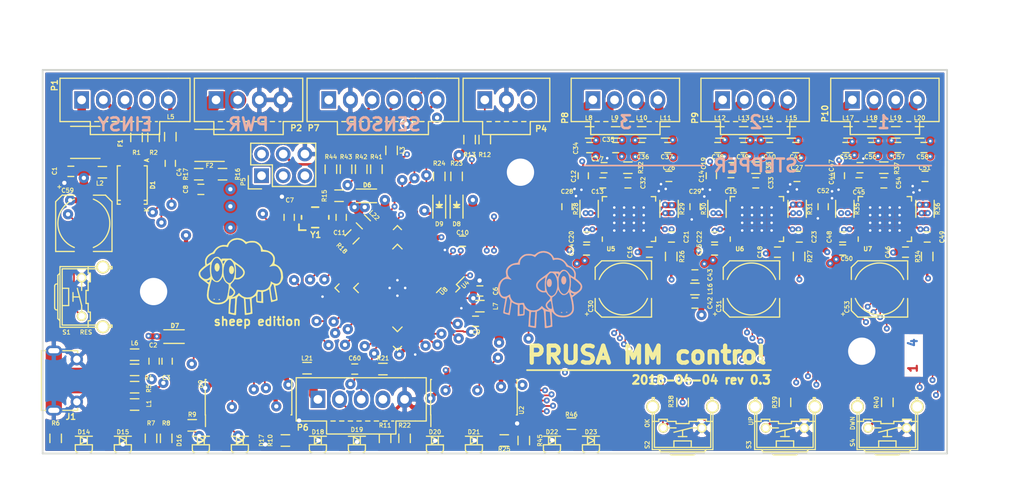
<source format=kicad_pcb>
(kicad_pcb (version 20171130) (host pcbnew "(6.0.0-rc1-dev-199-g6b039bc99)")
  (layers (0 F.Cu signal) (1 In1.Cu signal) (2 In2.Cu signal) (31 B.Cu signal) (34 B.Paste user) (35 F.Paste user) (36 B.SilkS user) (37 F.SilkS user) (38 B.Mask user) (39 F.Mask user) (44 Edge.Cuts user))
  (net 0 "")
  (net 1 +5V)
  (net 2 GND)
  (net 3 /VBUS)
  (net 4 /RESET)
  (net 5 "Net-(C4-Pad1)")
  (net 6 A1)
  (net 7 "Net-(C6-Pad2)")
  (net 8 "Net-(C7-Pad1)")
  (net 9 A0)
  (net 10 "Net-(C9-Pad2)")
  (net 11 "Net-(C10-Pad2)")
  (net 12 "Net-(C11-Pad1)")
  (net 13 +24V)
  (net 14 "Net-(C12-Pad2)")
  (net 15 "Net-(C13-Pad2)")
  (net 16 "Net-(C13-Pad1)")
  (net 17 "Net-(C14-Pad2)")
  (net 18 "Net-(C15-Pad2)")
  (net 19 "Net-(C15-Pad1)")
  (net 20 +5V-MOT)
  (net 21 "Net-(C20-Pad1)")
  (net 22 "Net-(C21-Pad1)")
  (net 23 "Net-(C22-Pad1)")
  (net 24 "Net-(C23-Pad1)")
  (net 25 "Net-(C32-Pad2)")
  (net 26 "Net-(C33-Pad2)")
  (net 27 "Net-(C34-Pad2)")
  (net 28 "Net-(C35-Pad2)")
  (net 29 "Net-(C36-Pad2)")
  (net 30 "Net-(C37-Pad2)")
  (net 31 "Net-(C38-Pad2)")
  (net 32 "Net-(C39-Pad2)")
  (net 33 "Net-(C40-Pad2)")
  (net 34 "Net-(C41-Pad2)")
  (net 35 "Net-(C44-Pad2)")
  (net 36 "Net-(C45-Pad1)")
  (net 37 "Net-(C45-Pad2)")
  (net 38 "Net-(C48-Pad1)")
  (net 39 "Net-(C49-Pad1)")
  (net 40 "Net-(C54-Pad2)")
  (net 41 "Net-(C55-Pad2)")
  (net 42 "Net-(C56-Pad2)")
  (net 43 "Net-(C57-Pad2)")
  (net 44 "Net-(C58-Pad2)")
  (net 45 "D3(SCL)")
  (net 46 "Net-(D8-Pad2)")
  (net 47 "Net-(D8-Pad1)")
  (net 48 "Net-(D9-Pad1)")
  (net 49 "Net-(D9-Pad2)")
  (net 50 "Net-(F1-Pad1)")
  (net 51 "Net-(F2-Pad2)")
  (net 52 "Net-(L3-Pad2)")
  (net 53 "Net-(L5-Pad2)")
  (net 54 "Net-(L8-Pad2)")
  (net 55 "Net-(L9-Pad2)")
  (net 56 "Net-(L10-Pad2)")
  (net 57 "Net-(L11-Pad2)")
  (net 58 "Net-(L12-Pad2)")
  (net 59 "Net-(L13-Pad2)")
  (net 60 "Net-(L14-Pad2)")
  (net 61 "Net-(L15-Pad2)")
  (net 62 "Net-(L17-Pad2)")
  (net 63 "Net-(L18-Pad2)")
  (net 64 "Net-(L19-Pad2)")
  (net 65 "Net-(L20-Pad2)")
  (net 66 "Net-(P4-Pad1)")
  (net 67 MISO)
  (net 68 SCK)
  (net 69 MOSI)
  (net 70 "D2(SDA)")
  (net 71 "Net-(P6-Pad4)")
  (net 72 "D0(RXD)")
  (net 73 "D1(TXD)")
  (net 74 /D-)
  (net 75 /D+)
  (net 76 "Net-(R6-Pad1)")
  (net 77 "Net-(R7-Pad1)")
  (net 78 "Net-(R8-Pad1)")
  (net 79 "Net-(R9-Pad1)")
  (net 80 "Net-(R10-Pad1)")
  (net 81 "Net-(R11-Pad1)")
  (net 82 A2)
  (net 83 "Net-(R21-Pad1)")
  (net 84 "Net-(R22-Pad1)")
  (net 85 "Net-(R25-Pad1)")
  (net 86 A3)
  (net 87 A4)
  (net 88 A5)
  (net 89 D13)
  (net 90 D7)
  (net 91 D11)
  (net 92 D4)
  (net 93 D12)
  (net 94 D6)
  (net 95 D8)
  (net 96 D9)
  (net 97 D10)
  (net 98 D5)
  (net 99 EN-1)
  (net 100 DIR-2)
  (net 101 EN-2)
  (net 102 DIR-3)
  (net 103 EN-3)
  (net 104 "Net-(U2-Pad9)")
  (net 105 DIR-1)
  (net 106 "Net-(R39-Pad1)")
  (net 107 "Net-(R40-Pad1)")
  (net 108 "Net-(D14-Pad2)")
  (net 109 "Net-(D15-Pad2)")
  (net 110 "Net-(D16-Pad2)")
  (net 111 "Net-(D17-Pad2)")
  (net 112 "Net-(D18-Pad2)")
  (net 113 "Net-(D19-Pad2)")
  (net 114 "Net-(D20-Pad2)")
  (net 115 "Net-(D21-Pad2)")
  (net 116 "Net-(D22-Pad2)")
  (net 117 "Net-(D23-Pad2)")
  (net 118 "Net-(L22-Pad2)")
  (net 119 "Net-(L21-Pad1)")
  (net 120 "Net-(R45-Pad1)")
  (net 121 "Net-(R46-Pad1)")
  (net 122 "Net-(J1-Pad3)")
  (net 123 "Net-(J1-Pad2)")
  (net 124 "Net-(J1-Pad1)")
  (net 125 "Net-(P1-Pad2)")
  (net 126 "Net-(P1-Pad3)")
  (net 127 "Net-(P7-Pad3)")
  (net 128 "Net-(P7-Pad4)")
  (net 129 "Net-(D1-Pad1)")
  (net 130 "Net-(D1-Pad2)")
  (net 131 "Net-(J1-Pad5)")
  (module ok1hra:TACT-90 (layer F.Cu) (at 99 -3 180)
    (fp_text reference S4 (at 4.068 -1.73 270) (layer F.SilkS) (effects (font (size 0.5 0.5) (thickness 0.1))))
    (fp_text value DWN (at 4.068 0.556 270) (layer F.SilkS) (effects (font (size 0.5 0.5) (thickness 0.1))))
    (pad 1 thru_hole circle (at -2.2606 0 180) (size 1.143 1.143) (drill 0.762) (layers *.Cu *.Mask F.SilkS) (net 2 GND))
    (pad 2 thru_hole circle (at 2.2606 0 180) (size 1.143 1.143) (drill 0.762) (layers *.Cu *.Mask F.SilkS) (net 107 "Net-(R40-Pad1)"))
    (pad 3 thru_hole circle (at -3.5052 2.4892 180) (size 1.524 1.524) (drill 1.143) (layers *.Cu *.Mask F.SilkS))
    (pad 4 thru_hole circle (at 3.5052 2.4892 180) (size 1.524 1.524) (drill 1.143) (layers *.Cu *.Mask F.SilkS))
  )
  (module ok1hra:TACT-90 (layer F.Cu) (at 87 -3 180)
    (fp_text reference S3 (at 4.228 -1.984 270) (layer F.SilkS) (effects (font (size 0.5 0.5) (thickness 0.1))))
    (fp_text value UP (at 3.974 0.81 270) (layer F.SilkS) (effects (font (size 0.5 0.5) (thickness 0.1))))
    (pad 4 thru_hole circle (at 3.5052 2.4892 180) (size 1.524 1.524) (drill 1.143) (layers *.Cu *.Mask F.SilkS))
    (pad 3 thru_hole circle (at -3.5052 2.4892 180) (size 1.524 1.524) (drill 1.143) (layers *.Cu *.Mask F.SilkS))
    (pad 2 thru_hole circle (at 2.2606 0 180) (size 1.143 1.143) (drill 0.762) (layers *.Cu *.Mask F.SilkS) (net 106 "Net-(R39-Pad1)"))
    (pad 1 thru_hole circle (at -2.2606 0 180) (size 1.143 1.143) (drill 0.762) (layers *.Cu *.Mask F.SilkS) (net 2 GND))
  )
  (module ok1hra:TACT-90 (layer F.Cu) (at 75 -3 180)
    (fp_text reference S2 (at 4.134 -1.984 270) (layer F.SilkS) (effects (font (size 0.5 0.5) (thickness 0.1))))
    (fp_text value OK (at 4.134 0.556 270) (layer F.SilkS) (effects (font (size 0.5 0.5) (thickness 0.1))))
    (pad 1 thru_hole circle (at -2.2606 0 180) (size 1.143 1.143) (drill 0.762) (layers *.Cu *.Mask F.SilkS) (net 2 GND))
    (pad 2 thru_hole circle (at 2.2606 0 180) (size 1.143 1.143) (drill 0.762) (layers *.Cu *.Mask F.SilkS) (net 82 A2))
    (pad 3 thru_hole circle (at -3.5052 2.4892 180) (size 1.524 1.524) (drill 1.143) (layers *.Cu *.Mask F.SilkS))
    (pad 4 thru_hole circle (at 3.5052 2.4892 180) (size 1.524 1.524) (drill 1.143) (layers *.Cu *.Mask F.SilkS))
  )
  (module ok1hra:TACT-90 (layer F.Cu) (at 4.572 -18.368 90)
    (fp_text reference S1 (at -4.144 -1.778 180) (layer F.SilkS) (effects (font (size 0.5 0.5) (thickness 0.1))))
    (fp_text value RES (at -4.144 0.508 180) (layer F.SilkS) (effects (font (size 0.5 0.5) (thickness 0.1))))
    (pad 1 thru_hole circle (at -2.2606 0 90) (size 1.143 1.143) (drill 0.762) (layers *.Cu *.Mask F.SilkS) (net 4 /RESET))
    (pad 2 thru_hole circle (at 2.2606 0 90) (size 1.143 1.143) (drill 0.762) (layers *.Cu *.Mask F.SilkS) (net 2 GND))
    (pad 3 thru_hole circle (at -3.5052 2.4892 90) (size 1.524 1.524) (drill 1.143) (layers *.Cu *.Mask F.SilkS))
    (pad 4 thru_hole circle (at 3.5052 2.4892 90) (size 1.524 1.524) (drill 1.143) (layers *.Cu *.Mask F.SilkS))
  )
  (module ok1hra:sheep-img (layer B.Cu) (at 58.26 -19.23 180)
    (fp_text reference G*** hide)
    (fp_text value LOGO hide)
  )
  (module ok1hra:sheep-img (layer F.Cu) (at 23.257 -20.7518)
    (fp_text reference G*** hide)
    (fp_text value LOGO hide)
  )
  (module Resistors_SMD:R_0603 (layer F.Cu) (at 37.592 -27.178 315)
    (fp_text reference L22 (at 0.35921 -1.436841 315) (layer F.SilkS) (effects (font (size 0.5 0.5) (thickness 0.1))))
    (fp_text value FB)
    (pad 1 smd rect (at -0.75 0 315) (size 0.5 0.9) (layers F.Cu F.Paste F.Mask) (net 1 +5V))
    (pad 2 smd rect (at 0.75 0 315) (size 0.5 0.9) (layers F.Cu F.Paste F.Mask) (net 118 "Net-(L22-Pad2)"))
  )
  (module Housings_QFP:TQFP-44_10x10mm_Pitch0.8mm (layer F.Cu) (at 41.5785 -19.4205 225)
    (fp_text reference U4 (at -5.899392 -5.345727 225) (layer F.SilkS) (effects (font (size 0.5 0.5) (thickness 0.1))))
    (fp_text value ATmega32U4)
    (pad 1 smd rect (at -5.7 -4 225) (size 1.5 0.55) (layers F.Cu F.Paste F.Mask) (net 90 D7))
    (pad 2 smd rect (at -5.7 -3.2 225) (size 1.5 0.55) (layers F.Cu F.Paste F.Mask) (net 118 "Net-(L22-Pad2)"))
    (pad 3 smd rect (at -5.7 -2.4 225) (size 1.5 0.55) (layers F.Cu F.Paste F.Mask) (net 74 /D-))
    (pad 4 smd rect (at -5.7 -1.6 225) (size 1.5 0.55) (layers F.Cu F.Paste F.Mask) (net 75 /D+))
    (pad 5 smd rect (at -5.7 -0.8 225) (size 1.5 0.55) (layers F.Cu F.Paste F.Mask) (net 2 GND))
    (pad 6 smd rect (at -5.7 0 225) (size 1.5 0.55) (layers F.Cu F.Paste F.Mask) (net 11 "Net-(C10-Pad2)"))
    (pad 7 smd rect (at -5.7 0.8 225) (size 1.5 0.55) (layers F.Cu F.Paste F.Mask) (net 3 /VBUS))
    (pad 8 smd rect (at -5.7 1.6 225) (size 1.5 0.55) (layers F.Cu F.Paste F.Mask) (net 47 "Net-(D8-Pad1)"))
    (pad 9 smd rect (at -5.7 2.4 225) (size 1.5 0.55) (layers F.Cu F.Paste F.Mask) (net 68 SCK))
    (pad 10 smd rect (at -5.7 3.2 225) (size 1.5 0.55) (layers F.Cu F.Paste F.Mask) (net 69 MOSI))
    (pad 11 smd rect (at -5.7 4 225) (size 1.5 0.55) (layers F.Cu F.Paste F.Mask) (net 67 MISO))
    (pad 12 smd rect (at -4 5.7 315) (size 1.5 0.55) (layers F.Cu F.Paste F.Mask) (net 91 D11))
    (pad 13 smd rect (at -3.2 5.7 315) (size 1.5 0.55) (layers F.Cu F.Paste F.Mask) (net 4 /RESET))
    (pad 14 smd rect (at -2.4 5.7 315) (size 1.5 0.55) (layers F.Cu F.Paste F.Mask) (net 118 "Net-(L22-Pad2)"))
    (pad 15 smd rect (at -1.6 5.7 315) (size 1.5 0.55) (layers F.Cu F.Paste F.Mask) (net 2 GND))
    (pad 16 smd rect (at -0.8 5.7 315) (size 1.5 0.55) (layers F.Cu F.Paste F.Mask) (net 12 "Net-(C11-Pad1)"))
    (pad 17 smd rect (at 0 5.7 315) (size 1.5 0.55) (layers F.Cu F.Paste F.Mask) (net 8 "Net-(C7-Pad1)"))
    (pad 18 smd rect (at 0.8 5.7 315) (size 1.5 0.55) (layers F.Cu F.Paste F.Mask) (net 45 "D3(SCL)"))
    (pad 19 smd rect (at 1.6 5.7 315) (size 1.5 0.55) (layers F.Cu F.Paste F.Mask) (net 70 "D2(SDA)"))
    (pad 20 smd rect (at 2.4 5.7 315) (size 1.5 0.55) (layers F.Cu F.Paste F.Mask) (net 72 "D0(RXD)"))
    (pad 21 smd rect (at 3.2 5.7 315) (size 1.5 0.55) (layers F.Cu F.Paste F.Mask) (net 73 "D1(TXD)"))
    (pad 22 smd rect (at 4 5.7 315) (size 1.5 0.55) (layers F.Cu F.Paste F.Mask) (net 48 "Net-(D9-Pad1)"))
    (pad 23 smd rect (at 5.7 4 225) (size 1.5 0.55) (layers F.Cu F.Paste F.Mask) (net 2 GND))
    (pad 24 smd rect (at 5.7 3.2 225) (size 1.5 0.55) (layers F.Cu F.Paste F.Mask) (net 7 "Net-(C6-Pad2)"))
    (pad 25 smd rect (at 5.7 2.4 225) (size 1.5 0.55) (layers F.Cu F.Paste F.Mask) (net 92 D4))
    (pad 26 smd rect (at 5.7 1.6 225) (size 1.5 0.55) (layers F.Cu F.Paste F.Mask) (net 93 D12))
    (pad 27 smd rect (at 5.7 0.8 225) (size 1.5 0.55) (layers F.Cu F.Paste F.Mask) (net 94 D6))
    (pad 28 smd rect (at 5.7 0 225) (size 1.5 0.55) (layers F.Cu F.Paste F.Mask) (net 95 D8))
    (pad 29 smd rect (at 5.7 -0.8 225) (size 1.5 0.55) (layers F.Cu F.Paste F.Mask) (net 96 D9))
    (pad 30 smd rect (at 5.7 -1.6 225) (size 1.5 0.55) (layers F.Cu F.Paste F.Mask) (net 97 D10))
    (pad 31 smd rect (at 5.7 -2.4 225) (size 1.5 0.55) (layers F.Cu F.Paste F.Mask) (net 98 D5))
    (pad 32 smd rect (at 5.7 -3.2 225) (size 1.5 0.55) (layers F.Cu F.Paste F.Mask) (net 89 D13))
    (pad 33 smd rect (at 5.7 -4 225) (size 1.5 0.55) (layers F.Cu F.Paste F.Mask) (net 83 "Net-(R21-Pad1)"))
    (pad 34 smd rect (at 4 -5.7 315) (size 1.5 0.55) (layers F.Cu F.Paste F.Mask) (net 118 "Net-(L22-Pad2)"))
    (pad 35 smd rect (at 3.2 -5.7 315) (size 1.5 0.55) (layers F.Cu F.Paste F.Mask) (net 2 GND))
    (pad 36 smd rect (at 2.4 -5.7 315) (size 1.5 0.55) (layers F.Cu F.Paste F.Mask) (net 9 A0))
    (pad 37 smd rect (at 1.6 -5.7 315) (size 1.5 0.55) (layers F.Cu F.Paste F.Mask) (net 6 A1))
    (pad 38 smd rect (at 0.8 -5.7 315) (size 1.5 0.55) (layers F.Cu F.Paste F.Mask) (net 82 A2))
    (pad 39 smd rect (at 0 -5.7 315) (size 1.5 0.55) (layers F.Cu F.Paste F.Mask) (net 86 A3))
    (pad 40 smd rect (at -0.8 -5.7 315) (size 1.5 0.55) (layers F.Cu F.Paste F.Mask) (net 87 A4))
    (pad 41 smd rect (at -1.6 -5.7 315) (size 1.5 0.55) (layers F.Cu F.Paste F.Mask) (net 88 A5))
    (pad 42 smd rect (at -2.4 -5.7 315) (size 1.5 0.55) (layers F.Cu F.Paste F.Mask) (net 10 "Net-(C9-Pad2)"))
    (pad 43 smd rect (at -3.2 -5.7 315) (size 1.5 0.55) (layers F.Cu F.Paste F.Mask) (net 2 GND))
    (pad 44 smd rect (at -4 -5.7 315) (size 1.5 0.55) (layers F.Cu F.Paste F.Mask) (net 7 "Net-(C6-Pad2)"))
  )
  (module ok1hra:Pin_1x03-XL (layer F.Cu) (at 51.816 -41.482 90)
    (fp_text reference P4 (at -3.382 6.604 180) (layer F.SilkS) (effects (font (size 0.7 0.7))))
    (fp_text value "MOLEX 70543-0002")
    (pad 1 thru_hole rect (at 0 0 90) (size 2.032 1.7272) (drill 1.016) (layers *.Cu *.Mask) (net 66 "Net-(P4-Pad1)"))
    (pad 2 thru_hole oval (at 0 2.54 90) (size 2.032 1.7272) (drill 1.016) (layers *.Cu *.Mask) (net 2 GND))
    (pad 3 thru_hole oval (at 0 5.08 90) (size 2.032 1.7272) (drill 1.016) (layers *.Cu *.Mask) (net 1 +5V))
  )
  (module Capacitors_SMD:C_0603 (layer F.Cu) (at 93.762 -23.876)
    (fp_text reference C50 (at 0.472 1.016) (layer F.SilkS) (effects (font (size 0.5 0.5) (thickness 0.1))))
    (fp_text value 100n)
    (pad 1 smd rect (at -0.75 0) (size 0.8 0.75) (layers F.Cu F.Paste F.Mask) (net 13 +24V))
    (pad 2 smd rect (at 0.75 0) (size 0.8 0.75) (layers F.Cu F.Paste F.Mask) (net 2 GND))
  )
  (module ok1hra:Pin_1x06-XL (layer F.Cu) (at 33.528 -41.482 90)
    (fp_text reference P7 (at -3.302 -1.778 180) (layer F.SilkS) (effects (font (size 0.7 0.7))))
    (fp_text value "MOLEX 70543-0004")
    (pad 1 thru_hole rect (at 0 0 90) (size 2.032 1.7272) (drill 1.016) (layers *.Cu *.Mask) (net 1 +5V))
    (pad 2 thru_hole oval (at 0 2.54 90) (size 2.032 1.7272) (drill 1.016) (layers *.Cu *.Mask) (net 2 GND))
    (pad 3 thru_hole oval (at 0 5.08 90) (size 2.032 1.7272) (drill 1.016) (layers *.Cu *.Mask) (net 127 "Net-(P7-Pad3)"))
    (pad 4 thru_hole oval (at 0 7.62 90) (size 2.032 1.7272) (drill 1.016) (layers *.Cu *.Mask) (net 128 "Net-(P7-Pad4)"))
    (pad 5 thru_hole oval (at 0 10.16 90) (size 2.032 1.7272) (drill 1.016) (layers *.Cu *.Mask) (net 68 SCK))
    (pad 6 thru_hole oval (at 0 12.7 90) (size 2.032 1.7272) (drill 1.016) (layers *.Cu *.Mask) (net 52 "Net-(L3-Pad2)"))
  )
  (module ok1hra:Pin_1x05-XL (layer F.Cu) (at 4.572 -41.482 90)
    (fp_text reference P1 (at 1.718 -3.172 270) (layer F.SilkS) (effects (font (size 0.7 0.7))))
    (fp_text value "MOLEX 70543-0004 ")
    (pad 1 thru_hole rect (at 0 0 90) (size 2.032 1.7272) (drill 1.016) (layers *.Cu *.Mask) (net 50 "Net-(F1-Pad1)"))
    (pad 2 thru_hole oval (at 0 2.54 90) (size 2.032 1.7272) (drill 1.016) (layers *.Cu *.Mask) (net 125 "Net-(P1-Pad2)"))
    (pad 3 thru_hole oval (at 0 5.08 90) (size 2.032 1.7272) (drill 1.016) (layers *.Cu *.Mask) (net 126 "Net-(P1-Pad3)"))
    (pad 4 thru_hole oval (at 0 7.62 90) (size 2.032 1.7272) (drill 1.016) (layers *.Cu *.Mask))
    (pad 5 thru_hole oval (at 0 10.16 90) (size 2.032 1.7272) (drill 1.016) (layers *.Cu *.Mask) (net 53 "Net-(L5-Pad2)"))
  )
  (module Capacitors_SMD:C_0603 (layer F.Cu) (at 71.1064 -23.622)
    (fp_text reference C16 (at -2.2724 0 90) (layer F.SilkS) (effects (font (size 0.5 0.5) (thickness 0.1))))
    (fp_text value 100n)
    (pad 2 smd rect (at 0.75 0) (size 0.8 0.75) (layers F.Cu F.Paste F.Mask) (net 2 GND))
    (pad 1 smd rect (at -0.75 0) (size 0.8 0.75) (layers F.Cu F.Paste F.Mask) (net 20 +5V-MOT))
  )
  (module Resistors_SMD:R_0603 (layer F.Cu) (at 97.186 -37.672 180)
    (fp_text reference L18 (at 0 1.698 180) (layer F.SilkS) (effects (font (size 0.5 0.5) (thickness 0.1))))
    (fp_text value FB)
    (pad 1 smd rect (at -0.75 0 180) (size 0.5 0.9) (layers F.Cu F.Paste F.Mask) (net 42 "Net-(C56-Pad2)"))
    (pad 2 smd rect (at 0.75 0 180) (size 0.5 0.9) (layers F.Cu F.Paste F.Mask) (net 63 "Net-(L18-Pad2)"))
  )
  (module Capacitors_SMD:C_0603 (layer F.Cu) (at 78.7518 -23.876)
    (fp_text reference C25 (at -1.7898 0 90) (layer F.SilkS) (effects (font (size 0.5 0.5) (thickness 0.1))))
    (fp_text value 100n)
    (pad 1 smd rect (at -0.75 0) (size 0.8 0.75) (layers F.Cu F.Paste F.Mask) (net 13 +24V))
    (pad 2 smd rect (at 0.75 0) (size 0.8 0.75) (layers F.Cu F.Paste F.Mask) (net 2 GND))
  )
  (module Mounting_Holes:MountingHole_3.2mm_M3_ISO14580_Pad (layer F.Cu) (at 13 -19)
    (fp_text reference P3 hide)
    (fp_text value MP)
    (pad 1 thru_hole circle (at 0 0) (size 5.5 5.5) (drill 3.2) (layers *.Cu *.Mask) (net 2 GND))
  )
  (module Mounting_Holes:MountingHole_3.2mm_M3_ISO14580_Pad (layer F.Cu) (at 56 -33)
    (fp_text reference P12 hide)
    (fp_text value MP)
    (pad 1 thru_hole circle (at 0 0) (size 5.5 5.5) (drill 3.2) (layers *.Cu *.Mask) (net 2 GND))
  )
  (module Mounting_Holes:MountingHole_3.2mm_M3_ISO14580_Pad (layer F.Cu) (at 96 -12)
    (fp_text reference P11 hide)
    (fp_text value MP)
    (pad 1 thru_hole circle (at 0 0) (size 5.5 5.5) (drill 3.2) (layers *.Cu *.Mask) (net 2 GND))
  )
  (module Capacitors_SMD:C_0603 (layer F.Cu) (at 94.138 -35.894)
    (fp_text reference C55 (at 0 1.096) (layer F.SilkS) (effects (font (size 0.5 0.5) (thickness 0.1))))
    (fp_text value 1n)
    (pad 2 smd rect (at 0.75 0) (size 0.8 0.75) (layers F.Cu F.Paste F.Mask) (net 41 "Net-(C55-Pad2)"))
    (pad 1 smd rect (at -0.75 0) (size 0.8 0.75) (layers F.Cu F.Paste F.Mask) (net 2 GND))
  )
  (module Capacitors_SMD:C_0603 (layer F.Cu) (at 3.302 -33.1 180)
    (fp_text reference C1 (at 1.905 0.047 270) (layer F.SilkS) (effects (font (size 0.5 0.5) (thickness 0.1))))
    (fp_text value 100n)
    (pad 1 smd rect (at -0.75 0 180) (size 0.8 0.75) (layers F.Cu F.Paste F.Mask) (net 1 +5V))
    (pad 2 smd rect (at 0.75 0 180) (size 0.8 0.75) (layers F.Cu F.Paste F.Mask) (net 2 GND))
  )
  (module Capacitors_SMD:C_0603 (layer F.Cu) (at 13.062257 -10.826779 90)
    (fp_text reference C2 (at 1.873221 -0.108257 180) (layer F.SilkS) (effects (font (size 0.5 0.5) (thickness 0.1))))
    (fp_text value 100n)
    (pad 1 smd rect (at -0.75 0 90) (size 0.8 0.75) (layers F.Cu F.Paste F.Mask) (net 2 GND))
    (pad 2 smd rect (at 0.75 0 90) (size 0.8 0.75) (layers F.Cu F.Paste F.Mask) (net 3 /VBUS))
  )
  (module Capacitors_SMD:C_0603 (layer F.Cu) (at 14.586257 -10.826779 90)
    (fp_text reference C3 (at -1.936779 -0.108257 180) (layer F.SilkS) (effects (font (size 0.5 0.5) (thickness 0.1))))
    (fp_text value 10u)
    (pad 2 smd rect (at 0.75 0 90) (size 0.8 0.75) (layers F.Cu F.Paste F.Mask) (net 3 /VBUS))
    (pad 1 smd rect (at -0.75 0 90) (size 0.8 0.75) (layers F.Cu F.Paste F.Mask) (net 2 GND))
  )
  (module Capacitors_SMD:C_0603 (layer F.Cu) (at 14.962 -34.036 270)
    (fp_text reference C4 (at 1.036 -1.038 270) (layer F.SilkS) (effects (font (size 0.5 0.5) (thickness 0.1))))
    (fp_text value 100n)
    (pad 2 smd rect (at 0.75 0 270) (size 0.8 0.75) (layers F.Cu F.Paste F.Mask) (net 4 /RESET))
    (pad 1 smd rect (at -0.75 0 270) (size 0.8 0.75) (layers F.Cu F.Paste F.Mask) (net 5 "Net-(C4-Pad1)"))
  )
  (module Capacitors_SMD:C_0603 (layer F.Cu) (at 51.2445 -19.0665 180)
    (fp_text reference C6 (at -1.8415 -0.0165 270) (layer F.SilkS) (effects (font (size 0.5 0.5) (thickness 0.1))))
    (fp_text value 1u)
    (pad 2 smd rect (at 0.75 0 180) (size 0.8 0.75) (layers F.Cu F.Paste F.Mask) (net 7 "Net-(C6-Pad2)"))
    (pad 1 smd rect (at -0.75 0 180) (size 0.8 0.75) (layers F.Cu F.Paste F.Mask) (net 2 GND))
  )
  (module Capacitors_SMD:C_0603 (layer F.Cu) (at 28.8925 -27.7025 90)
    (fp_text reference C7 (at 2.0155 0.0635 180) (layer F.SilkS) (effects (font (size 0.5 0.5) (thickness 0.1))))
    (fp_text value 22p)
    (pad 1 smd rect (at -0.75 0 90) (size 0.8 0.75) (layers F.Cu F.Paste F.Mask) (net 8 "Net-(C7-Pad1)"))
    (pad 2 smd rect (at 0.75 0 90) (size 0.8 0.75) (layers F.Cu F.Paste F.Mask) (net 2 GND))
  )
  (module Capacitors_SMD:C_0603 (layer F.Cu) (at 18.542 -30.988 180)
    (fp_text reference C8 (at 1.778 0 270) (layer F.SilkS) (effects (font (size 0.5 0.5) (thickness 0.1))))
    (fp_text value 100n)
    (pad 1 smd rect (at -0.75 0 180) (size 0.8 0.75) (layers F.Cu F.Paste F.Mask) (net 9 A0))
    (pad 2 smd rect (at 0.75 0 180) (size 0.8 0.75) (layers F.Cu F.Paste F.Mask) (net 2 GND))
  )
  (module Capacitors_SMD:C_0603 (layer F.Cu) (at 50.7365 -15.5105 180)
    (fp_text reference C9 (at -0.0635 -1.2865 180) (layer F.SilkS) (effects (font (size 0.5 0.5) (thickness 0.1))))
    (fp_text value 100n)
    (pad 1 smd rect (at -0.75 0 180) (size 0.8 0.75) (layers F.Cu F.Paste F.Mask) (net 2 GND))
    (pad 2 smd rect (at 0.75 0 180) (size 0.8 0.75) (layers F.Cu F.Paste F.Mask) (net 10 "Net-(C9-Pad2)"))
  )
  (module Capacitors_SMD:C_0603 (layer F.Cu) (at 49.2125 -24.9085 180)
    (fp_text reference C10 (at 0 0.9995 180) (layer F.SilkS) (effects (font (size 0.5 0.5) (thickness 0.1))))
    (fp_text value 1u)
    (pad 1 smd rect (at -0.75 0 180) (size 0.8 0.75) (layers F.Cu F.Paste F.Mask) (net 2 GND))
    (pad 2 smd rect (at 0.75 0 180) (size 0.8 0.75) (layers F.Cu F.Paste F.Mask) (net 11 "Net-(C10-Pad2)"))
  )
  (module Capacitors_SMD:C_0603 (layer F.Cu) (at 34.9885 -27.7025 270)
    (fp_text reference C11 (at 1.7945 0.1905) (layer F.SilkS) (effects (font (size 0.5 0.5) (thickness 0.1))))
    (fp_text value 22p)
    (pad 2 smd rect (at 0.75 0 270) (size 0.8 0.75) (layers F.Cu F.Paste F.Mask) (net 2 GND))
    (pad 1 smd rect (at -0.75 0 270) (size 0.8 0.75) (layers F.Cu F.Paste F.Mask) (net 12 "Net-(C11-Pad1)"))
  )
  (module Capacitors_SMD:C_0603 (layer F.Cu) (at 63.3594 -32.5882 270)
    (fp_text reference C12 (at 0.0762 1.1294 90) (layer F.SilkS) (effects (font (size 0.5 0.5) (thickness 0.1))))
    (fp_text value 100n)
    (pad 1 smd rect (at -0.75 0 270) (size 0.8 0.75) (layers F.Cu F.Paste F.Mask) (net 13 +24V))
    (pad 2 smd rect (at 0.75 0 270) (size 0.8 0.75) (layers F.Cu F.Paste F.Mask) (net 14 "Net-(C12-Pad2)"))
  )
  (module Capacitors_SMD:C_0603 (layer F.Cu) (at 65.6454 -31.75 180)
    (fp_text reference C13 (at 0.6214 -1.016 180) (layer F.SilkS) (effects (font (size 0.5 0.5) (thickness 0.1))))
    (fp_text value 22n)
    (pad 2 smd rect (at 0.75 0 180) (size 0.8 0.75) (layers F.Cu F.Paste F.Mask) (net 15 "Net-(C13-Pad2)"))
    (pad 1 smd rect (at -0.75 0 180) (size 0.8 0.75) (layers F.Cu F.Paste F.Mask) (net 16 "Net-(C13-Pad1)"))
  )
  (module Capacitors_SMD:C_0603 (layer F.Cu) (at 78.3708 -32.5882 270)
    (fp_text reference C14 (at 0.0762 1.1548 90) (layer F.SilkS) (effects (font (size 0.5 0.5) (thickness 0.1))))
    (fp_text value 100n)
    (pad 1 smd rect (at -0.75 0 270) (size 0.8 0.75) (layers F.Cu F.Paste F.Mask) (net 13 +24V))
    (pad 2 smd rect (at 0.75 0 270) (size 0.8 0.75) (layers F.Cu F.Paste F.Mask) (net 17 "Net-(C14-Pad2)"))
  )
  (module Capacitors_SMD:C_0603 (layer F.Cu) (at 80.6568 -31.75 180)
    (fp_text reference C15 (at 0 -1.016 180) (layer F.SilkS) (effects (font (size 0.5 0.5) (thickness 0.1))))
    (fp_text value 22n)
    (pad 2 smd rect (at 0.75 0 180) (size 0.8 0.75) (layers F.Cu F.Paste F.Mask) (net 18 "Net-(C15-Pad2)"))
    (pad 1 smd rect (at -0.75 0 180) (size 0.8 0.75) (layers F.Cu F.Paste F.Mask) (net 19 "Net-(C15-Pad1)"))
  )
  (module Capacitors_SMD:C_0603 (layer F.Cu) (at 65.7978 -33.528 180)
    (fp_text reference C17 (at 0.7738 1.016) (layer F.SilkS) (effects (font (size 0.5 0.5) (thickness 0.1))))
    (fp_text value 100n)
    (pad 2 smd rect (at 0.75 0 180) (size 0.8 0.75) (layers F.Cu F.Paste F.Mask) (net 2 GND))
    (pad 1 smd rect (at -0.75 0 180) (size 0.8 0.75) (layers F.Cu F.Paste F.Mask) (net 20 +5V-MOT))
  )
  (module Capacitors_SMD:C_0603 (layer F.Cu) (at 86.1178 -23.622)
    (fp_text reference C18 (at -2.0438 0 90) (layer F.SilkS) (effects (font (size 0.5 0.5) (thickness 0.1))))
    (fp_text value 100n)
    (pad 2 smd rect (at 0.75 0) (size 0.8 0.75) (layers F.Cu F.Paste F.Mask) (net 2 GND))
    (pad 1 smd rect (at -0.75 0) (size 0.8 0.75) (layers F.Cu F.Paste F.Mask) (net 20 +5V-MOT))
  )
  (module Capacitors_SMD:C_0603 (layer F.Cu) (at 80.7838 -33.528 180)
    (fp_text reference C19 (at 3.3138 0.508 270) (layer F.SilkS) (effects (font (size 0.5 0.5) (thickness 0.1))))
    (fp_text value 100n)
    (pad 1 smd rect (at -0.75 0 180) (size 0.8 0.75) (layers F.Cu F.Paste F.Mask) (net 20 +5V-MOT))
    (pad 2 smd rect (at 0.75 0 180) (size 0.8 0.75) (layers F.Cu F.Paste F.Mask) (net 2 GND))
  )
  (module Capacitors_SMD:C_0603 (layer F.Cu) (at 63.7658 -25.4)
    (fp_text reference C20 (at -1.7898 0 90) (layer F.SilkS) (effects (font (size 0.5 0.5) (thickness 0.1))))
    (fp_text value 100n)
    (pad 1 smd rect (at -0.75 0) (size 0.8 0.75) (layers F.Cu F.Paste F.Mask) (net 21 "Net-(C20-Pad1)"))
    (pad 2 smd rect (at 0.75 0) (size 0.8 0.75) (layers F.Cu F.Paste F.Mask) (net 2 GND))
  )
  (module Capacitors_SMD:C_0603 (layer F.Cu) (at 73.6972 -25.4 180)
    (fp_text reference C21 (at -1.7408 0 270) (layer F.SilkS) (effects (font (size 0.5 0.5) (thickness 0.1))))
    (fp_text value 100n)
    (pad 2 smd rect (at 0.75 0 180) (size 0.8 0.75) (layers F.Cu F.Paste F.Mask) (net 2 GND))
    (pad 1 smd rect (at -0.75 0 180) (size 0.8 0.75) (layers F.Cu F.Paste F.Mask) (net 22 "Net-(C21-Pad1)"))
  )
  (module Capacitors_SMD:C_0603 (layer F.Cu) (at 78.7518 -25.4)
    (fp_text reference C22 (at -1.778 0 90) (layer F.SilkS) (effects (font (size 0.5 0.5) (thickness 0.1))))
    (fp_text value 100n)
    (pad 2 smd rect (at 0.75 0) (size 0.8 0.75) (layers F.Cu F.Paste F.Mask) (net 2 GND))
    (pad 1 smd rect (at -0.75 0) (size 0.8 0.75) (layers F.Cu F.Paste F.Mask) (net 23 "Net-(C22-Pad1)"))
  )
  (module Capacitors_SMD:C_0603 (layer F.Cu) (at 88.6832 -25.4 180)
    (fp_text reference C23 (at -1.7408 0 270) (layer F.SilkS) (effects (font (size 0.5 0.5) (thickness 0.1))))
    (fp_text value 100n)
    (pad 1 smd rect (at -0.75 0 180) (size 0.8 0.75) (layers F.Cu F.Paste F.Mask) (net 24 "Net-(C23-Pad1)"))
    (pad 2 smd rect (at 0.75 0 180) (size 0.8 0.75) (layers F.Cu F.Paste F.Mask) (net 2 GND))
  )
  (module Capacitors_SMD:C_0603 (layer F.Cu) (at 63.7404 -23.876)
    (fp_text reference C24 (at -1.7644 0 90) (layer F.SilkS) (effects (font (size 0.5 0.5) (thickness 0.1))))
    (fp_text value 100n)
    (pad 2 smd rect (at 0.75 0) (size 0.8 0.75) (layers F.Cu F.Paste F.Mask) (net 2 GND))
    (pad 1 smd rect (at -0.75 0) (size 0.8 0.75) (layers F.Cu F.Paste F.Mask) (net 13 +24V))
  )
  (module Capacitors_SMD:C_0603 (layer F.Cu) (at 73.3924 -32.512 180)
    (fp_text reference C26 (at -0.0136 1.016 180) (layer F.SilkS) (effects (font (size 0.5 0.5) (thickness 0.1))))
    (fp_text value 100n)
    (pad 2 smd rect (at 0.75 0 180) (size 0.8 0.75) (layers F.Cu F.Paste F.Mask) (net 2 GND))
    (pad 1 smd rect (at -0.75 0 180) (size 0.8 0.75) (layers F.Cu F.Paste F.Mask) (net 13 +24V))
  )
  (module Capacitors_SMD:C_0603 (layer F.Cu) (at 88.4038 -32.512 180)
    (fp_text reference C27 (at 0.0118 1.016 180) (layer F.SilkS) (effects (font (size 0.5 0.5) (thickness 0.1))))
    (fp_text value 100n)
    (pad 2 smd rect (at 0.75 0 180) (size 0.8 0.75) (layers F.Cu F.Paste F.Mask) (net 2 GND))
    (pad 1 smd rect (at -0.75 0 180) (size 0.8 0.75) (layers F.Cu F.Paste F.Mask) (net 13 +24V))
  )
  (module Capacitors_SMD:C_0603 (layer F.Cu) (at 61.4544 -28.956 270)
    (fp_text reference C28 (at -1.778 0) (layer F.SilkS) (effects (font (size 0.5 0.5) (thickness 0.1))))
    (fp_text value 100n)
    (pad 1 smd rect (at -0.75 0 270) (size 0.8 0.75) (layers F.Cu F.Paste F.Mask) (net 20 +5V-MOT))
    (pad 2 smd rect (at 0.75 0 270) (size 0.8 0.75) (layers F.Cu F.Paste F.Mask) (net 2 GND))
  )
  (module Capacitors_SMD:C_0603 (layer F.Cu) (at 76.4658 -28.956 270)
    (fp_text reference C29 (at -1.778 0) (layer F.SilkS) (effects (font (size 0.5 0.5) (thickness 0.1))))
    (fp_text value 100n)
    (pad 1 smd rect (at -0.75 0 270) (size 0.8 0.75) (layers F.Cu F.Paste F.Mask) (net 20 +5V-MOT))
    (pad 2 smd rect (at 0.75 0 270) (size 0.8 0.75) (layers F.Cu F.Paste F.Mask) (net 2 GND))
  )
  (module Capacitors_SMD:c_elec_6.3x7.7 (layer F.Cu) (at 68.0584 -19.304)
    (fp_text reference C30 (at -3.81 2.032 90) (layer F.SilkS) (effects (font (size 0.5 0.5) (thickness 0.1))))
    (fp_text value 100u)
    (fp_text user + (at -4.2799 2.9083) (layer F.SilkS) (effects (font (size 0.5 0.5) (thickness 0.1))))
    (pad 2 smd rect (at 2.7 0 180) (size 3.5 1.6) (layers F.Cu F.Paste F.Mask) (net 2 GND))
    (pad 1 smd rect (at -2.7 0 180) (size 3.5 1.6) (layers F.Cu F.Paste F.Mask) (net 13 +24V))
  )
  (module Capacitors_SMD:c_elec_6.3x7.7 (layer F.Cu) (at 83.0698 -19.304)
    (fp_text reference C31 (at -3.81 2.032 90) (layer F.SilkS) (effects (font (size 0.5 0.5) (thickness 0.1))))
    (fp_text value 100u)
    (fp_text user + (at -4.2799 2.9083) (layer F.SilkS) (effects (font (size 0.5 0.5) (thickness 0.1))))
    (pad 2 smd rect (at 2.7 0 180) (size 3.5 1.6) (layers F.Cu F.Paste F.Mask) (net 2 GND))
    (pad 1 smd rect (at -2.7 0 180) (size 3.5 1.6) (layers F.Cu F.Paste F.Mask) (net 13 +24V))
  )
  (module Capacitors_SMD:C_0603 (layer F.Cu) (at 68.5918 -31.75 180)
    (fp_text reference C32 (at -1.778 0 270) (layer F.SilkS) (effects (font (size 0.5 0.5) (thickness 0.1))))
    (fp_text value 1u)
    (pad 2 smd rect (at 0.75 0 180) (size 0.8 0.75) (layers F.Cu F.Paste F.Mask) (net 25 "Net-(C32-Pad2)"))
    (pad 1 smd rect (at -0.75 0 180) (size 0.8 0.75) (layers F.Cu F.Paste F.Mask) (net 2 GND))
  )
  (module Capacitors_SMD:C_0603 (layer F.Cu) (at 83.5778 -31.75 180)
    (fp_text reference C33 (at -1.778 0 270) (layer F.SilkS) (effects (font (size 0.5 0.5) (thickness 0.1))))
    (fp_text value 1u)
    (pad 2 smd rect (at 0.75 0 180) (size 0.8 0.75) (layers F.Cu F.Paste F.Mask) (net 26 "Net-(C33-Pad2)"))
    (pad 1 smd rect (at -0.75 0 180) (size 0.8 0.75) (layers F.Cu F.Paste F.Mask) (net 2 GND))
  )
  (module Capacitors_SMD:C_0603 (layer F.Cu) (at 64.1084 -35.89)
    (fp_text reference C34 (at -1.6244 0.076 90) (layer F.SilkS) (effects (font (size 0.5 0.5) (thickness 0.1))))
    (fp_text value 1n)
    (pad 1 smd rect (at -0.75 0) (size 0.8 0.75) (layers F.Cu F.Paste F.Mask) (net 2 GND))
    (pad 2 smd rect (at 0.75 0) (size 0.8 0.75) (layers F.Cu F.Paste F.Mask) (net 27 "Net-(C34-Pad2)"))
  )
  (module Capacitors_SMD:C_0603 (layer F.Cu) (at 67.1564 -35.89)
    (fp_text reference C35 (at -0.8624 -0.94) (layer F.SilkS) (effects (font (size 0.5 0.5) (thickness 0.1))))
    (fp_text value 1n)
    (pad 2 smd rect (at 0.75 0) (size 0.8 0.75) (layers F.Cu F.Paste F.Mask) (net 28 "Net-(C35-Pad2)"))
    (pad 1 smd rect (at -0.75 0) (size 0.8 0.75) (layers F.Cu F.Paste F.Mask) (net 2 GND))
  )
  (module Capacitors_SMD:C_0603 (layer F.Cu) (at 70.2044 -35.89 180)
    (fp_text reference C36 (at -0.1536 -1.096 180) (layer F.SilkS) (effects (font (size 0.5 0.5) (thickness 0.1))))
    (fp_text value 1n)
    (pad 1 smd rect (at -0.75 0 180) (size 0.8 0.75) (layers F.Cu F.Paste F.Mask) (net 2 GND))
    (pad 2 smd rect (at 0.75 0 180) (size 0.8 0.75) (layers F.Cu F.Paste F.Mask) (net 29 "Net-(C36-Pad2)"))
  )
  (module Capacitors_SMD:C_0603 (layer F.Cu) (at 73.2524 -35.89)
    (fp_text reference C37 (at -0.1004 1.092 180) (layer F.SilkS) (effects (font (size 0.5 0.5) (thickness 0.1))))
    (fp_text value 1n)
    (pad 1 smd rect (at -0.75 0) (size 0.8 0.75) (layers F.Cu F.Paste F.Mask) (net 2 GND))
    (pad 2 smd rect (at 0.75 0) (size 0.8 0.75) (layers F.Cu F.Paste F.Mask) (net 30 "Net-(C37-Pad2)"))
  )
  (module Capacitors_SMD:C_0603 (layer F.Cu) (at 79.1198 -35.89)
    (fp_text reference C38 (at 0 1.096) (layer F.SilkS) (effects (font (size 0.5 0.5) (thickness 0.1))))
    (fp_text value 1n)
    (pad 1 smd rect (at -0.75 0) (size 0.8 0.75) (layers F.Cu F.Paste F.Mask) (net 2 GND))
    (pad 2 smd rect (at 0.75 0) (size 0.8 0.75) (layers F.Cu F.Paste F.Mask) (net 31 "Net-(C38-Pad2)"))
  )
  (module Capacitors_SMD:C_0603 (layer F.Cu) (at 82.1678 -35.89)
    (fp_text reference C39 (at -0.1258 1.092) (layer F.SilkS) (effects (font (size 0.5 0.5) (thickness 0.1))))
    (fp_text value 1n)
    (pad 2 smd rect (at 0.75 0) (size 0.8 0.75) (layers F.Cu F.Paste F.Mask) (net 32 "Net-(C39-Pad2)"))
    (pad 1 smd rect (at -0.75 0) (size 0.8 0.75) (layers F.Cu F.Paste F.Mask) (net 2 GND))
  )
  (module Capacitors_SMD:C_0603 (layer F.Cu) (at 85.2158 -35.89 180)
    (fp_text reference C40 (at 0 -1.096 180) (layer F.SilkS) (effects (font (size 0.5 0.5) (thickness 0.1))))
    (fp_text value 1n)
    (pad 1 smd rect (at -0.75 0 180) (size 0.8 0.75) (layers F.Cu F.Paste F.Mask) (net 2 GND))
    (pad 2 smd rect (at 0.75 0 180) (size 0.8 0.75) (layers F.Cu F.Paste F.Mask) (net 33 "Net-(C40-Pad2)"))
  )
  (module Capacitors_SMD:C_0603 (layer F.Cu) (at 88.2638 -35.89)
    (fp_text reference C41 (at 0 1.096) (layer F.SilkS) (effects (font (size 0.5 0.5) (thickness 0.1))))
    (fp_text value 1n)
    (pad 1 smd rect (at -0.75 0) (size 0.8 0.75) (layers F.Cu F.Paste F.Mask) (net 2 GND))
    (pad 2 smd rect (at 0.75 0) (size 0.8 0.75) (layers F.Cu F.Paste F.Mask) (net 34 "Net-(C41-Pad2)"))
  )
  (module Capacitors_SMD:C_0603 (layer F.Cu) (at 76.445206 -17.64835 180)
    (fp_text reference C42 (at -1.778 0 270) (layer F.SilkS) (effects (font (size 0.5 0.5) (thickness 0.1))))
    (fp_text value 100n)
    (pad 2 smd rect (at 0.75 0 180) (size 0.8 0.75) (layers F.Cu F.Paste F.Mask) (net 2 GND))
    (pad 1 smd rect (at -0.75 0 180) (size 0.8 0.75) (layers F.Cu F.Paste F.Mask) (net 1 +5V))
  )
  (module Capacitors_SMD:C_0603 (layer F.Cu) (at 76.445206 -20.95035)
    (fp_text reference C43 (at 1.778 0 90) (layer F.SilkS) (effects (font (size 0.5 0.5) (thickness 0.1))))
    (fp_text value 10u)
    (pad 1 smd rect (at -0.75 0) (size 0.8 0.75) (layers F.Cu F.Paste F.Mask) (net 20 +5V-MOT))
    (pad 2 smd rect (at 0.75 0) (size 0.8 0.75) (layers F.Cu F.Paste F.Mask) (net 2 GND))
  )
  (module Capacitors_SMD:C_0603 (layer F.Cu) (at 93.376 -32.592 270)
    (fp_text reference C44 (at 0.334 0.92 90) (layer F.SilkS) (effects (font (size 0.5 0.5) (thickness 0.1))))
    (fp_text value 100n)
    (pad 1 smd rect (at -0.75 0 270) (size 0.8 0.75) (layers F.Cu F.Paste F.Mask) (net 13 +24V))
    (pad 2 smd rect (at 0.75 0 270) (size 0.8 0.75) (layers F.Cu F.Paste F.Mask) (net 35 "Net-(C44-Pad2)"))
  )
  (module Capacitors_SMD:C_0603 (layer F.Cu) (at 95.662 -31.75 180)
    (fp_text reference C45 (at 0 -1.096 180) (layer F.SilkS) (effects (font (size 0.5 0.5) (thickness 0.1))))
    (fp_text value 22n)
    (pad 1 smd rect (at -0.75 0 180) (size 0.8 0.75) (layers F.Cu F.Paste F.Mask) (net 36 "Net-(C45-Pad1)"))
    (pad 2 smd rect (at 0.75 0 180) (size 0.8 0.75) (layers F.Cu F.Paste F.Mask) (net 37 "Net-(C45-Pad2)"))
  )
  (module Capacitors_SMD:C_0603 (layer F.Cu) (at 101.128 -23.622)
    (fp_text reference C46 (at -2.068 0 90) (layer F.SilkS) (effects (font (size 0.5 0.5) (thickness 0.1))))
    (fp_text value 100n)
    (pad 1 smd rect (at -0.75 0) (size 0.8 0.75) (layers F.Cu F.Paste F.Mask) (net 20 +5V-MOT))
    (pad 2 smd rect (at 0.75 0) (size 0.8 0.75) (layers F.Cu F.Paste F.Mask) (net 2 GND))
  )
  (module Capacitors_SMD:C_0603 (layer F.Cu) (at 95.794 -33.528 180)
    (fp_text reference C47 (at 3.338 0.254 270) (layer F.SilkS) (effects (font (size 0.5 0.5) (thickness 0.1))))
    (fp_text value 100n)
    (pad 2 smd rect (at 0.75 0 180) (size 0.8 0.75) (layers F.Cu F.Paste F.Mask) (net 2 GND))
    (pad 1 smd rect (at -0.75 0 180) (size 0.8 0.75) (layers F.Cu F.Paste F.Mask) (net 20 +5V-MOT))
  )
  (module Capacitors_SMD:C_0603 (layer F.Cu) (at 93.762 -25.4)
    (fp_text reference C48 (at -1.56 0 90) (layer F.SilkS) (effects (font (size 0.5 0.5) (thickness 0.1))))
    (fp_text value 100n)
    (pad 1 smd rect (at -0.75 0) (size 0.8 0.75) (layers F.Cu F.Paste F.Mask) (net 38 "Net-(C48-Pad1)"))
    (pad 2 smd rect (at 0.75 0) (size 0.8 0.75) (layers F.Cu F.Paste F.Mask) (net 2 GND))
  )
  (module Capacitors_SMD:C_0603 (layer F.Cu) (at 103.668 -25.4 180)
    (fp_text reference C49 (at -1.742 0 270) (layer F.SilkS) (effects (font (size 0.5 0.5) (thickness 0.1))))
    (fp_text value 100n)
    (pad 2 smd rect (at 0.75 0 180) (size 0.8 0.75) (layers F.Cu F.Paste F.Mask) (net 2 GND))
    (pad 1 smd rect (at -0.75 0 180) (size 0.8 0.75) (layers F.Cu F.Paste F.Mask) (net 39 "Net-(C49-Pad1)"))
  )
  (module Capacitors_SMD:C_0603 (layer F.Cu) (at 103.414 -32.512 180)
    (fp_text reference C51 (at 0.036 1.016 180) (layer F.SilkS) (effects (font (size 0.5 0.5) (thickness 0.1))))
    (fp_text value 100n)
    (pad 2 smd rect (at 0.75 0 180) (size 0.8 0.75) (layers F.Cu F.Paste F.Mask) (net 2 GND))
    (pad 1 smd rect (at -0.75 0 180) (size 0.8 0.75) (layers F.Cu F.Paste F.Mask) (net 13 +24V))
  )
  (module Capacitors_SMD:C_0603 (layer F.Cu) (at 91.476 -28.956 270)
    (fp_text reference C52 (at -1.858 0) (layer F.SilkS) (effects (font (size 0.5 0.5) (thickness 0.1))))
    (fp_text value 100n)
    (pad 2 smd rect (at 0.75 0 270) (size 0.8 0.75) (layers F.Cu F.Paste F.Mask) (net 2 GND))
    (pad 1 smd rect (at -0.75 0 270) (size 0.8 0.75) (layers F.Cu F.Paste F.Mask) (net 20 +5V-MOT))
  )
  (module Capacitors_SMD:c_elec_6.3x7.7 (layer F.Cu) (at 98.08 -19.304)
    (fp_text reference C53 (at -3.81 2.112 90) (layer F.SilkS) (effects (font (size 0.5 0.5) (thickness 0.1))))
    (fp_text value 100u)
    (fp_text user + (at -4.2799 2.9083) (layer F.SilkS) (effects (font (size 0.5 0.5) (thickness 0.1))))
    (pad 1 smd rect (at -2.7 0 180) (size 3.5 1.6) (layers F.Cu F.Paste F.Mask) (net 13 +24V))
    (pad 2 smd rect (at 2.7 0 180) (size 3.5 1.6) (layers F.Cu F.Paste F.Mask) (net 2 GND))
  )
  (module Capacitors_SMD:C_0603 (layer F.Cu) (at 98.588 -31.75 180)
    (fp_text reference C54 (at -1.742 0 270) (layer F.SilkS) (effects (font (size 0.5 0.5) (thickness 0.1))))
    (fp_text value 1u)
    (pad 2 smd rect (at 0.75 0 180) (size 0.8 0.75) (layers F.Cu F.Paste F.Mask) (net 40 "Net-(C54-Pad2)"))
    (pad 1 smd rect (at -0.75 0 180) (size 0.8 0.75) (layers F.Cu F.Paste F.Mask) (net 2 GND))
  )
  (module Capacitors_SMD:C_0603 (layer F.Cu) (at 97.186 -35.894)
    (fp_text reference C56 (at -0.158 1.096) (layer F.SilkS) (effects (font (size 0.5 0.5) (thickness 0.1))))
    (fp_text value 1n)
    (pad 2 smd rect (at 0.75 0) (size 0.8 0.75) (layers F.Cu F.Paste F.Mask) (net 42 "Net-(C56-Pad2)"))
    (pad 1 smd rect (at -0.75 0) (size 0.8 0.75) (layers F.Cu F.Paste F.Mask) (net 2 GND))
  )
  (module Capacitors_SMD:C_0603 (layer F.Cu) (at 100.234 -35.894 180)
    (fp_text reference C57 (at -0.096 -1.096 180) (layer F.SilkS) (effects (font (size 0.5 0.5) (thickness 0.1))))
    (fp_text value 1n)
    (pad 2 smd rect (at 0.75 0 180) (size 0.8 0.75) (layers F.Cu F.Paste F.Mask) (net 43 "Net-(C57-Pad2)"))
    (pad 1 smd rect (at -0.75 0 180) (size 0.8 0.75) (layers F.Cu F.Paste F.Mask) (net 2 GND))
  )
  (module Capacitors_SMD:C_0603 (layer F.Cu) (at 103.282 -35.894)
    (fp_text reference C58 (at -0.158 1.096) (layer F.SilkS) (effects (font (size 0.5 0.5) (thickness 0.1))))
    (fp_text value 1n)
    (pad 1 smd rect (at -0.75 0) (size 0.8 0.75) (layers F.Cu F.Paste F.Mask) (net 2 GND))
    (pad 2 smd rect (at 0.75 0) (size 0.8 0.75) (layers F.Cu F.Paste F.Mask) (net 44 "Net-(C58-Pad2)"))
  )
  (module Capacitors_SMD:c_elec_6.3x7.7 (layer F.Cu) (at 4.826 -27.004 270)
    (fp_text reference C59 (at -3.857 1.905) (layer F.SilkS) (effects (font (size 0.5 0.5) (thickness 0.1))))
    (fp_text value 100u)
    (fp_text user + (at -4.2799 2.9083 270) (layer F.SilkS) (effects (font (size 0.5 0.5) (thickness 0.1))))
    (pad 1 smd rect (at -2.7 0 90) (size 3.5 1.6) (layers F.Cu F.Paste F.Mask) (net 1 +5V))
    (pad 2 smd rect (at 2.7 0 90) (size 3.5 1.6) (layers F.Cu F.Paste F.Mask) (net 2 GND))
  )
  (module Capacitors_SMD:C_0603 (layer F.Cu) (at 36.576 -9.906)
    (fp_text reference C60 (at 0 -1.27) (layer F.SilkS) (effects (font (size 0.5 0.5) (thickness 0.1))))
    (fp_text value 100n)
    (pad 2 smd rect (at 0.75 0) (size 0.8 0.75) (layers F.Cu F.Paste F.Mask) (net 97 D10))
    (pad 1 smd rect (at -0.75 0) (size 0.8 0.75) (layers F.Cu F.Paste F.Mask) (net 2 GND))
  )
  (module LEDs:LED_0805 (layer F.Cu) (at 48.514 -29.21 90)
    (fp_text reference D8 (at -2.286 0 180) (layer F.SilkS) (effects (font (size 0.5 0.5) (thickness 0.1))))
    (fp_text value RX)
    (pad 2 smd rect (at 1.04902 0 270) (size 1.19888 1.19888) (layers F.Cu F.Paste F.Mask) (net 46 "Net-(D8-Pad2)"))
    (pad 1 smd rect (at -1.04902 0 270) (size 1.19888 1.19888) (layers F.Cu F.Paste F.Mask) (net 47 "Net-(D8-Pad1)"))
  )
  (module LEDs:LED_0805 (layer F.Cu) (at 46.482 -29.21 90)
    (fp_text reference D9 (at -2.286 0 180) (layer F.SilkS) (effects (font (size 0.5 0.5) (thickness 0.1))))
    (fp_text value TX)
    (pad 1 smd rect (at -1.04902 0 270) (size 1.19888 1.19888) (layers F.Cu F.Paste F.Mask) (net 48 "Net-(D9-Pad1)"))
    (pad 2 smd rect (at 1.04902 0 270) (size 1.19888 1.19888) (layers F.Cu F.Paste F.Mask) (net 49 "Net-(D9-Pad2)"))
  )
  (module Resistors_SMD:R_1812 (layer F.Cu) (at 19.558 -36.148 180)
    (fp_text reference F2 (at 0 -2.366 180) (layer F.SilkS) (effects (font (size 0.5 0.5) (thickness 0.1))))
    (fp_text value 750mA)
    (pad 1 smd rect (at -2.4384 0 180) (size 1.6 3.5) (layers F.Cu F.Paste F.Mask) (net 13 +24V))
    (pad 2 smd rect (at 2.4384 0 180) (size 1.6 3.5) (layers F.Cu F.Paste F.Mask) (net 51 "Net-(F2-Pad2)"))
  )
  (module ok1hra:USB-micro (layer F.Cu) (at -0.145743 -8.560779 270)
    (fp_text reference J1 (at 4.242779 -3.447743 180) (layer F.SilkS) (effects (font (size 0.7 0.7))))
    (fp_text value MX-105017-0001)
    (pad 6 smd rect (at -1 -1.45 270) (size 1.5 1.9) (layers F.Cu F.Paste F.Mask) (net 2 GND))
    (pad 6 smd rect (at 1 -1.45 270) (size 1.5 1.9) (layers F.Cu F.Paste F.Mask) (net 2 GND))
    (pad 6 thru_hole oval (at -3.5 -1.45 270) (size 1.2 1.9) (drill oval 0.6 1.3) (layers *.Cu *.Mask) (net 2 GND))
    (pad 6 thru_hole oval (at 3.5 -1.45 270) (size 1.2 1.9) (drill oval 0.6 1.3) (layers *.Cu *.Mask) (net 2 GND))
    (pad 6 smd rect (at -2.9 -1.45 270) (size 1.2 1.9) (layers F.Cu F.Mask) (net 2 GND))
    (pad 6 smd rect (at 2.9 -1.45 270) (size 1.2 1.9) (layers F.Cu F.Mask) (net 2 GND))
    (pad 3 smd rect (at 0 -4.15 270) (size 0.4 1.35) (layers F.Cu F.Paste F.Mask) (net 122 "Net-(J1-Pad3)"))
    (pad 2 smd rect (at -0.65 -4.15 270) (size 0.4 1.35) (layers F.Cu F.Paste F.Mask) (net 123 "Net-(J1-Pad2)"))
    (pad 1 smd rect (at -1.3 -4.15 270) (size 0.4 1.35) (layers F.Cu F.Paste F.Mask) (net 124 "Net-(J1-Pad1)"))
    (pad 4 smd rect (at 0.65 -4.15 270) (size 0.4 1.35) (layers F.Cu F.Paste F.Mask))
    (pad 5 smd rect (at 1.3 -4.15 270) (size 0.4 1.35) (layers F.Cu F.Paste F.Mask) (net 131 "Net-(J1-Pad5)"))
    (pad 6 thru_hole circle (at -2.5 -4.15 270) (size 1.45 1.45) (drill 0.85) (layers *.Cu *.Mask) (net 2 GND))
    (pad 6 thru_hole circle (at 2.5 -4.15 270) (size 1.45 1.45) (drill 0.85) (layers *.Cu *.Mask) (net 2 GND))
  )
  (module Resistors_SMD:R_0603 (layer F.Cu) (at 10.776257 -5.746779 180)
    (fp_text reference L1 (at -1.669743 0.095221 270) (layer F.SilkS) (effects (font (size 0.5 0.5) (thickness 0.1))))
    (fp_text value FB)
    (pad 2 smd rect (at 0.75 0 180) (size 0.5 0.9) (layers F.Cu F.Paste F.Mask) (net 131 "Net-(J1-Pad5)"))
    (pad 1 smd rect (at -0.75 0 180) (size 0.5 0.9) (layers F.Cu F.Paste F.Mask) (net 2 GND))
  )
  (module Resistors_SMD:R_0603 (layer F.Cu) (at 7 -33)
    (fp_text reference L2 (at -0.3 1.3 180) (layer F.SilkS) (effects (font (size 0.5 0.5) (thickness 0.1))))
    (fp_text value FB)
    (pad 1 smd rect (at -0.75 0) (size 0.5 0.9) (layers F.Cu F.Paste F.Mask) (net 1 +5V))
    (pad 2 smd rect (at 0.75 0) (size 0.5 0.9) (layers F.Cu F.Paste F.Mask) (net 129 "Net-(D1-Pad1)"))
  )
  (module Resistors_SMD:R_0603 (layer F.Cu) (at 40.894 -35.56 90)
    (fp_text reference L3 (at 0 1.27 90) (layer F.SilkS) (effects (font (size 0.5 0.5) (thickness 0.1))))
    (fp_text value FB)
    (pad 1 smd rect (at -0.75 0 90) (size 0.5 0.9) (layers F.Cu F.Paste F.Mask) (net 90 D7))
    (pad 2 smd rect (at 0.75 0 90) (size 0.5 0.9) (layers F.Cu F.Paste F.Mask) (net 52 "Net-(L3-Pad2)"))
  )
  (module Resistors_SMD:R_0603 (layer F.Cu) (at 14.962 -37.164 90)
    (fp_text reference L5 (at 2.336 0.038 180) (layer F.SilkS) (effects (font (size 0.5 0.5) (thickness 0.1))))
    (fp_text value FB)
    (pad 2 smd rect (at 0.75 0 90) (size 0.5 0.9) (layers F.Cu F.Paste F.Mask) (net 53 "Net-(L5-Pad2)"))
    (pad 1 smd rect (at -0.75 0 90) (size 0.5 0.9) (layers F.Cu F.Paste F.Mask) (net 5 "Net-(C4-Pad1)"))
  )
  (module Resistors_SMD:R_0603 (layer F.Cu) (at 10.776257 -11.588779)
    (fp_text reference L6 (at 0 -1.365221) (layer F.SilkS) (effects (font (size 0.5 0.5) (thickness 0.1))))
    (fp_text value FB)
    (pad 1 smd rect (at -0.750057 0) (size 0.5 0.9) (layers F.Cu F.Paste F.Mask) (net 124 "Net-(J1-Pad1)"))
    (pad 2 smd rect (at 0.75 0) (size 0.5 0.9) (layers F.Cu F.Paste F.Mask) (net 3 /VBUS))
  )
  (module Resistors_SMD:R_0603 (layer F.Cu) (at 51.2445 -17.2885)
    (fp_text reference L7 (at 1.8415 0.0165 90) (layer F.SilkS) (effects (font (size 0.5 0.5) (thickness 0.1))))
    (fp_text value FB)
    (pad 1 smd rect (at -0.75 0) (size 0.5 0.9) (layers F.Cu F.Paste F.Mask) (net 7 "Net-(C6-Pad2)"))
    (pad 2 smd rect (at 0.75 0) (size 0.5 0.9) (layers F.Cu F.Paste F.Mask) (net 118 "Net-(L22-Pad2)"))
  )
  (module Resistors_SMD:R_0603 (layer F.Cu) (at 64.1084 -37.668 180)
    (fp_text reference L8 (at 0.1004 1.702) (layer F.SilkS) (effects (font (size 0.5 0.5) (thickness 0.1))))
    (fp_text value FB)
    (pad 1 smd rect (at -0.75 0 180) (size 0.5 0.9) (layers F.Cu F.Paste F.Mask) (net 27 "Net-(C34-Pad2)"))
    (pad 2 smd rect (at 0.75 0 180) (size 0.5 0.9) (layers F.Cu F.Paste F.Mask) (net 54 "Net-(L8-Pad2)"))
  )
  (module Resistors_SMD:R_0603 (layer F.Cu) (at 67.1564 -37.668 180)
    (fp_text reference L9 (at 0.1004 1.702) (layer F.SilkS) (effects (font (size 0.5 0.5) (thickness 0.1))))
    (fp_text value FB)
    (pad 2 smd rect (at 0.75 0 180) (size 0.5 0.9) (layers F.Cu F.Paste F.Mask) (net 55 "Net-(L9-Pad2)"))
    (pad 1 smd rect (at -0.75 0 180) (size 0.5 0.9) (layers F.Cu F.Paste F.Mask) (net 28 "Net-(C35-Pad2)"))
  )
  (module Resistors_SMD:R_0603 (layer F.Cu) (at 70.2044 -37.668)
    (fp_text reference L10 (at 0 -1.702) (layer F.SilkS) (effects (font (size 0.5 0.5) (thickness 0.1))))
    (fp_text value FB)
    (pad 2 smd rect (at 0.75 0) (size 0.5 0.9) (layers F.Cu F.Paste F.Mask) (net 56 "Net-(L10-Pad2)"))
    (pad 1 smd rect (at -0.75 0) (size 0.5 0.9) (layers F.Cu F.Paste F.Mask) (net 29 "Net-(C36-Pad2)"))
  )
  (module Resistors_SMD:R_0603 (layer F.Cu) (at 72.9984 -37.668 180)
    (fp_text reference L11 (at 0 1.698 180) (layer F.SilkS) (effects (font (size 0.5 0.5) (thickness 0.1))))
    (fp_text value FB)
    (pad 1 smd rect (at -0.75 0 180) (size 0.5 0.9) (layers F.Cu F.Paste F.Mask) (net 30 "Net-(C37-Pad2)"))
    (pad 2 smd rect (at 0.75 0 180) (size 0.5 0.9) (layers F.Cu F.Paste F.Mask) (net 57 "Net-(L11-Pad2)"))
  )
  (module Resistors_SMD:R_0603 (layer F.Cu) (at 79.3738 -37.668 180)
    (fp_text reference L12 (at 0 1.698 180) (layer F.SilkS) (effects (font (size 0.5 0.5) (thickness 0.1))))
    (fp_text value FB)
    (pad 2 smd rect (at 0.75 0 180) (size 0.5 0.9) (layers F.Cu F.Paste F.Mask) (net 58 "Net-(L12-Pad2)"))
    (pad 1 smd rect (at -0.75 0 180) (size 0.5 0.9) (layers F.Cu F.Paste F.Mask) (net 31 "Net-(C38-Pad2)"))
  )
  (module Resistors_SMD:R_0603 (layer F.Cu) (at 82.1678 -37.668 180)
    (fp_text reference L13 (at 0 1.698 180) (layer F.SilkS) (effects (font (size 0.5 0.5) (thickness 0.1))))
    (fp_text value FB)
    (pad 1 smd rect (at -0.75 0 180) (size 0.5 0.9) (layers F.Cu F.Paste F.Mask) (net 32 "Net-(C39-Pad2)"))
    (pad 2 smd rect (at 0.75 0 180) (size 0.5 0.9) (layers F.Cu F.Paste F.Mask) (net 59 "Net-(L13-Pad2)"))
  )
  (module Resistors_SMD:R_0603 (layer F.Cu) (at 84.9618 -37.668)
    (fp_text reference L14 (at 0 -1.698) (layer F.SilkS) (effects (font (size 0.5 0.5) (thickness 0.1))))
    (fp_text value FB)
    (pad 1 smd rect (at -0.75 0) (size 0.5 0.9) (layers F.Cu F.Paste F.Mask) (net 33 "Net-(C40-Pad2)"))
    (pad 2 smd rect (at 0.75 0) (size 0.5 0.9) (layers F.Cu F.Paste F.Mask) (net 60 "Net-(L14-Pad2)"))
  )
  (module Resistors_SMD:R_0603 (layer F.Cu) (at 87.7558 -37.668 180)
    (fp_text reference L15 (at 0 1.698 180) (layer F.SilkS) (effects (font (size 0.5 0.5) (thickness 0.1))))
    (fp_text value FB)
    (pad 2 smd rect (at 0.75 0 180) (size 0.5 0.9) (layers F.Cu F.Paste F.Mask) (net 61 "Net-(L15-Pad2)"))
    (pad 1 smd rect (at -0.75 0 180) (size 0.5 0.9) (layers F.Cu F.Paste F.Mask) (net 34 "Net-(C41-Pad2)"))
  )
  (module Resistors_SMD:R_0603 (layer F.Cu) (at 76.445206 -19.29935 180)
    (fp_text reference L16 (at -1.778 0 270) (layer F.SilkS) (effects (font (size 0.5 0.5) (thickness 0.1))))
    (fp_text value FB)
    (pad 1 smd rect (at -0.75 0 180) (size 0.5 0.9) (layers F.Cu F.Paste F.Mask) (net 1 +5V))
    (pad 2 smd rect (at 0.75 0 180) (size 0.5 0.9) (layers F.Cu F.Paste F.Mask) (net 20 +5V-MOT))
  )
  (module Resistors_SMD:R_0603 (layer F.Cu) (at 94.392 -37.672 180)
    (fp_text reference L17 (at 0 1.698 180) (layer F.SilkS) (effects (font (size 0.5 0.5) (thickness 0.1))))
    (fp_text value FB)
    (pad 1 smd rect (at -0.75 0 180) (size 0.5 0.9) (layers F.Cu F.Paste F.Mask) (net 41 "Net-(C55-Pad2)"))
    (pad 2 smd rect (at 0.75 0 180) (size 0.5 0.9) (layers F.Cu F.Paste F.Mask) (net 62 "Net-(L17-Pad2)"))
  )
  (module Resistors_SMD:R_0603 (layer F.Cu) (at 99.98 -37.672)
    (fp_text reference L19 (at 0 -1.698) (layer F.SilkS) (effects (font (size 0.5 0.5) (thickness 0.1))))
    (fp_text value FB)
    (pad 1 smd rect (at -0.75 0) (size 0.5 0.9) (layers F.Cu F.Paste F.Mask) (net 43 "Net-(C57-Pad2)"))
    (pad 2 smd rect (at 0.75 0) (size 0.5 0.9) (layers F.Cu F.Paste F.Mask) (net 64 "Net-(L19-Pad2)"))
  )
  (module Resistors_SMD:R_0603 (layer F.Cu) (at 102.774 -37.672 180)
    (fp_text reference L20 (at 0 1.698 180) (layer F.SilkS) (effects (font (size 0.5 0.5) (thickness 0.1))))
    (fp_text value FB)
    (pad 1 smd rect (at -0.75 0 180) (size 0.5 0.9) (layers F.Cu F.Paste F.Mask) (net 44 "Net-(C58-Pad2)"))
    (pad 2 smd rect (at 0.75 0 180) (size 0.5 0.9) (layers F.Cu F.Paste F.Mask) (net 65 "Net-(L20-Pad2)"))
  )
  (module Pin_Headers:Pin_Header_Straight_2x03 (layer F.Cu) (at 25.654 -32.592 90)
    (fp_text reference P5 (at -0.715 -2.159 90) (layer F.SilkS) (effects (font (size 0.5 0.5) (thickness 0.1))))
    (fp_text value ICSP)
    (pad 1 thru_hole rect (at 0 0 90) (size 1.7272 1.7272) (drill 1.016) (layers *.Cu *.Mask) (net 67 MISO))
    (pad 2 thru_hole oval (at 2.54 0 90) (size 1.7272 1.7272) (drill 1.016) (layers *.Cu *.Mask) (net 1 +5V))
    (pad 3 thru_hole oval (at 0 2.54 90) (size 1.7272 1.7272) (drill 1.016) (layers *.Cu *.Mask) (net 68 SCK))
    (pad 4 thru_hole oval (at 2.54 2.54 90) (size 1.7272 1.7272) (drill 1.016) (layers *.Cu *.Mask) (net 69 MOSI))
    (pad 5 thru_hole oval (at 0 5.08 90) (size 1.7272 1.7272) (drill 1.016) (layers *.Cu *.Mask) (net 4 /RESET))
    (pad 6 thru_hole oval (at 2.54 5.08 90) (size 1.7272 1.7272) (drill 1.016) (layers *.Cu *.Mask) (net 2 GND))
  )
  (module Resistors_SMD:R_0603 (layer F.Cu) (at 11 -37.084 270)
    (fp_text reference R1 (at 1.778 0) (layer F.SilkS) (effects (font (size 0.5 0.5) (thickness 0.1))))
    (fp_text value 22R)
    (pad 2 smd rect (at 0.75 0 270) (size 0.5 0.9) (layers F.Cu F.Paste F.Mask) (net 72 "D0(RXD)"))
    (pad 1 smd rect (at -0.75 0 270) (size 0.5 0.9) (layers F.Cu F.Paste F.Mask) (net 125 "Net-(P1-Pad2)"))
  )
  (module Resistors_SMD:R_0603 (layer F.Cu) (at 13 -37.084 270)
    (fp_text reference R2 (at 1.778 0) (layer F.SilkS) (effects (font (size 0.5 0.5) (thickness 0.1))))
    (fp_text value 22R)
    (pad 1 smd rect (at -0.75 0 270) (size 0.5 0.9) (layers F.Cu F.Paste F.Mask) (net 126 "Net-(P1-Pad3)"))
    (pad 2 smd rect (at 0.75 0 270) (size 0.5 0.9) (layers F.Cu F.Paste F.Mask) (net 73 "D1(TXD)"))
  )
  (module Resistors_SMD:R_0603 (layer F.Cu) (at 10.776257 -9.810779 180)
    (fp_text reference R4 (at -1.669743 -0.920779 180) (layer F.SilkS) (effects (font (size 0.5 0.5) (thickness 0.1))))
    (fp_text value 22R)
    (pad 2 smd rect (at 0.75 0 180) (size 0.5 0.9) (layers F.Cu F.Paste F.Mask) (net 123 "Net-(J1-Pad2)"))
    (pad 1 smd rect (at -0.75 0 180) (size 0.5 0.9) (layers F.Cu F.Paste F.Mask) (net 74 /D-))
  )
  (module Resistors_SMD:R_0603 (layer F.Cu) (at 10.776257 -7.778779)
    (fp_text reference R5 (at 1.669743 0.158779 90) (layer F.SilkS) (effects (font (size 0.5 0.5) (thickness 0.1))))
    (fp_text value 22R)
    (pad 1 smd rect (at -0.75 0) (size 0.5 0.9) (layers F.Cu F.Paste F.Mask) (net 122 "Net-(J1-Pad3)"))
    (pad 2 smd rect (at 0.75 0) (size 0.5 0.9) (layers F.Cu F.Paste F.Mask) (net 75 /D+))
  )
  (module Resistors_SMD:R_0603 (layer F.Cu) (at 1.524 -1.778 270)
    (fp_text reference R6 (at -1.778 0) (layer F.SilkS) (effects (font (size 0.5 0.5) (thickness 0.1))))
    (fp_text value 330R)
    (pad 1 smd rect (at -0.75 0 270) (size 0.5 0.9) (layers F.Cu F.Paste F.Mask) (net 76 "Net-(R6-Pad1)"))
    (pad 2 smd rect (at 0.75 0 270) (size 0.5 0.9) (layers F.Cu F.Paste F.Mask) (net 108 "Net-(D14-Pad2)"))
  )
  (module Resistors_SMD:R_0603 (layer F.Cu) (at 12.7 -1.778 90)
    (fp_text reference R7 (at 1.778 0 180) (layer F.SilkS) (effects (font (size 0.5 0.5) (thickness 0.1))))
    (fp_text value 330R)
    (pad 2 smd rect (at 0.75 0 90) (size 0.5 0.9) (layers F.Cu F.Paste F.Mask) (net 109 "Net-(D15-Pad2)"))
    (pad 1 smd rect (at -0.75 0 90) (size 0.5 0.9) (layers F.Cu F.Paste F.Mask) (net 77 "Net-(R7-Pad1)"))
  )
  (module Resistors_SMD:R_0603 (layer F.Cu) (at 14.478 -1.778 270)
    (fp_text reference R8 (at -1.778 0) (layer F.SilkS) (effects (font (size 0.5 0.5) (thickness 0.1))))
    (fp_text value 330R)
    (pad 1 smd rect (at -0.75 0 270) (size 0.5 0.9) (layers F.Cu F.Paste F.Mask) (net 78 "Net-(R8-Pad1)"))
    (pad 2 smd rect (at 0.75 0 270) (size 0.5 0.9) (layers F.Cu F.Paste F.Mask) (net 110 "Net-(D16-Pad2)"))
  )
  (module Resistors_SMD:R_0603 (layer F.Cu) (at 17.526 -3.302)
    (fp_text reference R9 (at 0 -1.27) (layer F.SilkS) (effects (font (size 0.5 0.5) (thickness 0.1))))
    (fp_text value 330R)
    (pad 2 smd rect (at 0.75 0) (size 0.5 0.9) (layers F.Cu F.Paste F.Mask) (net 111 "Net-(D17-Pad2)"))
    (pad 1 smd rect (at -0.75 0) (size 0.5 0.9) (layers F.Cu F.Paste F.Mask) (net 79 "Net-(R9-Pad1)"))
  )
  (module Resistors_SMD:R_0603 (layer F.Cu) (at 28.448 -1.524)
    (fp_text reference R10 (at -1.778 0 90) (layer F.SilkS) (effects (font (size 0.5 0.5) (thickness 0.1))))
    (fp_text value 330R)
    (pad 1 smd rect (at -0.75 0) (size 0.5 0.9) (layers F.Cu F.Paste F.Mask) (net 80 "Net-(R10-Pad1)"))
    (pad 2 smd rect (at 0.75 0) (size 0.5 0.9) (layers F.Cu F.Paste F.Mask) (net 112 "Net-(D18-Pad2)"))
  )
  (module Resistors_SMD:R_0603 (layer F.Cu) (at 40.132 -1.778 270)
    (fp_text reference R11 (at -1.524 0) (layer F.SilkS) (effects (font (size 0.5 0.5) (thickness 0.1))))
    (fp_text value 330R)
    (pad 2 smd rect (at 0.75 0 270) (size 0.5 0.9) (layers F.Cu F.Paste F.Mask) (net 113 "Net-(D19-Pad2)"))
    (pad 1 smd rect (at -0.75 0 270) (size 0.5 0.9) (layers F.Cu F.Paste F.Mask) (net 81 "Net-(R11-Pad1)"))
  )
  (module Resistors_SMD:R_0603 (layer F.Cu) (at 51.816 -36.83 270)
    (fp_text reference R12 (at 1.778 0) (layer F.SilkS) (effects (font (size 0.5 0.5) (thickness 0.1))))
    (fp_text value 100R)
    (pad 2 smd rect (at 0.75 0 270) (size 0.5 0.9) (layers F.Cu F.Paste F.Mask) (net 6 A1))
    (pad 1 smd rect (at -0.75 0 270) (size 0.5 0.9) (layers F.Cu F.Paste F.Mask) (net 66 "Net-(P4-Pad1)"))
  )
  (module Resistors_SMD:R_0603 (layer F.Cu) (at 50.038 -36.83 90)
    (fp_text reference R13 (at -1.778 0 180) (layer F.SilkS) (effects (font (size 0.5 0.5) (thickness 0.1))))
    (fp_text value 10k)
    (pad 1 smd rect (at -0.75 0 90) (size 0.5 0.9) (layers F.Cu F.Paste F.Mask) (net 1 +5V))
    (pad 2 smd rect (at 0.75 0 90) (size 0.5 0.9) (layers F.Cu F.Paste F.Mask) (net 66 "Net-(P4-Pad1)"))
  )
  (module Resistors_SMD:R_0603 (layer F.Cu) (at 34.7345 -30.2425 180)
    (fp_text reference R15 (at 1.7145 -0.0165 270) (layer F.SilkS) (effects (font (size 0.5 0.5) (thickness 0.1))))
    (fp_text value 10k)
    (pad 2 smd rect (at 0.75 0 180) (size 0.5 0.9) (layers F.Cu F.Paste F.Mask) (net 1 +5V))
    (pad 1 smd rect (at -0.75 0 180) (size 0.5 0.9) (layers F.Cu F.Paste F.Mask) (net 4 /RESET))
  )
  (module Resistors_SMD:R_0603 (layer F.Cu) (at 21.082 -32.766 180)
    (fp_text reference R16 (at -1.778 0 270) (layer F.SilkS) (effects (font (size 0.5 0.5) (thickness 0.1))))
    (fp_text value 10k)
    (pad 1 smd rect (at -0.75 0 180) (size 0.5 0.9) (layers F.Cu F.Paste F.Mask) (net 13 +24V))
    (pad 2 smd rect (at 0.75 0 180) (size 0.5 0.9) (layers F.Cu F.Paste F.Mask) (net 9 A0))
  )
  (module Resistors_SMD:R_0603 (layer F.Cu) (at 18.288 -32.766 180)
    (fp_text reference R17 (at 1.524 0 270) (layer F.SilkS) (effects (font (size 0.5 0.5) (thickness 0.1))))
    (fp_text value 1k)
    (pad 2 smd rect (at 0.75 0 180) (size 0.5 0.9) (layers F.Cu F.Paste F.Mask) (net 2 GND))
    (pad 1 smd rect (at -0.75 0 180) (size 0.5 0.9) (layers F.Cu F.Paste F.Mask) (net 9 A0))
  )
  (module Resistors_SMD:R_0603 (layer F.Cu) (at 36.2585 -25.4165 225)
    (fp_text reference R18 (at 1.803124 -0.096876 315) (layer F.SilkS) (effects (font (size 0.5 0.5) (thickness 0.1))))
    (fp_text value 1M)
    (pad 2 smd rect (at 0.75 0 225) (size 0.5 0.9) (layers F.Cu F.Paste F.Mask) (net 8 "Net-(C7-Pad1)"))
    (pad 1 smd rect (at -0.75 0 225) (size 0.5 0.9) (layers F.Cu F.Paste F.Mask) (net 12 "Net-(C11-Pad1)"))
  )
  (module Resistors_SMD:R_0603 (layer F.Cu) (at 39.878 -9.906)
    (fp_text reference R21 (at 0 -1.27) (layer F.SilkS) (effects (font (size 0.5 0.5) (thickness 0.1))))
    (fp_text value 10k)
    (pad 2 smd rect (at 0.75 0) (size 0.5 0.9) (layers F.Cu F.Paste F.Mask) (net 2 GND))
    (pad 1 smd rect (at -0.75 0) (size 0.5 0.9) (layers F.Cu F.Paste F.Mask) (net 83 "Net-(R21-Pad1)"))
  )
  (module Resistors_SMD:R_0603 (layer F.Cu) (at 42.418 -1.778 270)
    (fp_text reference R22 (at -1.524 0) (layer F.SilkS) (effects (font (size 0.5 0.5) (thickness 0.1))))
    (fp_text value 330R)
    (pad 1 smd rect (at -0.75 0 270) (size 0.5 0.9) (layers F.Cu F.Paste F.Mask) (net 84 "Net-(R22-Pad1)"))
    (pad 2 smd rect (at 0.75 0 270) (size 0.5 0.9) (layers F.Cu F.Paste F.Mask) (net 114 "Net-(D20-Pad2)"))
  )
  (module Resistors_SMD:R_0603 (layer F.Cu) (at 48.514 -32.512 270)
    (fp_text reference R23 (at -1.524 0) (layer F.SilkS) (effects (font (size 0.5 0.5) (thickness 0.1))))
    (fp_text value 1k)
    (pad 2 smd rect (at 0.75 0 270) (size 0.5 0.9) (layers F.Cu F.Paste F.Mask) (net 46 "Net-(D8-Pad2)"))
    (pad 1 smd rect (at -0.75 0 270) (size 0.5 0.9) (layers F.Cu F.Paste F.Mask) (net 1 +5V))
  )
  (module Resistors_SMD:R_0603 (layer F.Cu) (at 46.482 -32.512 270)
    (fp_text reference R24 (at -1.524 0) (layer F.SilkS) (effects (font (size 0.5 0.5) (thickness 0.1))))
    (fp_text value 1k)
    (pad 2 smd rect (at 0.75 0 270) (size 0.5 0.9) (layers F.Cu F.Paste F.Mask) (net 49 "Net-(D9-Pad2)"))
    (pad 1 smd rect (at -0.75 0 270) (size 0.5 0.9) (layers F.Cu F.Paste F.Mask) (net 1 +5V))
  )
  (module Resistors_SMD:R_0603 (layer F.Cu) (at 54.102 -1.524 180)
    (fp_text reference R25 (at 0 -1.016 180) (layer F.SilkS) (effects (font (size 0.5 0.5) (thickness 0.1))))
    (fp_text value 330R)
    (pad 2 smd rect (at 0.75 0 180) (size 0.5 0.9) (layers F.Cu F.Paste F.Mask) (net 115 "Net-(D21-Pad2)"))
    (pad 1 smd rect (at -0.75 0 180) (size 0.5 0.9) (layers F.Cu F.Paste F.Mask) (net 85 "Net-(R25-Pad1)"))
  )
  (module Resistors_SMD:R_0603 (layer F.Cu) (at 73.6718 -23.114 90)
    (fp_text reference R26 (at 0 1.2582 90) (layer F.SilkS) (effects (font (size 0.5 0.5) (thickness 0.1))))
    (fp_text value 10k)
    (pad 1 smd rect (at -0.75 0 90) (size 0.5 0.9) (layers F.Cu F.Paste F.Mask) (net 1 +5V))
    (pad 2 smd rect (at 0.75 0 90) (size 0.5 0.9) (layers F.Cu F.Paste F.Mask) (net 86 A3))
  )
  (module Resistors_SMD:R_0603 (layer F.Cu) (at 88.6578 -23.114 90)
    (fp_text reference R27 (at 0 1.27 90) (layer F.SilkS) (effects (font (size 0.5 0.5) (thickness 0.1))))
    (fp_text value 10k)
    (pad 2 smd rect (at 0.75 0 90) (size 0.5 0.9) (layers F.Cu F.Paste F.Mask) (net 87 A4))
    (pad 1 smd rect (at -0.75 0 90) (size 0.5 0.9) (layers F.Cu F.Paste F.Mask) (net 1 +5V))
  )
  (module Resistors_SMD:R_1206 (layer F.Cu) (at 64.0452 -28.702 270)
    (fp_text reference R28 (at 0 1.5612 270) (layer F.SilkS) (effects (font (size 0.5 0.5) (thickness 0.1))))
    (fp_text value R22)
    (pad 1 smd rect (at -1.45 0 270) (size 0.9 1.7) (layers F.Cu F.Paste F.Mask) (net 2 GND))
    (pad 2 smd rect (at 1.45 0 270) (size 0.9 1.7) (layers F.Cu F.Paste F.Mask) (net 21 "Net-(C20-Pad1)"))
  )
  (module Resistors_SMD:R_1206 (layer F.Cu) (at 73.4178 -28.702 270)
    (fp_text reference R29 (at 0 -1.524 270) (layer F.SilkS) (effects (font (size 0.5 0.5) (thickness 0.1))))
    (fp_text value R22)
    (pad 2 smd rect (at 1.45 0 270) (size 0.9 1.7) (layers F.Cu F.Paste F.Mask) (net 22 "Net-(C21-Pad1)"))
    (pad 1 smd rect (at -1.45 0 270) (size 0.9 1.7) (layers F.Cu F.Paste F.Mask) (net 2 GND))
  )
  (module Resistors_SMD:R_1206 (layer F.Cu) (at 79.0312 -28.702 270)
    (fp_text reference R30 (at 0 1.5612 270) (layer F.SilkS) (effects (font (size 0.5 0.5) (thickness 0.1))))
    (fp_text value R22)
    (pad 1 smd rect (at -1.45 0 270) (size 0.9 1.7) (layers F.Cu F.Paste F.Mask) (net 2 GND))
    (pad 2 smd rect (at 1.45 0 270) (size 0.9 1.7) (layers F.Cu F.Paste F.Mask) (net 23 "Net-(C22-Pad1)"))
  )
  (module Resistors_SMD:R_1206 (layer F.Cu) (at 88.4292 -28.702 270)
    (fp_text reference R31 (at 0 -1.4868 270) (layer F.SilkS) (effects (font (size 0.5 0.5) (thickness 0.1))))
    (fp_text value R22)
    (pad 1 smd rect (at -1.45 0 270) (size 0.9 1.7) (layers F.Cu F.Paste F.Mask) (net 2 GND))
    (pad 2 smd rect (at 1.45 0 270) (size 0.9 1.7) (layers F.Cu F.Paste F.Mask) (net 24 "Net-(C23-Pad1)"))
  )
  (module Resistors_SMD:R_0603 (layer F.Cu) (at 68.5918 -33.528)
    (fp_text reference R32 (at 1.5122 0 90) (layer F.SilkS) (effects (font (size 0.5 0.5) (thickness 0.1))))
    (fp_text value 10R)
    (pad 2 smd rect (at 0.75 0) (size 0.5 0.9) (layers F.Cu F.Paste F.Mask) (net 25 "Net-(C32-Pad2)"))
    (pad 1 smd rect (at -0.75 0) (size 0.5 0.9) (layers F.Cu F.Paste F.Mask) (net 20 +5V-MOT))
  )
  (module Resistors_SMD:R_0603 (layer F.Cu) (at 83.6032 -33.528)
    (fp_text reference R33 (at 1.4868 0 90) (layer F.SilkS) (effects (font (size 0.5 0.5) (thickness 0.1))))
    (fp_text value 10R)
    (pad 2 smd rect (at 0.75 0) (size 0.5 0.9) (layers F.Cu F.Paste F.Mask) (net 26 "Net-(C33-Pad2)"))
    (pad 1 smd rect (at -0.75 0) (size 0.5 0.9) (layers F.Cu F.Paste F.Mask) (net 20 +5V-MOT))
  )
  (module Resistors_SMD:R_0603 (layer F.Cu) (at 103.668 -23.114 90)
    (fp_text reference R34 (at 0 -1.096 90) (layer F.SilkS) (effects (font (size 0.5 0.5) (thickness 0.1))))
    (fp_text value 10k)
    (pad 1 smd rect (at -0.75 0 90) (size 0.5 0.9) (layers F.Cu F.Paste F.Mask) (net 1 +5V))
    (pad 2 smd rect (at 0.75 0 90) (size 0.5 0.9) (layers F.Cu F.Paste F.Mask) (net 88 A5))
  )
  (module Resistors_SMD:R_1206 (layer F.Cu) (at 94.016 -28.702 270)
    (fp_text reference R35 (at 0 -1.444 270) (layer F.SilkS) (effects (font (size 0.5 0.5) (thickness 0.1))))
    (fp_text value R22)
    (pad 2 smd rect (at 1.45 0 270) (size 0.9 1.7) (layers F.Cu F.Paste F.Mask) (net 38 "Net-(C48-Pad1)"))
    (pad 1 smd rect (at -1.45 0 270) (size 0.9 1.7) (layers F.Cu F.Paste F.Mask) (net 2 GND))
  )
  (module Resistors_SMD:R_1206 (layer F.Cu) (at 103.414 -28.702 270)
    (fp_text reference R36 (at 0 -1.488 270) (layer F.SilkS) (effects (font (size 0.5 0.5) (thickness 0.1))))
    (fp_text value R22)
    (pad 1 smd rect (at -1.45 0 270) (size 0.9 1.7) (layers F.Cu F.Paste F.Mask) (net 2 GND))
    (pad 2 smd rect (at 1.45 0 270) (size 0.9 1.7) (layers F.Cu F.Paste F.Mask) (net 39 "Net-(C49-Pad1)"))
  )
  (module Resistors_SMD:R_0603 (layer F.Cu) (at 98.588 -33.528)
    (fp_text reference R37 (at 1.524 0.08 90) (layer F.SilkS) (effects (font (size 0.5 0.5) (thickness 0.1))))
    (fp_text value 10R)
    (pad 1 smd rect (at -0.75 0) (size 0.5 0.9) (layers F.Cu F.Paste F.Mask) (net 20 +5V-MOT))
    (pad 2 smd rect (at 0.75 0) (size 0.5 0.9) (layers F.Cu F.Paste F.Mask) (net 40 "Net-(C54-Pad2)"))
  )
  (module Housings_SOIC:SOIC-16_3.9x9.9mm_Pitch1.27mm (layer F.Cu) (at 50.546 -6.604 90)
    (fp_text reference U2 (at -1.524 5.588 90) (layer F.SilkS) (effects (font (size 0.5 0.5) (thickness 0.1))))
    (fp_text value 74HC595)
    (pad 1 smd rect (at -2.7 -4.445 90) (size 1.5 0.6) (layers F.Cu F.Paste F.Mask) (net 99 EN-1))
    (pad 2 smd rect (at -2.7 -3.175 90) (size 1.5 0.6) (layers F.Cu F.Paste F.Mask) (net 100 DIR-2))
    (pad 3 smd rect (at -2.7 -1.905 90) (size 1.5 0.6) (layers F.Cu F.Paste F.Mask) (net 101 EN-2))
    (pad 4 smd rect (at -2.7 -0.635 90) (size 1.5 0.6) (layers F.Cu F.Paste F.Mask) (net 102 DIR-3))
    (pad 5 smd rect (at -2.7 0.635 90) (size 1.5 0.6) (layers F.Cu F.Paste F.Mask) (net 103 EN-3))
    (pad 6 smd rect (at -2.7 1.905 90) (size 1.5 0.6) (layers F.Cu F.Paste F.Mask) (net 120 "Net-(R45-Pad1)"))
    (pad 7 smd rect (at -2.7 3.175 90) (size 1.5 0.6) (layers F.Cu F.Paste F.Mask) (net 121 "Net-(R46-Pad1)"))
    (pad 8 smd rect (at -2.7 4.445 90) (size 1.5 0.6) (layers F.Cu F.Paste F.Mask) (net 2 GND))
    (pad 9 smd rect (at 2.7 4.445 90) (size 1.5 0.6) (layers F.Cu F.Paste F.Mask) (net 104 "Net-(U2-Pad9)"))
    (pad 10 smd rect (at 2.7 3.175 90) (size 1.5 0.6) (layers F.Cu F.Paste F.Mask) (net 119 "Net-(L21-Pad1)"))
    (pad 11 smd rect (at 2.7 1.905 90) (size 1.5 0.6) (layers F.Cu F.Paste F.Mask) (net 89 D13))
    (pad 12 smd rect (at 2.7 0.635 90) (size 1.5 0.6) (layers F.Cu F.Paste F.Mask) (net 97 D10))
    (pad 13 smd rect (at 2.7 -0.635 90) (size 1.5 0.6) (layers F.Cu F.Paste F.Mask) (net 2 GND))
    (pad 14 smd rect (at 2.7 -1.905 90) (size 1.5 0.6) (layers F.Cu F.Paste F.Mask) (net 96 D9))
    (pad 15 smd rect (at 2.7 -3.175 90) (size 1.5 0.6) (layers F.Cu F.Paste F.Mask) (net 105 DIR-1))
    (pad 16 smd rect (at 2.7 -4.445 90) (size 1.5 0.6) (layers F.Cu F.Paste F.Mask) (net 119 "Net-(L21-Pad1)"))
  )
  (module Housings_DFN_QFN:QFN-44-1EP_7x7mm_Pitch0.5mm (layer F.Cu) (at 41.5785 -19.4205 225)
    (fp_text reference U8 (at -3.564525 -4.088491 225) (layer F.SilkS) (effects (font (size 0.5 0.5) (thickness 0.1))))
    (fp_text value ATmega32U4)
    (pad 1 smd rect (at -3.4 -2.5 225) (size 0.7 0.25) (layers F.Cu F.Paste F.Mask) (net 90 D7))
    (pad 2 smd rect (at -3.4 -2.000001 225) (size 0.7 0.25) (layers F.Cu F.Paste F.Mask) (net 118 "Net-(L22-Pad2)"))
    (pad 3 smd rect (at -3.4 -1.5 225) (size 0.7 0.25) (layers F.Cu F.Paste F.Mask) (net 74 /D-))
    (pad 4 smd rect (at -3.4 -1 225) (size 0.7 0.25) (layers F.Cu F.Paste F.Mask) (net 75 /D+))
    (pad 5 smd rect (at -3.4 -0.499999 225) (size 0.7 0.25) (layers F.Cu F.Paste F.Mask) (net 2 GND))
    (pad 6 smd rect (at -3.4 0 225) (size 0.7 0.25) (layers F.Cu F.Paste F.Mask) (net 11 "Net-(C10-Pad2)"))
    (pad 7 smd rect (at -3.4 0.499999 225) (size 0.7 0.25) (layers F.Cu F.Paste F.Mask) (net 3 /VBUS))
    (pad 8 smd rect (at -3.4 1 225) (size 0.7 0.25) (layers F.Cu F.Paste F.Mask) (net 47 "Net-(D8-Pad1)"))
    (pad 9 smd rect (at -3.4 1.5 225) (size 0.7 0.25) (layers F.Cu F.Paste F.Mask) (net 68 SCK))
    (pad 10 smd rect (at -3.4 2.000001 225) (size 0.7 0.25) (layers F.Cu F.Paste F.Mask) (net 69 MOSI))
    (pad 11 smd rect (at -3.4 2.5 225) (size 0.7 0.25) (layers F.Cu F.Paste F.Mask) (net 67 MISO))
    (pad 12 smd rect (at -2.5 3.4 315) (size 0.7 0.25) (layers F.Cu F.Paste F.Mask) (net 91 D11))
    (pad 13 smd rect (at -2.000001 3.4 315) (size 0.7 0.25) (layers F.Cu F.Paste F.Mask) (net 4 /RESET))
    (pad 14 smd rect (at -1.5 3.4 315) (size 0.7 0.25) (layers F.Cu F.Paste F.Mask) (net 118 "Net-(L22-Pad2)"))
    (pad 15 smd rect (at -1 3.4 315) (size 0.7 0.25) (layers F.Cu F.Paste F.Mask) (net 2 GND))
    (pad 16 smd rect (at -0.499999 3.4 315) (size 0.7 0.25) (layers F.Cu F.Paste F.Mask) (net 12 "Net-(C11-Pad1)"))
    (pad 17 smd rect (at 0 3.4 315) (size 0.7 0.25) (layers F.Cu F.Paste F.Mask) (net 8 "Net-(C7-Pad1)"))
    (pad 18 smd rect (at 0.499999 3.4 315) (size 0.7 0.25) (layers F.Cu F.Paste F.Mask) (net 45 "D3(SCL)"))
    (pad 19 smd rect (at 1 3.4 315) (size 0.7 0.25) (layers F.Cu F.Paste F.Mask) (net 70 "D2(SDA)"))
    (pad 20 smd rect (at 1.5 3.4 315) (size 0.7 0.25) (layers F.Cu F.Paste F.Mask) (net 72 "D0(RXD)"))
    (pad 21 smd rect (at 2.000001 3.4 315) (size 0.7 0.25) (layers F.Cu F.Paste F.Mask) (net 73 "D1(TXD)"))
    (pad 22 smd rect (at 2.5 3.4 315) (size 0.7 0.25) (layers F.Cu F.Paste F.Mask) (net 48 "Net-(D9-Pad1)"))
    (pad 23 smd rect (at 3.4 2.5 225) (size 0.7 0.25) (layers F.Cu F.Paste F.Mask) (net 2 GND))
    (pad 24 smd rect (at 3.4 2.000001 225) (size 0.7 0.25) (layers F.Cu F.Paste F.Mask) (net 7 "Net-(C6-Pad2)"))
    (pad 25 smd rect (at 3.4 1.5 225) (size 0.7 0.25) (layers F.Cu F.Paste F.Mask) (net 92 D4))
    (pad 26 smd rect (at 3.4 1 225) (size 0.7 0.25) (layers F.Cu F.Paste F.Mask) (net 93 D12))
    (pad 27 smd rect (at 3.4 0.499999 225) (size 0.7 0.25) (layers F.Cu F.Paste F.Mask) (net 94 D6))
    (pad 28 smd rect (at 3.4 0 225) (size 0.7 0.25) (layers F.Cu F.Paste F.Mask) (net 95 D8))
    (pad 29 smd rect (at 3.4 -0.499999 225) (size 0.7 0.25) (layers F.Cu F.Paste F.Mask) (net 96 D9))
    (pad 30 smd rect (at 3.4 -1 225) (size 0.7 0.25) (layers F.Cu F.Paste F.Mask) (net 97 D10))
    (pad 31 smd rect (at 3.4 -1.5 225) (size 0.7 0.25) (layers F.Cu F.Paste F.Mask) (net 98 D5))
    (pad 32 smd rect (at 3.4 -2.000001 225) (size 0.7 0.25) (layers F.Cu F.Paste F.Mask) (net 89 D13))
    (pad 33 smd rect (at 3.4 -2.5 225) (size 0.7 0.25) (layers F.Cu F.Paste F.Mask) (net 83 "Net-(R21-Pad1)"))
    (pad 34 smd rect (at 2.5 -3.4 315) (size 0.7 0.25) (layers F.Cu F.Paste F.Mask) (net 118 "Net-(L22-Pad2)"))
    (pad 35 smd rect (at 2.000001 -3.4 315) (size 0.7 0.25) (layers F.Cu F.Paste F.Mask) (net 2 GND))
    (pad 36 smd rect (at 1.5 -3.4 315) (size 0.7 0.25) (layers F.Cu F.Paste F.Mask) (net 9 A0))
    (pad 37 smd rect (at 1 -3.4 315) (size 0.7 0.25) (layers F.Cu F.Paste F.Mask) (net 6 A1))
    (pad 38 smd rect (at 0.499999 -3.4 315) (size 0.7 0.25) (layers F.Cu F.Paste F.Mask) (net 82 A2))
    (pad 39 smd rect (at 0 -3.4 315) (size 0.7 0.25) (layers F.Cu F.Paste F.Mask) (net 86 A3))
    (pad 40 smd rect (at -0.499999 -3.4 315) (size 0.7 0.25) (layers F.Cu F.Paste F.Mask) (net 87 A4))
    (pad 41 smd rect (at -1 -3.4 315) (size 0.7 0.25) (layers F.Cu F.Paste F.Mask) (net 88 A5))
    (pad 42 smd rect (at -1.5 -3.4 315) (size 0.7 0.25) (layers F.Cu F.Paste F.Mask) (net 10 "Net-(C9-Pad2)"))
    (pad 43 smd rect (at -2.000001 -3.4 315) (size 0.7 0.25) (layers F.Cu F.Paste F.Mask) (net 2 GND))
    (pad 44 smd rect (at -2.5 -3.4 315) (size 0.7 0.25) (layers F.Cu F.Paste F.Mask) (net 7 "Net-(C6-Pad2)"))
    (pad 15 smd rect (at 1.93125 1.93125 225) (size 1.2875 1.2875) (layers F.Cu F.Paste F.Mask) (net 2 GND))
    (pad 15 smd rect (at 1.93125 0.64375 225) (size 1.2875 1.2875) (layers F.Cu F.Paste F.Mask) (net 2 GND))
    (pad 15 smd rect (at 1.93125 -0.64375 225) (size 1.2875 1.2875) (layers F.Cu F.Paste F.Mask) (net 2 GND))
    (pad 35 smd rect (at 1.93125 -1.93125 225) (size 1.2875 1.2875) (layers F.Cu F.Paste F.Mask) (net 2 GND))
    (pad 15 smd rect (at 0.64375 1.93125 225) (size 1.2875 1.2875) (layers F.Cu F.Paste F.Mask) (net 2 GND))
    (pad 15 thru_hole rect (at 0.64375 0.64375 225) (size 1.2875 1.2875) (drill 0.3) (layers *.Cu F.Paste F.Mask) (net 2 GND))
    (pad 15 thru_hole rect (at 0.64375 -0.64375 225) (size 1.2875 1.2875) (drill 0.3) (layers *.Cu F.Paste F.Mask) (net 2 GND))
    (pad 15 smd rect (at 0.64375 -1.93125 225) (size 1.2875 1.2875) (layers F.Cu F.Paste F.Mask) (net 2 GND))
    (pad 15 smd rect (at -0.64375 1.93125 225) (size 1.2875 1.2875) (layers F.Cu F.Paste F.Mask) (net 2 GND))
    (pad 15 thru_hole rect (at -0.64375 0.64375 225) (size 1.2875 1.2875) (drill 0.3) (layers *.Cu F.Paste F.Mask) (net 2 GND))
    (pad 15 thru_hole rect (at -0.64375 -0.64375 225) (size 1.2875 1.2875) (drill 0.3) (layers *.Cu F.Paste F.Mask) (net 2 GND))
    (pad 15 smd rect (at -0.64375 -1.93125 225) (size 1.2875 1.2875) (layers F.Cu F.Paste F.Mask) (net 2 GND))
    (pad 15 smd rect (at -1.93125 1.93125 225) (size 1.2875 1.2875) (layers F.Cu F.Paste F.Mask) (net 2 GND))
    (pad 15 smd rect (at -1.93125 0.64375 225) (size 1.2875 1.2875) (layers F.Cu F.Paste F.Mask) (net 2 GND))
    (pad 15 smd rect (at -1.93125 -0.64375 225) (size 1.2875 1.2875) (layers F.Cu F.Paste F.Mask) (net 2 GND))
    (pad 15 smd rect (at -1.93125 -1.93125 225) (size 1.2875 1.2875) (layers F.Cu F.Paste F.Mask) (net 2 GND))
  )
  (module ok1hra:Crystal-3.2x2.5mm (layer F.Cu) (at 31.9405 -27.7025 180)
    (fp_text reference Y1 (at -0.0635 -2.0485 180) (layer F.SilkS) (effects (font (size 0.7 0.7))))
    (fp_text value " LFXTAL035264BULK 16MHz")
    (pad 1 smd rect (at 1.1 -0.8 180) (size 1.4 1.15) (layers F.Cu F.Paste F.Mask) (net 8 "Net-(C7-Pad1)"))
    (pad 2 smd rect (at -1.1 -0.8 180) (size 1.4 1.15) (layers F.Cu F.Paste F.Mask) (net 2 GND))
    (pad 3 smd rect (at -1.1 0.8 180) (size 1.4 1.15) (layers F.Cu F.Paste F.Mask) (net 12 "Net-(C11-Pad1)"))
    (pad 4 smd rect (at 1.1 0.8 180) (size 1.4 1.15) (layers F.Cu F.Paste F.Mask) (net 2 GND))
  )
  (module Housings_SOIC:SOIC-16_3.9x9.9mm_Pitch1.27mm (layer F.Cu) (at 24.13 -6.604 90)
    (fp_text reference U9 (at 1.524 -5.588 90) (layer F.SilkS) (effects (font (size 0.5 0.5) (thickness 0.1))))
    (fp_text value 74HC595)
    (pad 1 smd rect (at -2.7 -4.445 90) (size 1.5 0.6) (layers F.Cu F.Paste F.Mask) (net 77 "Net-(R7-Pad1)"))
    (pad 2 smd rect (at -2.7 -3.175 90) (size 1.5 0.6) (layers F.Cu F.Paste F.Mask) (net 78 "Net-(R8-Pad1)"))
    (pad 3 smd rect (at -2.7 -1.905 90) (size 1.5 0.6) (layers F.Cu F.Paste F.Mask) (net 79 "Net-(R9-Pad1)"))
    (pad 4 smd rect (at -2.7 -0.635 90) (size 1.5 0.6) (layers F.Cu F.Paste F.Mask) (net 80 "Net-(R10-Pad1)"))
    (pad 5 smd rect (at -2.7 0.635 90) (size 1.5 0.6) (layers F.Cu F.Paste F.Mask) (net 81 "Net-(R11-Pad1)"))
    (pad 6 smd rect (at -2.7 1.905 90) (size 1.5 0.6) (layers F.Cu F.Paste F.Mask) (net 84 "Net-(R22-Pad1)"))
    (pad 7 smd rect (at -2.7 3.175 90) (size 1.5 0.6) (layers F.Cu F.Paste F.Mask) (net 85 "Net-(R25-Pad1)"))
    (pad 8 smd rect (at -2.7 4.445 90) (size 1.5 0.6) (layers F.Cu F.Paste F.Mask) (net 2 GND))
    (pad 9 smd rect (at 2.7 4.445 90) (size 1.5 0.6) (layers F.Cu F.Paste F.Mask) (net 71 "Net-(P6-Pad4)"))
    (pad 10 smd rect (at 2.7 3.175 90) (size 1.5 0.6) (layers F.Cu F.Paste F.Mask) (net 119 "Net-(L21-Pad1)"))
    (pad 11 smd rect (at 2.7 1.905 90) (size 1.5 0.6) (layers F.Cu F.Paste F.Mask) (net 89 D13))
    (pad 12 smd rect (at 2.7 0.635 90) (size 1.5 0.6) (layers F.Cu F.Paste F.Mask) (net 97 D10))
    (pad 13 smd rect (at 2.7 -0.635 90) (size 1.5 0.6) (layers F.Cu F.Paste F.Mask) (net 2 GND))
    (pad 14 smd rect (at 2.7 -1.905 90) (size 1.5 0.6) (layers F.Cu F.Paste F.Mask) (net 104 "Net-(U2-Pad9)"))
    (pad 15 smd rect (at 2.7 -3.175 90) (size 1.5 0.6) (layers F.Cu F.Paste F.Mask) (net 76 "Net-(R6-Pad1)"))
    (pad 16 smd rect (at 2.7 -4.445 90) (size 1.5 0.6) (layers F.Cu F.Paste F.Mask) (net 119 "Net-(L21-Pad1)"))
  )
  (module ok1hra:Pin_1x05-XL (layer F.Cu) (at 32.258 -6.35 90)
    (fp_text reference P6 (at -3.302 -1.778 180) (layer F.SilkS) (effects (font (size 0.7 0.7))))
    (fp_text value ShiftOut)
    (pad 1 thru_hole rect (at 0 0 90) (size 2.032 1.7272) (drill 1.016) (layers *.Cu *.Mask) (net 1 +5V))
    (pad 2 thru_hole oval (at 0 2.54 90) (size 2.032 1.7272) (drill 1.016) (layers *.Cu *.Mask) (net 89 D13))
    (pad 3 thru_hole oval (at 0 5.08 90) (size 2.032 1.7272) (drill 1.016) (layers *.Cu *.Mask) (net 97 D10))
    (pad 4 thru_hole oval (at 0 7.62 90) (size 2.032 1.7272) (drill 1.016) (layers *.Cu *.Mask) (net 71 "Net-(P6-Pad4)"))
    (pad 5 thru_hole oval (at 0 10.16 90) (size 2.032 1.7272) (drill 1.016) (layers *.Cu *.Mask) (net 2 GND))
  )
  (module Resistors_SMD:R_0603 (layer F.Cu) (at 75 -6 90)
    (fp_text reference R38 (at 0.096 -1.34 90) (layer F.SilkS) (effects (font (size 0.5 0.5) (thickness 0.1))))
    (fp_text value 15k)
    (pad 1 smd rect (at -0.75 0 90) (size 0.5 0.9) (layers F.Cu F.Paste F.Mask) (net 82 A2))
    (pad 2 smd rect (at 0.75 0 90) (size 0.5 0.9) (layers F.Cu F.Paste F.Mask) (net 1 +5V))
  )
  (module Resistors_SMD:R_0603 (layer F.Cu) (at 87 -6 90)
    (fp_text reference R39 (at 0 -1.18 90) (layer F.SilkS) (effects (font (size 0.5 0.5) (thickness 0.1))))
    (fp_text value 1k5)
    (pad 1 smd rect (at -0.75 0 90) (size 0.5 0.9) (layers F.Cu F.Paste F.Mask) (net 106 "Net-(R39-Pad1)"))
    (pad 2 smd rect (at 0.75 0 90) (size 0.5 0.9) (layers F.Cu F.Paste F.Mask) (net 82 A2))
  )
  (module Resistors_SMD:R_0603 (layer F.Cu) (at 99 -6 90)
    (fp_text reference R40 (at 0 -1.274 90) (layer F.SilkS) (effects (font (size 0.5 0.5) (thickness 0.1))))
    (fp_text value 1k5)
    (pad 1 smd rect (at -0.75 0 90) (size 0.5 0.9) (layers F.Cu F.Paste F.Mask) (net 107 "Net-(R40-Pad1)"))
    (pad 2 smd rect (at 0.75 0 90) (size 0.5 0.9) (layers F.Cu F.Paste F.Mask) (net 106 "Net-(R39-Pad1)"))
  )
  (module Resistors_SMD:R_0603 (layer F.Cu) (at 39.116 -33.354 270)
    (fp_text reference R41 (at -1.444 0) (layer F.SilkS) (effects (font (size 0.5 0.5) (thickness 0.1))))
    (fp_text value 0R)
    (pad 1 smd rect (at -0.75 0 270) (size 0.5 0.9) (layers F.Cu F.Paste F.Mask) (net 128 "Net-(P7-Pad4)"))
    (pad 2 smd rect (at 0.75 0 270) (size 0.5 0.9) (layers F.Cu F.Paste F.Mask) (net 70 "D2(SDA)"))
  )
  (module Resistors_SMD:R_0603 (layer F.Cu) (at 37.338 -33.354 270)
    (fp_text reference R42 (at -1.444 0 180) (layer F.SilkS) (effects (font (size 0.5 0.5) (thickness 0.1))))
    (fp_text value 0R)
    (pad 1 smd rect (at -0.75 0 270) (size 0.5 0.9) (layers F.Cu F.Paste F.Mask) (net 128 "Net-(P7-Pad4)"))
    (pad 2 smd rect (at 0.75 0 270) (size 0.5 0.9) (layers F.Cu F.Paste F.Mask) (net 67 MISO))
  )
  (module Resistors_SMD:R_0603 (layer F.Cu) (at 35.56 -33.354 270)
    (fp_text reference R43 (at -1.444 0) (layer F.SilkS) (effects (font (size 0.5 0.5) (thickness 0.1))))
    (fp_text value 0R)
    (pad 1 smd rect (at -0.75 0 270) (size 0.5 0.9) (layers F.Cu F.Paste F.Mask) (net 127 "Net-(P7-Pad3)"))
    (pad 2 smd rect (at 0.75 0 270) (size 0.5 0.9) (layers F.Cu F.Paste F.Mask) (net 45 "D3(SCL)"))
  )
  (module Resistors_SMD:R_0603 (layer F.Cu) (at 33.782 -33.354 270)
    (fp_text reference R44 (at -1.444 0) (layer F.SilkS) (effects (font (size 0.5 0.5) (thickness 0.1))))
    (fp_text value 0R)
    (pad 1 smd rect (at -0.75 0 270) (size 0.5 0.9) (layers F.Cu F.Paste F.Mask) (net 127 "Net-(P7-Pad3)"))
    (pad 2 smd rect (at 0.75 0 270) (size 0.5 0.9) (layers F.Cu F.Paste F.Mask) (net 69 MOSI))
  )
  (module ok1hra:LED-1104 (layer F.Cu) (at 4.826 -1.524)
    (fp_text reference D14 (at 0 -1) (layer F.SilkS) (effects (font (size 0.5 0.5) (thickness 0.1))))
    (fp_text value KPA-3010MGC)
    (pad 1 smd rect (at 1.5 0) (size 1 1.5) (layers F.Cu F.Paste F.Mask) (net 2 GND))
    (pad 2 smd rect (at -1.5 0) (size 1 1.5) (layers F.Cu F.Paste F.Mask) (net 108 "Net-(D14-Pad2)"))
  )
  (module ok1hra:LED-1104 (layer F.Cu) (at 9.398 -1.524)
    (fp_text reference D15 (at 0 -1) (layer F.SilkS) (effects (font (size 0.5 0.5) (thickness 0.1))))
    (fp_text value KPA-3010SECK)
    (pad 2 smd rect (at -1.5 0) (size 1 1.5) (layers F.Cu F.Paste F.Mask) (net 109 "Net-(D15-Pad2)"))
    (pad 1 smd rect (at 1.5 0) (size 1 1.5) (layers F.Cu F.Paste F.Mask) (net 2 GND))
  )
  (module ok1hra:LED-1104 (layer F.Cu) (at 18.542 -1.524)
    (fp_text reference D16 (at -2.54 0 90) (layer F.SilkS) (effects (font (size 0.5 0.5) (thickness 0.1))))
    (fp_text value KPA-3010MGC)
    (pad 1 smd rect (at 1.5 0) (size 1 1.5) (layers F.Cu F.Paste F.Mask) (net 2 GND))
    (pad 2 smd rect (at -1.5 0) (size 1 1.5) (layers F.Cu F.Paste F.Mask) (net 110 "Net-(D16-Pad2)"))
  )
  (module ok1hra:LED-1104 (layer F.Cu) (at 23.114 -1.524)
    (fp_text reference D17 (at 2.54 0 90) (layer F.SilkS) (effects (font (size 0.5 0.5) (thickness 0.1))))
    (fp_text value KPA-3010SECK)
    (pad 2 smd rect (at -1.5 0) (size 1 1.5) (layers F.Cu F.Paste F.Mask) (net 111 "Net-(D17-Pad2)"))
    (pad 1 smd rect (at 1.5 0) (size 1 1.5) (layers F.Cu F.Paste F.Mask) (net 2 GND))
  )
  (module ok1hra:LED-1104 (layer F.Cu) (at 32.258 -1.524)
    (fp_text reference D18 (at 0 -1) (layer F.SilkS) (effects (font (size 0.5 0.5) (thickness 0.1))))
    (fp_text value KPA-3010MGC)
    (pad 1 smd rect (at 1.5 0) (size 1 1.5) (layers F.Cu F.Paste F.Mask) (net 2 GND))
    (pad 2 smd rect (at -1.5 0) (size 1 1.5) (layers F.Cu F.Paste F.Mask) (net 112 "Net-(D18-Pad2)"))
  )
  (module ok1hra:LED-1104 (layer F.Cu) (at 36.83 -1.524)
    (fp_text reference D19 (at 0 -1.27) (layer F.SilkS) (effects (font (size 0.5 0.5) (thickness 0.1))))
    (fp_text value KPA-3010SECK)
    (pad 2 smd rect (at -1.5 0) (size 1 1.5) (layers F.Cu F.Paste F.Mask) (net 113 "Net-(D19-Pad2)"))
    (pad 1 smd rect (at 1.5 0) (size 1 1.5) (layers F.Cu F.Paste F.Mask) (net 2 GND))
  )
  (module ok1hra:LED-1104 (layer F.Cu) (at 45.974 -1.524)
    (fp_text reference D20 (at 0 -1) (layer F.SilkS) (effects (font (size 0.5 0.5) (thickness 0.1))))
    (fp_text value KPA-3010MGC)
    (pad 2 smd rect (at -1.5 0) (size 1 1.5) (layers F.Cu F.Paste F.Mask) (net 114 "Net-(D20-Pad2)"))
    (pad 1 smd rect (at 1.5 0) (size 1 1.5) (layers F.Cu F.Paste F.Mask) (net 2 GND))
  )
  (module ok1hra:LED-1104 (layer F.Cu) (at 50.546 -1.524)
    (fp_text reference D21 (at 0 -1) (layer F.SilkS) (effects (font (size 0.5 0.5) (thickness 0.1))))
    (fp_text value KPA-3010SECK)
    (pad 1 smd rect (at 1.5 0) (size 1 1.5) (layers F.Cu F.Paste F.Mask) (net 2 GND))
    (pad 2 smd rect (at -1.5 0) (size 1 1.5) (layers F.Cu F.Paste F.Mask) (net 115 "Net-(D21-Pad2)"))
  )
  (module ok1hra:LED-1104 (layer F.Cu) (at 59.69 -1.524)
    (fp_text reference D22 (at 0 -1) (layer F.SilkS) (effects (font (size 0.5 0.5) (thickness 0.1))))
    (fp_text value KPA-3010MGC)
    (pad 2 smd rect (at -1.5 0) (size 1 1.5) (layers F.Cu F.Paste F.Mask) (net 116 "Net-(D22-Pad2)"))
    (pad 1 smd rect (at 1.5 0) (size 1 1.5) (layers F.Cu F.Paste F.Mask) (net 2 GND))
  )
  (module ok1hra:LED-1104 (layer F.Cu) (at 64.262 -1.524)
    (fp_text reference D23 (at 0 -1) (layer F.SilkS) (effects (font (size 0.5 0.5) (thickness 0.1))))
    (fp_text value KPA-3010SECK)
    (pad 1 smd rect (at 1.5 0) (size 1 1.5) (layers F.Cu F.Paste F.Mask) (net 2 GND))
    (pad 2 smd rect (at -1.5 0) (size 1 1.5) (layers F.Cu F.Paste F.Mask) (net 117 "Net-(D23-Pad2)"))
  )
  (module Resistors_SMD:R_0603 (layer F.Cu) (at 30.988 -10.0076)
    (fp_text reference L21 (at 0 -1.1684) (layer F.SilkS) (effects (font (size 0.5 0.5) (thickness 0.1))))
    (fp_text value FB)
    (pad 2 smd rect (at 0.75 0) (size 0.5 0.9) (layers F.Cu F.Paste F.Mask) (net 1 +5V))
    (pad 1 smd rect (at -0.75 0) (size 0.5 0.9) (layers F.Cu F.Paste F.Mask) (net 119 "Net-(L21-Pad1)"))
  )
  (module Resistors_SMD:R_0603 (layer F.Cu) (at 56.388 -1.524 270)
    (fp_text reference R45 (at 0 -1.9 270) (layer F.SilkS) (effects (font (size 0.5 0.5) (thickness 0.1))))
    (fp_text value 330R)
    (pad 2 smd rect (at 0.75 0 270) (size 0.5 0.9) (layers F.Cu F.Paste F.Mask) (net 116 "Net-(D22-Pad2)"))
    (pad 1 smd rect (at -0.75 0 270) (size 0.5 0.9) (layers F.Cu F.Paste F.Mask) (net 120 "Net-(R45-Pad1)"))
  )
  (module Resistors_SMD:R_0603 (layer F.Cu) (at 61.976 -3.5)
    (fp_text reference R46 (at 0 -1.072) (layer F.SilkS) (effects (font (size 0.5 0.5) (thickness 0.1))))
    (fp_text value 330R)
    (pad 1 smd rect (at -0.75 0) (size 0.5 0.9) (layers F.Cu F.Paste F.Mask) (net 121 "Net-(R46-Pad1)"))
    (pad 2 smd rect (at 0.75 0) (size 0.5 0.9) (layers F.Cu F.Paste F.Mask) (net 117 "Net-(D23-Pad2)"))
  )
  (module ok1hra:Pin_1x04-XL (layer F.Cu) (at 20.32 -41.482 90)
    (fp_text reference P2 (at -3.302 9.398 180) (layer F.SilkS) (effects (font (size 0.7 0.7))))
    (fp_text value "MOLEX 70543-0003")
    (pad 1 thru_hole rect (at 0 0 90) (size 2.032 1.7272) (drill 1.016) (layers *.Cu *.Mask) (net 51 "Net-(F2-Pad2)"))
    (pad 2 thru_hole oval (at 0 2.54 90) (size 2.032 1.7272) (drill 1.016) (layers *.Cu *.Mask) (net 51 "Net-(F2-Pad2)"))
    (pad 3 thru_hole oval (at 0 5.08 90) (size 2.032 1.7272) (drill 1.016) (layers *.Cu *.Mask) (net 2 GND))
    (pad 4 thru_hole oval (at 0 7.62 90) (size 2.032 1.7272) (drill 1.016) (layers *.Cu *.Mask) (net 2 GND))
  )
  (module ok1hra:Pin_1x04-XL (layer F.Cu) (at 64.484 -41.482 90)
    (fp_text reference P8 (at -2.112 -3.27 270) (layer F.SilkS) (effects (font (size 0.7 0.7))))
    (fp_text value "MOLEX 70543-0003")
    (pad 1 thru_hole rect (at 0 0 90) (size 2.032 1.7272) (drill 1.016) (layers *.Cu *.Mask) (net 54 "Net-(L8-Pad2)"))
    (pad 2 thru_hole oval (at 0 2.54 90) (size 2.032 1.7272) (drill 1.016) (layers *.Cu *.Mask) (net 55 "Net-(L9-Pad2)"))
    (pad 3 thru_hole oval (at 0 5.08 90) (size 2.032 1.7272) (drill 1.016) (layers *.Cu *.Mask) (net 56 "Net-(L10-Pad2)"))
    (pad 4 thru_hole oval (at 0 7.62 90) (size 2.032 1.7272) (drill 1.016) (layers *.Cu *.Mask) (net 57 "Net-(L11-Pad2)"))
  )
  (module ok1hra:Pin_1x04-XL (layer F.Cu) (at 79.692 -41.482 90)
    (fp_text reference P9 (at -2.112 -3.238 270) (layer F.SilkS) (effects (font (size 0.7 0.7))))
    (fp_text value "MOLEX 70543-0003")
    (pad 1 thru_hole rect (at 0 0 90) (size 2.032 1.7272) (drill 1.016) (layers *.Cu *.Mask) (net 58 "Net-(L12-Pad2)"))
    (pad 2 thru_hole oval (at 0 2.54 90) (size 2.032 1.7272) (drill 1.016) (layers *.Cu *.Mask) (net 59 "Net-(L13-Pad2)"))
    (pad 3 thru_hole oval (at 0 5.08 90) (size 2.032 1.7272) (drill 1.016) (layers *.Cu *.Mask) (net 60 "Net-(L14-Pad2)"))
    (pad 4 thru_hole oval (at 0 7.62 90) (size 2.032 1.7272) (drill 1.016) (layers *.Cu *.Mask) (net 61 "Net-(L15-Pad2)"))
  )
  (module ok1hra:Pin_1x04-XL (layer F.Cu) (at 94.9 -41.482 90)
    (fp_text reference P10 (at -1.604 -3.206 270) (layer F.SilkS) (effects (font (size 0.7 0.7))))
    (fp_text value "MOLEX 70543-0003")
    (pad 1 thru_hole rect (at 0 0 90) (size 2.032 1.7272) (drill 1.016) (layers *.Cu *.Mask) (net 62 "Net-(L17-Pad2)"))
    (pad 2 thru_hole oval (at 0 2.54 90) (size 2.032 1.7272) (drill 1.016) (layers *.Cu *.Mask) (net 63 "Net-(L18-Pad2)"))
    (pad 3 thru_hole oval (at 0 5.08 90) (size 2.032 1.7272) (drill 1.016) (layers *.Cu *.Mask) (net 64 "Net-(L19-Pad2)"))
    (pad 4 thru_hole oval (at 0 7.62 90) (size 2.032 1.7272) (drill 1.016) (layers *.Cu *.Mask) (net 65 "Net-(L20-Pad2)"))
  )
  (module Diodes_SMD:SOD-323 (layer F.Cu) (at 38.0365 -30.226)
    (fp_text reference D6 (at 0 -1.27) (layer F.SilkS) (effects (font (size 0.5 0.5) (thickness 0.125))))
    (fp_text value BAS16HT1G)
    (pad 1 smd rect (at -1.055 0) (size 0.59 0.45) (layers F.Cu F.Paste F.Mask) (net 1 +5V))
    (pad 2 smd rect (at 1.055 0) (size 0.59 0.45) (layers F.Cu F.Paste F.Mask) (net 4 /RESET))
  )
  (module Diodes_SMD:SOD-323 (layer F.Cu) (at 15.494 -13.716)
    (fp_text reference D7 (at 0 -1.27) (layer F.SilkS) (effects (font (size 0.5 0.5) (thickness 0.125))))
    (fp_text value BAS16HT1G)
    (pad 1 smd rect (at -1.055 0) (size 0.59 0.45) (layers F.Cu F.Paste F.Mask) (net 1 +5V))
    (pad 2 smd rect (at 1.055 0) (size 0.59 0.45) (layers F.Cu F.Paste F.Mask) (net 3 /VBUS))
  )
  (module Diodes_SMD:SMA_Standard (layer F.Cu) (at 10.5 -31.5 90)
    (fp_text reference D1 (at 0 2.4 90) (layer F.SilkS) (effects (font (size 0.5 0.5) (thickness 0.125))))
    (fp_text value SK310SMA-DIO)
    (fp_text user K (at -2.9 1.7 90) (layer F.SilkS) (effects (font (size 0.5 0.5) (thickness 0.125))))
    (fp_text user A (at 2.9 1.7 90) (layer F.SilkS) (effects (font (size 0.5 0.5) (thickness 0.125))))
    (pad 1 smd rect (at -1.99898 0 90) (size 2.49936 1.80086) (layers F.Cu F.Paste F.Mask) (net 129 "Net-(D1-Pad1)"))
    (pad 2 smd rect (at 1.99898 0 90) (size 2.49936 1.80086) (layers F.Cu F.Paste F.Mask) (net 130 "Net-(D1-Pad2)"))
  )
  (module Resistors_SMD:R_1812 (layer F.Cu) (at 5 -36.5)
    (fp_text reference F1 (at 4.1 0.1 90) (layer F.SilkS) (effects (font (size 0.5 0.5) (thickness 0.125))))
    (fp_text value 150mA)
    (pad 1 smd rect (at -2.4384 0) (size 1.6 3.5) (layers F.Cu F.Paste F.Mask) (net 50 "Net-(F1-Pad1)"))
    (pad 2 smd rect (at 2.4384 0) (size 1.6 3.5) (layers F.Cu F.Paste F.Mask) (net 130 "Net-(D1-Pad2)"))
  )
  (module ok1hra:QFN-36-1EP_5x6mm_Pitch0.5mm-GNDpad-0.3mm (layer F.Cu) (at 68.7188 -27.5082 90)
    (fp_text reference U5 (at -3.5082 -2.1188 180) (layer F.SilkS) (effects (font (size 0.5 0.5) (thickness 0.125))))
    (fp_text value TMC2130-LA)
    (pad 37 smd rect (at 0 0 90) (size 3.6 4.6) (layers F.Cu F.Paste F.Mask) (net 2 GND))
    (pad 37 thru_hole rect (at -1.35 -1.725 90) (size 0.9 1.15) (drill 0.3) (layers *.Cu F.Mask) (net 2 GND))
    (pad 37 thru_hole rect (at -1.35 -0.575 90) (size 0.9 1.15) (drill 0.3) (layers *.Cu F.Mask) (net 2 GND))
    (pad 37 thru_hole rect (at -1.35 0.575 90) (size 0.9 1.15) (drill 0.3) (layers *.Cu F.Mask) (net 2 GND))
    (pad 37 thru_hole rect (at -1.35 1.725 90) (size 0.9 1.15) (drill 0.3) (layers *.Cu F.Mask) (net 2 GND))
    (pad 37 thru_hole rect (at -0.45 -1.725 90) (size 0.9 1.15) (drill 0.3) (layers *.Cu F.Mask) (net 2 GND))
    (pad 37 thru_hole rect (at -0.45 -0.575 90) (size 0.9 1.15) (drill 0.3) (layers *.Cu F.Mask) (net 2 GND))
    (pad 37 thru_hole rect (at -0.45 0.575 90) (size 0.9 1.15) (drill 0.3) (layers *.Cu F.Mask) (net 2 GND))
    (pad 37 thru_hole rect (at -0.45 1.725 90) (size 0.9 1.15) (drill 0.3) (layers *.Cu F.Mask) (net 2 GND))
    (pad 37 thru_hole rect (at 0.45 -1.725 90) (size 0.9 1.15) (drill 0.3) (layers *.Cu F.Mask) (net 2 GND))
    (pad 37 thru_hole rect (at 0.45 -0.575 90) (size 0.9 1.15) (drill 0.3) (layers *.Cu F.Mask) (net 2 GND))
    (pad 37 thru_hole rect (at 0.45 0.575 90) (size 0.9 1.15) (drill 0.3) (layers *.Cu F.Mask) (net 2 GND))
    (pad 37 thru_hole rect (at 0.45 1.725 90) (size 0.9 1.15) (drill 0.3) (layers *.Cu F.Mask) (net 2 GND))
    (pad 37 thru_hole rect (at 1.35 -1.725 90) (size 0.9 1.15) (drill 0.3) (layers *.Cu F.Mask) (net 2 GND))
    (pad 37 thru_hole rect (at 1.35 -0.575 90) (size 0.9 1.15) (drill 0.3) (layers *.Cu F.Mask) (net 2 GND))
    (pad 37 thru_hole rect (at 1.35 0.575 90) (size 0.9 1.15) (drill 0.3) (layers *.Cu F.Mask) (net 2 GND))
    (pad 37 thru_hole rect (at 1.35 1.725 90) (size 0.9 1.15) (drill 0.3) (layers *.Cu F.Mask) (net 2 GND))
    (pad 36 smd rect (at -1.75 -2.9 180) (size 0.7 0.25) (layers F.Cu F.Paste F.Mask) (net 2 GND))
    (pad 35 smd rect (at -1.25 -2.9 180) (size 0.7 0.25) (layers F.Cu F.Paste F.Mask) (net 2 GND))
    (pad 34 smd rect (at -0.75 -2.9 180) (size 0.7 0.25) (layers F.Cu F.Paste F.Mask) (net 28 "Net-(C35-Pad2)"))
    (pad 33 smd rect (at -0.25 -2.9 180) (size 0.7 0.25) (layers F.Cu F.Paste F.Mask) (net 21 "Net-(C20-Pad1)"))
    (pad 32 smd rect (at 0.25 -2.9 180) (size 0.7 0.25) (layers F.Cu F.Paste F.Mask) (net 27 "Net-(C34-Pad2)"))
    (pad 31 smd rect (at 0.75 -2.9 180) (size 0.7 0.25) (layers F.Cu F.Paste F.Mask) (net 13 +24V))
    (pad 30 smd rect (at 1.25 -2.9 180) (size 0.7 0.25) (layers F.Cu F.Paste F.Mask) (net 20 +5V-MOT))
    (pad 29 smd rect (at 1.75 -2.9 180) (size 0.7 0.25) (layers F.Cu F.Paste F.Mask) (net 14 "Net-(C12-Pad2)"))
    (pad 28 smd rect (at 2.4 -2.25 90) (size 0.7 0.25) (layers F.Cu F.Paste F.Mask) (net 15 "Net-(C13-Pad2)"))
    (pad 27 smd rect (at 2.4 -1.75 90) (size 0.7 0.25) (layers F.Cu F.Paste F.Mask) (net 16 "Net-(C13-Pad1)"))
    (pad 26 smd rect (at 2.4 -1.25 90) (size 0.7 0.25) (layers F.Cu F.Paste F.Mask) (net 20 +5V-MOT))
    (pad 25 smd rect (at 2.4 -0.75 90) (size 0.7 0.25) (layers F.Cu F.Paste F.Mask) (net 25 "Net-(C32-Pad2)"))
    (pad 24 smd rect (at 2.4 -0.25 90) (size 0.7 0.25) (layers F.Cu F.Paste F.Mask) (net 2 GND))
    (pad 23 smd rect (at 2.4 0.25 90) (size 0.7 0.25) (layers F.Cu F.Paste F.Mask))
    (pad 22 smd rect (at 2.4 0.75 90) (size 0.7 0.25) (layers F.Cu F.Paste F.Mask) (net 99 EN-1))
    (pad 21 smd rect (at 2.4 1.25 90) (size 0.7 0.25) (layers F.Cu F.Paste F.Mask) (net 86 A3))
    (pad 20 smd rect (at 2.4 1.75 90) (size 0.7 0.25) (layers F.Cu F.Paste F.Mask) (net 86 A3))
    (pad 19 smd rect (at 2.4 2.25 90) (size 0.7 0.25) (layers F.Cu F.Paste F.Mask))
    (pad 18 smd rect (at 1.75 2.9 180) (size 0.7 0.25) (layers F.Cu F.Paste F.Mask) (net 2 GND))
    (pad 17 smd rect (at 1.25 2.9 180) (size 0.7 0.25) (layers F.Cu F.Paste F.Mask))
    (pad 16 smd rect (at 0.75 2.9 180) (size 0.7 0.25) (layers F.Cu F.Paste F.Mask) (net 13 +24V))
    (pad 15 smd rect (at 0.25 2.9 180) (size 0.7 0.25) (layers F.Cu F.Paste F.Mask) (net 29 "Net-(C36-Pad2)"))
    (pad 14 smd rect (at -0.25 2.9 180) (size 0.7 0.25) (layers F.Cu F.Paste F.Mask) (net 22 "Net-(C21-Pad1)"))
    (pad 13 smd rect (at -0.75 2.9 180) (size 0.7 0.25) (layers F.Cu F.Paste F.Mask) (net 30 "Net-(C37-Pad2)"))
    (pad 12 smd rect (at -1.25 2.9 180) (size 0.7 0.25) (layers F.Cu F.Paste F.Mask) (net 2 GND))
    (pad 11 smd rect (at -1.75 2.9 180) (size 0.7 0.25) (layers F.Cu F.Paste F.Mask) (net 2 GND))
    (pad 10 smd rect (at -2.4 2.25 90) (size 0.7 0.25) (layers F.Cu F.Paste F.Mask))
    (pad 9 smd rect (at -2.4 1.75 90) (size 0.7 0.25) (layers F.Cu F.Paste F.Mask))
    (pad 8 smd rect (at -2.4 1.25 90) (size 0.7 0.25) (layers F.Cu F.Paste F.Mask) (net 20 +5V-MOT))
    (pad 7 smd rect (at -2.4 0.75 90) (size 0.7 0.25) (layers F.Cu F.Paste F.Mask) (net 105 DIR-1))
    (pad 6 smd rect (at -2.4 0.25 90) (size 0.7 0.25) (layers F.Cu F.Paste F.Mask) (net 95 D8))
    (pad 5 smd rect (at -2.4 -0.25 90) (size 0.7 0.25) (layers F.Cu F.Paste F.Mask) (net 67 MISO))
    (pad 4 smd rect (at -2.4 -0.75 90) (size 0.7 0.25) (layers F.Cu F.Paste F.Mask) (net 69 MOSI))
    (pad 3 smd rect (at -2.4 -1.25 90) (size 0.7 0.25) (layers F.Cu F.Paste F.Mask) (net 68 SCK))
    (pad 2 smd rect (at -2.4 -1.75 90) (size 0.7 0.25) (layers F.Cu F.Paste F.Mask) (net 98 D5))
    (pad 1 smd rect (at -2.4 -2.25 90) (size 0.7 0.25) (layers F.Cu F.Paste F.Mask) (net 2 GND))
  )
  (module ok1hra:QFN-36-1EP_5x6mm_Pitch0.5mm-GNDpad-0.3mm (layer F.Cu) (at 83.71 -27.512 90)
    (fp_text reference U6 (at -3.512 -2.01 180) (layer F.SilkS) (effects (font (size 0.5 0.5) (thickness 0.125))))
    (fp_text value TMC2130-LA)
    (pad 1 smd rect (at -2.4 -2.25 90) (size 0.7 0.25) (layers F.Cu F.Paste F.Mask) (net 2 GND))
    (pad 2 smd rect (at -2.4 -1.75 90) (size 0.7 0.25) (layers F.Cu F.Paste F.Mask) (net 94 D6))
    (pad 3 smd rect (at -2.4 -1.25 90) (size 0.7 0.25) (layers F.Cu F.Paste F.Mask) (net 68 SCK))
    (pad 4 smd rect (at -2.4 -0.75 90) (size 0.7 0.25) (layers F.Cu F.Paste F.Mask) (net 69 MOSI))
    (pad 5 smd rect (at -2.4 -0.25 90) (size 0.7 0.25) (layers F.Cu F.Paste F.Mask) (net 67 MISO))
    (pad 6 smd rect (at -2.4 0.25 90) (size 0.7 0.25) (layers F.Cu F.Paste F.Mask) (net 92 D4))
    (pad 7 smd rect (at -2.4 0.75 90) (size 0.7 0.25) (layers F.Cu F.Paste F.Mask) (net 100 DIR-2))
    (pad 8 smd rect (at -2.4 1.25 90) (size 0.7 0.25) (layers F.Cu F.Paste F.Mask) (net 20 +5V-MOT))
    (pad 9 smd rect (at -2.4 1.75 90) (size 0.7 0.25) (layers F.Cu F.Paste F.Mask))
    (pad 10 smd rect (at -2.4 2.25 90) (size 0.7 0.25) (layers F.Cu F.Paste F.Mask))
    (pad 11 smd rect (at -1.75 2.9 180) (size 0.7 0.25) (layers F.Cu F.Paste F.Mask) (net 2 GND))
    (pad 12 smd rect (at -1.25 2.9 180) (size 0.7 0.25) (layers F.Cu F.Paste F.Mask) (net 2 GND))
    (pad 13 smd rect (at -0.75 2.9 180) (size 0.7 0.25) (layers F.Cu F.Paste F.Mask) (net 34 "Net-(C41-Pad2)"))
    (pad 14 smd rect (at -0.25 2.9 180) (size 0.7 0.25) (layers F.Cu F.Paste F.Mask) (net 24 "Net-(C23-Pad1)"))
    (pad 15 smd rect (at 0.25 2.9 180) (size 0.7 0.25) (layers F.Cu F.Paste F.Mask) (net 33 "Net-(C40-Pad2)"))
    (pad 16 smd rect (at 0.75 2.9 180) (size 0.7 0.25) (layers F.Cu F.Paste F.Mask) (net 13 +24V))
    (pad 17 smd rect (at 1.25 2.9 180) (size 0.7 0.25) (layers F.Cu F.Paste F.Mask))
    (pad 18 smd rect (at 1.75 2.9 180) (size 0.7 0.25) (layers F.Cu F.Paste F.Mask) (net 2 GND))
    (pad 19 smd rect (at 2.4 2.25 90) (size 0.7 0.25) (layers F.Cu F.Paste F.Mask))
    (pad 20 smd rect (at 2.4 1.75 90) (size 0.7 0.25) (layers F.Cu F.Paste F.Mask) (net 87 A4))
    (pad 21 smd rect (at 2.4 1.25 90) (size 0.7 0.25) (layers F.Cu F.Paste F.Mask) (net 87 A4))
    (pad 22 smd rect (at 2.4 0.75 90) (size 0.7 0.25) (layers F.Cu F.Paste F.Mask) (net 101 EN-2))
    (pad 23 smd rect (at 2.4 0.25 90) (size 0.7 0.25) (layers F.Cu F.Paste F.Mask))
    (pad 24 smd rect (at 2.4 -0.25 90) (size 0.7 0.25) (layers F.Cu F.Paste F.Mask) (net 2 GND))
    (pad 25 smd rect (at 2.4 -0.75 90) (size 0.7 0.25) (layers F.Cu F.Paste F.Mask) (net 26 "Net-(C33-Pad2)"))
    (pad 26 smd rect (at 2.4 -1.25 90) (size 0.7 0.25) (layers F.Cu F.Paste F.Mask) (net 20 +5V-MOT))
    (pad 27 smd rect (at 2.4 -1.75 90) (size 0.7 0.25) (layers F.Cu F.Paste F.Mask) (net 19 "Net-(C15-Pad1)"))
    (pad 28 smd rect (at 2.4 -2.25 90) (size 0.7 0.25) (layers F.Cu F.Paste F.Mask) (net 18 "Net-(C15-Pad2)"))
    (pad 29 smd rect (at 1.75 -2.9 180) (size 0.7 0.25) (layers F.Cu F.Paste F.Mask) (net 17 "Net-(C14-Pad2)"))
    (pad 30 smd rect (at 1.25 -2.9 180) (size 0.7 0.25) (layers F.Cu F.Paste F.Mask) (net 20 +5V-MOT))
    (pad 31 smd rect (at 0.75 -2.9 180) (size 0.7 0.25) (layers F.Cu F.Paste F.Mask) (net 13 +24V))
    (pad 32 smd rect (at 0.25 -2.9 180) (size 0.7 0.25) (layers F.Cu F.Paste F.Mask) (net 31 "Net-(C38-Pad2)"))
    (pad 33 smd rect (at -0.25 -2.9 180) (size 0.7 0.25) (layers F.Cu F.Paste F.Mask) (net 23 "Net-(C22-Pad1)"))
    (pad 34 smd rect (at -0.75 -2.9 180) (size 0.7 0.25) (layers F.Cu F.Paste F.Mask) (net 32 "Net-(C39-Pad2)"))
    (pad 35 smd rect (at -1.25 -2.9 180) (size 0.7 0.25) (layers F.Cu F.Paste F.Mask) (net 2 GND))
    (pad 36 smd rect (at -1.75 -2.9 180) (size 0.7 0.25) (layers F.Cu F.Paste F.Mask) (net 2 GND))
    (pad 37 thru_hole rect (at 1.35 1.725 90) (size 0.9 1.15) (drill 0.3) (layers *.Cu F.Mask) (net 2 GND))
    (pad 37 thru_hole rect (at 1.35 0.575 90) (size 0.9 1.15) (drill 0.3) (layers *.Cu F.Mask) (net 2 GND))
    (pad 37 thru_hole rect (at 1.35 -0.575 90) (size 0.9 1.15) (drill 0.3) (layers *.Cu F.Mask) (net 2 GND))
    (pad 37 thru_hole rect (at 1.35 -1.725 90) (size 0.9 1.15) (drill 0.3) (layers *.Cu F.Mask) (net 2 GND))
    (pad 37 thru_hole rect (at 0.45 1.725 90) (size 0.9 1.15) (drill 0.3) (layers *.Cu F.Mask) (net 2 GND))
    (pad 37 thru_hole rect (at 0.45 0.575 90) (size 0.9 1.15) (drill 0.3) (layers *.Cu F.Mask) (net 2 GND))
    (pad 37 thru_hole rect (at 0.45 -0.575 90) (size 0.9 1.15) (drill 0.3) (layers *.Cu F.Mask) (net 2 GND))
    (pad 37 thru_hole rect (at 0.45 -1.725 90) (size 0.9 1.15) (drill 0.3) (layers *.Cu F.Mask) (net 2 GND))
    (pad 37 thru_hole rect (at -0.45 1.725 90) (size 0.9 1.15) (drill 0.3) (layers *.Cu F.Mask) (net 2 GND))
    (pad 37 thru_hole rect (at -0.45 0.575 90) (size 0.9 1.15) (drill 0.3) (layers *.Cu F.Mask) (net 2 GND))
    (pad 37 thru_hole rect (at -0.45 -0.575 90) (size 0.9 1.15) (drill 0.3) (layers *.Cu F.Mask) (net 2 GND))
    (pad 37 thru_hole rect (at -0.45 -1.725 90) (size 0.9 1.15) (drill 0.3) (layers *.Cu F.Mask) (net 2 GND))
    (pad 37 thru_hole rect (at -1.35 1.725 90) (size 0.9 1.15) (drill 0.3) (layers *.Cu F.Mask) (net 2 GND))
    (pad 37 thru_hole rect (at -1.35 0.575 90) (size 0.9 1.15) (drill 0.3) (layers *.Cu F.Mask) (net 2 GND))
    (pad 37 thru_hole rect (at -1.35 -0.575 90) (size 0.9 1.15) (drill 0.3) (layers *.Cu F.Mask) (net 2 GND))
    (pad 37 thru_hole rect (at -1.35 -1.725 90) (size 0.9 1.15) (drill 0.3) (layers *.Cu F.Mask) (net 2 GND))
    (pad 37 smd rect (at 0 0 90) (size 3.6 4.6) (layers F.Cu F.Paste F.Mask) (net 2 GND))
  )
  (module ok1hra:QFN-36-1EP_5x6mm_Pitch0.5mm-GNDpad-0.3mm (layer F.Cu) (at 98.71 -27.512 90)
    (fp_text reference U7 (at -3.512 -2.01 180) (layer F.SilkS) (effects (font (size 0.5 0.5) (thickness 0.125))))
    (fp_text value TMC2130-LA)
    (pad 1 smd rect (at -2.4 -2.25 90) (size 0.7 0.25) (layers F.Cu F.Paste F.Mask) (net 2 GND))
    (pad 2 smd rect (at -2.4 -1.75 90) (size 0.7 0.25) (layers F.Cu F.Paste F.Mask) (net 91 D11))
    (pad 3 smd rect (at -2.4 -1.25 90) (size 0.7 0.25) (layers F.Cu F.Paste F.Mask) (net 68 SCK))
    (pad 4 smd rect (at -2.4 -0.75 90) (size 0.7 0.25) (layers F.Cu F.Paste F.Mask) (net 69 MOSI))
    (pad 5 smd rect (at -2.4 -0.25 90) (size 0.7 0.25) (layers F.Cu F.Paste F.Mask) (net 67 MISO))
    (pad 6 smd rect (at -2.4 0.25 90) (size 0.7 0.25) (layers F.Cu F.Paste F.Mask) (net 93 D12))
    (pad 7 smd rect (at -2.4 0.75 90) (size 0.7 0.25) (layers F.Cu F.Paste F.Mask) (net 102 DIR-3))
    (pad 8 smd rect (at -2.4 1.25 90) (size 0.7 0.25) (layers F.Cu F.Paste F.Mask) (net 20 +5V-MOT))
    (pad 9 smd rect (at -2.4 1.75 90) (size 0.7 0.25) (layers F.Cu F.Paste F.Mask))
    (pad 10 smd rect (at -2.4 2.25 90) (size 0.7 0.25) (layers F.Cu F.Paste F.Mask))
    (pad 11 smd rect (at -1.75 2.9 180) (size 0.7 0.25) (layers F.Cu F.Paste F.Mask) (net 2 GND))
    (pad 12 smd rect (at -1.25 2.9 180) (size 0.7 0.25) (layers F.Cu F.Paste F.Mask) (net 2 GND))
    (pad 13 smd rect (at -0.75 2.9 180) (size 0.7 0.25) (layers F.Cu F.Paste F.Mask) (net 44 "Net-(C58-Pad2)"))
    (pad 14 smd rect (at -0.25 2.9 180) (size 0.7 0.25) (layers F.Cu F.Paste F.Mask) (net 39 "Net-(C49-Pad1)"))
    (pad 15 smd rect (at 0.25 2.9 180) (size 0.7 0.25) (layers F.Cu F.Paste F.Mask) (net 43 "Net-(C57-Pad2)"))
    (pad 16 smd rect (at 0.75 2.9 180) (size 0.7 0.25) (layers F.Cu F.Paste F.Mask) (net 13 +24V))
    (pad 17 smd rect (at 1.25 2.9 180) (size 0.7 0.25) (layers F.Cu F.Paste F.Mask))
    (pad 18 smd rect (at 1.75 2.9 180) (size 0.7 0.25) (layers F.Cu F.Paste F.Mask) (net 2 GND))
    (pad 19 smd rect (at 2.4 2.25 90) (size 0.7 0.25) (layers F.Cu F.Paste F.Mask))
    (pad 20 smd rect (at 2.4 1.75 90) (size 0.7 0.25) (layers F.Cu F.Paste F.Mask) (net 88 A5))
    (pad 21 smd rect (at 2.4 1.25 90) (size 0.7 0.25) (layers F.Cu F.Paste F.Mask) (net 88 A5))
    (pad 22 smd rect (at 2.4 0.75 90) (size 0.7 0.25) (layers F.Cu F.Paste F.Mask) (net 103 EN-3))
    (pad 23 smd rect (at 2.4 0.25 90) (size 0.7 0.25) (layers F.Cu F.Paste F.Mask))
    (pad 24 smd rect (at 2.4 -0.25 90) (size 0.7 0.25) (layers F.Cu F.Paste F.Mask) (net 2 GND))
    (pad 25 smd rect (at 2.4 -0.75 90) (size 0.7 0.25) (layers F.Cu F.Paste F.Mask) (net 40 "Net-(C54-Pad2)"))
    (pad 26 smd rect (at 2.4 -1.25 90) (size 0.7 0.25) (layers F.Cu F.Paste F.Mask) (net 20 +5V-MOT))
    (pad 27 smd rect (at 2.4 -1.75 90) (size 0.7 0.25) (layers F.Cu F.Paste F.Mask) (net 36 "Net-(C45-Pad1)"))
    (pad 28 smd rect (at 2.4 -2.25 90) (size 0.7 0.25) (layers F.Cu F.Paste F.Mask) (net 37 "Net-(C45-Pad2)"))
    (pad 29 smd rect (at 1.75 -2.9 180) (size 0.7 0.25) (layers F.Cu F.Paste F.Mask) (net 35 "Net-(C44-Pad2)"))
    (pad 30 smd rect (at 1.25 -2.9 180) (size 0.7 0.25) (layers F.Cu F.Paste F.Mask) (net 20 +5V-MOT))
    (pad 31 smd rect (at 0.75 -2.9 180) (size 0.7 0.25) (layers F.Cu F.Paste F.Mask) (net 13 +24V))
    (pad 32 smd rect (at 0.25 -2.9 180) (size 0.7 0.25) (layers F.Cu F.Paste F.Mask) (net 41 "Net-(C55-Pad2)"))
    (pad 33 smd rect (at -0.25 -2.9 180) (size 0.7 0.25) (layers F.Cu F.Paste F.Mask) (net 38 "Net-(C48-Pad1)"))
    (pad 34 smd rect (at -0.75 -2.9 180) (size 0.7 0.25) (layers F.Cu F.Paste F.Mask) (net 42 "Net-(C56-Pad2)"))
    (pad 35 smd rect (at -1.25 -2.9 180) (size 0.7 0.25) (layers F.Cu F.Paste F.Mask) (net 2 GND))
    (pad 36 smd rect (at -1.75 -2.9 180) (size 0.7 0.25) (layers F.Cu F.Paste F.Mask) (net 2 GND))
    (pad 37 thru_hole rect (at 1.35 1.725 90) (size 0.9 1.15) (drill 0.3) (layers *.Cu F.Mask) (net 2 GND))
    (pad 37 thru_hole rect (at 1.35 0.575 90) (size 0.9 1.15) (drill 0.3) (layers *.Cu F.Mask) (net 2 GND))
    (pad 37 thru_hole rect (at 1.35 -0.575 90) (size 0.9 1.15) (drill 0.3) (layers *.Cu F.Mask) (net 2 GND))
    (pad 37 thru_hole rect (at 1.35 -1.725 90) (size 0.9 1.15) (drill 0.3) (layers *.Cu F.Mask) (net 2 GND))
    (pad 37 thru_hole rect (at 0.45 1.725 90) (size 0.9 1.15) (drill 0.3) (layers *.Cu F.Mask) (net 2 GND))
    (pad 37 thru_hole rect (at 0.45 0.575 90) (size 0.9 1.15) (drill 0.3) (layers *.Cu F.Mask) (net 2 GND))
    (pad 37 thru_hole rect (at 0.45 -0.575 90) (size 0.9 1.15) (drill 0.3) (layers *.Cu F.Mask) (net 2 GND))
    (pad 37 thru_hole rect (at 0.45 -1.725 90) (size 0.9 1.15) (drill 0.3) (layers *.Cu F.Mask) (net 2 GND))
    (pad 37 thru_hole rect (at -0.45 1.725 90) (size 0.9 1.15) (drill 0.3) (layers *.Cu F.Mask) (net 2 GND))
    (pad 37 thru_hole rect (at -0.45 0.575 90) (size 0.9 1.15) (drill 0.3) (layers *.Cu F.Mask) (net 2 GND))
    (pad 37 thru_hole rect (at -0.45 -0.575 90) (size 0.9 1.15) (drill 0.3) (layers *.Cu F.Mask) (net 2 GND))
    (pad 37 thru_hole rect (at -0.45 -1.725 90) (size 0.9 1.15) (drill 0.3) (layers *.Cu F.Mask) (net 2 GND))
    (pad 37 thru_hole rect (at -1.35 1.725 90) (size 0.9 1.15) (drill 0.3) (layers *.Cu F.Mask) (net 2 GND))
    (pad 37 thru_hole rect (at -1.35 0.575 90) (size 0.9 1.15) (drill 0.3) (layers *.Cu F.Mask) (net 2 GND))
    (pad 37 thru_hole rect (at -1.35 -0.575 90) (size 0.9 1.15) (drill 0.3) (layers *.Cu F.Mask) (net 2 GND))
    (pad 37 thru_hole rect (at -1.35 -1.725 90) (size 0.9 1.15) (drill 0.3) (layers *.Cu F.Mask) (net 2 GND))
    (pad 37 smd rect (at 0 0 90) (size 3.6 4.6) (layers F.Cu F.Paste F.Mask) (net 2 GND))
  )
  (gr_line (start 89.408 -33.782) (end 104.14 -33.782) (layer B.SilkS) (width 0.2))
  (gr_line (start 77.47 -33.782) (end 63.5 -33.782) (layer B.SilkS) (width 0.2))
  (gr_text 3 (at 68.326 -38.862) (layer B.SilkS) (effects (font (size 1.5 1.5) (thickness 0.3)) (justify mirror)))
  (gr_text 2 (at 83.566 -38.862) (layer B.SilkS) (effects (font (size 1.5 1.5) (thickness 0.3)) (justify mirror)))
  (gr_text 1 (at 98.552 -38.862) (layer B.SilkS) (effects (font (size 1.5 1.5) (thickness 0.3)) (justify mirror)))
  (gr_text STEPPER (at 83.566 -33.782) (layer B.SilkS) (effects (font (size 1.5 1.5) (thickness 0.3)) (justify mirror)))
  (gr_text SENSOR (at 39.878 -38.608) (layer B.SilkS) (effects (font (size 1.5 1.5) (thickness 0.3)) (justify mirror)))
  (gr_text PWR (at 24.13 -38.608) (layer B.SilkS) (effects (font (size 1.5 1.5) (thickness 0.3)) (justify mirror)))
  (gr_text EINSY (at 9.652 -38.608) (layer B.SilkS) (effects (font (size 1.5 1.5) (thickness 0.3)) (justify mirror)))
  (gr_text 4 (at 102 -13 90) (layer B.Cu) (effects (font (size 1 1) (thickness 0.25))))
  (gr_text 1 (at 102 -10 90) (layer F.Cu) (effects (font (size 1 1) (thickness 0.25))))
  (gr_text "PRUSA MM control" (at 56.515 -11.557) (layer F.SilkS) (effects (font (size 2 2) (thickness 0.5)) (justify left)))
  (gr_text "2018-04-04 rev 0.3" (at 85.471 -8.636) (layer F.SilkS) (effects (font (size 1 1) (thickness 0.25)) (justify right)))
  (gr_line (start 56.769 -9.779) (end 85.344 -9.779) (layer F.SilkS) (width 0.2))
  (gr_text "sheep edition" (at 25.162 -15.494) (layer F.SilkS) (effects (font (size 1 1) (thickness 0.2))))
  (gr_line (start 0 -45) (end 0 0) (layer Edge.Cuts) (width 0.2))
  (gr_line (start 106 -45) (end 0 -45) (layer Edge.Cuts) (width 0.2))
  (gr_line (start 106 0) (end 106 -45) (layer Edge.Cuts) (width 0.2))
  (gr_line (start 0 0) (end 106 0) (layer Edge.Cuts) (width 0.2))
  (via (at 103.774494 -20.538694) (size 0.7) (drill 0.3) (layers F.Cu B.Cu) (net 1))
  (segment (start 103.668 -20.645188) (end 103.774494 -20.538694) (width 0.3) (layer F.Cu) (net 1))
  (segment (start 103.668 -22.364) (end 103.668 -20.645188) (width 0.3) (layer F.Cu) (net 1))
  (segment (start 88.6578 -22.364) (end 88.6578 -20.455388) (width 0.3) (layer F.Cu) (net 1))
  (via (at 88.694194 -20.418994) (size 0.7) (drill 0.3) (layers F.Cu B.Cu) (net 1))
  (segment (start 88.6578 -20.455388) (end 88.694194 -20.418994) (width 0.3) (layer F.Cu) (net 1))
  (segment (start 73.6718 -22.364) (end 73.6718 -20.441388) (width 0.3) (layer F.Cu) (net 1))
  (segment (start 73.6718 -20.441388) (end 73.713894 -20.399294) (width 0.3) (layer F.Cu) (net 1))
  (via (at 73.713894 -20.399294) (size 0.7) (drill 0.3) (layers F.Cu B.Cu) (net 1))
  (segment (start 12.457102 -13.742904) (end 12.4 -13.800006) (width 0.7) (layer F.Cu) (net 1))
  (segment (start 13.375355 -13.742904) (end 12.457102 -13.742904) (width 0.7) (layer F.Cu) (net 1))
  (via (at 12.4 -13.800006) (size 0.7) (drill 0.3) (layers F.Cu B.Cu) (net 1))
  (segment (start 4.052 -33.1) (end 5.1 -33.1) (width 1) (layer F.Cu) (net 1))
  (segment (start 5.1 -33.1) (end 6.15 -33.1) (width 1) (layer F.Cu) (net 1))
  (segment (start 4.826 -32.326) (end 4.826 -32.826) (width 1) (layer F.Cu) (net 1))
  (segment (start 4.826 -32.826) (end 5.1 -33.1) (width 1) (layer F.Cu) (net 1))
  (segment (start 6.15 -33.1) (end 6.25 -33) (width 1) (layer F.Cu) (net 1))
  (segment (start 13.444 -13.716) (end 13.417096 -13.742904) (width 0.7) (layer F.Cu) (net 1))
  (via (at 13.375355 -13.742904) (size 0.7) (drill 0.3) (layers F.Cu B.Cu) (net 1))
  (segment (start 13.417096 -13.742904) (end 13.375355 -13.742904) (width 0.7) (layer F.Cu) (net 1))
  (segment (start 14.439 -13.716) (end 13.444 -13.716) (width 0.7) (layer F.Cu) (net 1))
  (segment (start 34.7154 -29.3116) (end 36.1442 -29.3116) (width 0.5) (layer F.Cu) (net 1))
  (segment (start 36.1442 -29.3116) (end 36.5506 -28.9052) (width 0.5) (layer F.Cu) (net 1))
  (segment (start 33.9845 -30.2425) (end 33.9845 -30.0425) (width 0.5) (layer F.Cu) (net 1))
  (segment (start 33.9845 -30.0425) (end 34.7154 -29.3116) (width 0.5) (layer F.Cu) (net 1))
  (segment (start 36.9815 -30.226) (end 36.9815 -29.3361) (width 0.5) (layer F.Cu) (net 1))
  (segment (start 36.9815 -29.3361) (end 36.5506 -28.9052) (width 0.5) (layer F.Cu) (net 1))
  (segment (start 36.5506 -28.9052) (end 37.7444 -28.9052) (width 1) (layer F.Cu) (net 1))
  (via (at 37.7444 -28.9052) (size 1.2) (drill 0.5) (layers F.Cu B.Cu) (net 1))
  (segment (start 37.06167 -27.70833) (end 37.06167 -28.39413) (width 1) (layer F.Cu) (net 1))
  (segment (start 37.06167 -28.39413) (end 36.5506 -28.9052) (width 1) (layer F.Cu) (net 1))
  (via (at 36.5506 -28.9052) (size 1.2) (drill 0.5) (layers F.Cu B.Cu) (net 1))
  (segment (start 77.195206 -17.64835) (end 77.195206 -16.276794) (width 0.7) (layer F.Cu) (net 1))
  (segment (start 77.195206 -16.276794) (end 77.216 -16.256) (width 0.7) (layer F.Cu) (net 1))
  (via (at 77.216 -16.256) (size 1.2) (drill 0.5) (layers F.Cu B.Cu) (net 1))
  (segment (start 75 -6.75) (end 75 -6.006202) (width 0.3) (layer F.Cu) (net 1))
  (segment (start 75 -6.006202) (end 75.0062 -6.000002) (width 0.3) (layer F.Cu) (net 1))
  (via (at 75.0062 -6.000002) (size 0.7) (drill 0.3) (layers F.Cu B.Cu) (net 1))
  (segment (start 48.768 -35.01) (end 49.838 -36.08) (width 0.5) (layer F.Cu) (net 1))
  (segment (start 48.514 -34.756) (end 48.768 -35.01) (width 0.7) (layer F.Cu) (net 1))
  (via (at 48.768 -35.01) (size 1.2) (drill 0.5) (layers F.Cu B.Cu) (net 1))
  (segment (start 4.826 -29.704) (end 3.2398 -29.704) (width 0.7) (layer F.Cu) (net 1))
  (segment (start 3.2398 -29.704) (end 3.2258 -29.718) (width 0.7) (layer F.Cu) (net 1))
  (via (at 3.2258 -29.718) (size 1.2) (drill 0.5) (layers F.Cu B.Cu) (net 1))
  (segment (start 48.514 -33.262) (end 48.514 -34.756) (width 0.5) (layer F.Cu) (net 1))
  (segment (start 49.838 -36.08) (end 50.038 -36.08) (width 0.5) (layer F.Cu) (net 1))
  (segment (start 33.9845 -30.0489) (end 33.9845 -30.2425) (width 0.5) (layer F.Cu) (net 1))
  (segment (start 77.195206 -17.64835) (end 77.195206 -19.29935) (width 0.7) (layer F.Cu) (net 1))
  (segment (start 48.514 -33.262) (end 46.482 -33.262) (width 0.3) (layer F.Cu) (net 1))
  (via (at 4.826 -32.326) (size 1.2) (drill 0.5) (layers F.Cu B.Cu) (net 1))
  (segment (start 31.738 -10.0076) (end 31.738 -6.87) (width 1) (layer F.Cu) (net 1))
  (segment (start 31.738 -6.87) (end 32.258 -6.35) (width 1) (layer F.Cu) (net 1))
  (segment (start 4.826 -29.704) (end 4.826 -32.326) (width 1) (layer F.Cu) (net 1))
  (segment (start 33.1 -18.4) (end 32.8 -18.4) (width 0.5) (layer F.Cu) (net 2))
  (via (at 32.8 -18.4) (size 0.7) (drill 0.3) (layers F.Cu B.Cu) (net 2))
  (segment (start 34.719564 -18.218418) (end 34.601146 -18.1) (width 0.5) (layer F.Cu) (net 2))
  (segment (start 34.2 -18.1) (end 33.9 -18.4) (width 0.5) (layer F.Cu) (net 2))
  (segment (start 34.601146 -18.1) (end 34.2 -18.1) (width 0.5) (layer F.Cu) (net 2))
  (segment (start 33.9 -18.4) (end 33.1 -18.4) (width 0.5) (layer F.Cu) (net 2))
  (segment (start 47.87175 -17.652733) (end 48.481083 -17.0434) (width 0.5) (layer F.Cu) (net 2))
  (segment (start 48.481083 -17.0434) (end 49.0728 -17.0434) (width 0.5) (layer F.Cu) (net 2))
  (via (at 49.0728 -17.0434) (size 0.7) (drill 0.3) (layers F.Cu B.Cu) (net 2))
  (via (at 47.1424 -23.876) (size 0.7) (drill 0.3) (layers F.Cu B.Cu) (net 2))
  (segment (start 46.174694 -22.908294) (end 47.1424 -23.876) (width 0.5) (layer F.Cu) (net 2))
  (segment (start 46.174694 -22.885323) (end 46.174694 -22.908294) (width 0.5) (layer F.Cu) (net 2))
  (segment (start 43.905376 -11.850576) (end 43.6626 -11.6078) (width 0.5) (layer F.Cu) (net 2))
  (segment (start 43.346267 -12.950489) (end 43.905376 -12.39138) (width 0.5) (layer F.Cu) (net 2))
  (segment (start 43.346267 -13.12725) (end 43.346267 -12.950489) (width 0.5) (layer F.Cu) (net 2))
  (segment (start 43.905376 -12.39138) (end 43.905376 -11.850576) (width 0.5) (layer F.Cu) (net 2))
  (via (at 43.6626 -11.6078) (size 0.7) (drill 0.3) (layers F.Cu B.Cu) (net 2))
  (segment (start 45.396877 -18.430551) (end 45.299649 -18.430551) (width 0.2) (layer F.Cu) (net 2))
  (segment (start 45.299649 -18.430551) (end 44.3097 -19.4205) (width 0.2) (layer F.Cu) (net 2))
  (segment (start 44.336216 -21.47111) (end 43.3993 -20.534194) (width 0.2) (layer F.Cu) (net 2))
  (segment (start 43.3993 -20.534194) (end 43.3993 -20.3309) (width 0.2) (layer F.Cu) (net 2))
  (segment (start 64.0452 -30.152) (end 62.558 -30.152) (width 0.5) (layer F.Cu) (net 2))
  (segment (start 62.558 -30.152) (end 62.5094 -30.2006) (width 0.5) (layer F.Cu) (net 2))
  (via (at 62.5094 -30.2006) (size 0.7) (drill 0.3) (layers F.Cu B.Cu) (net 2))
  (segment (start 64.0452 -30.152) (end 63.2184 -30.152) (width 0.5) (layer F.Cu) (net 2))
  (segment (start 63.2184 -30.152) (end 62.3316 -31.0388) (width 0.5) (layer F.Cu) (net 2))
  (via (at 62.3316 -31.0388) (size 0.7) (drill 0.3) (layers F.Cu B.Cu) (net 2))
  (segment (start 64.0452 -30.152) (end 63.9296 -30.152) (width 0.5) (layer F.Cu) (net 2))
  (segment (start 63.9296 -30.152) (end 63.1444 -30.9372) (width 0.5) (layer F.Cu) (net 2))
  (via (at 63.1444 -30.9372) (size 0.7) (drill 0.3) (layers F.Cu B.Cu) (net 2))
  (segment (start 79.0312 -30.152) (end 77.5484 -30.152) (width 0.5) (layer F.Cu) (net 2))
  (segment (start 77.5484 -30.152) (end 77.5462 -30.1498) (width 0.5) (layer F.Cu) (net 2))
  (via (at 77.5462 -30.1498) (size 0.7) (drill 0.3) (layers F.Cu B.Cu) (net 2))
  (segment (start 79.0312 -30.152) (end 78.2044 -30.152) (width 0.5) (layer F.Cu) (net 2))
  (segment (start 78.2044 -30.152) (end 77.343 -31.0134) (width 0.5) (layer F.Cu) (net 2))
  (via (at 77.343 -31.0134) (size 0.7) (drill 0.3) (layers F.Cu B.Cu) (net 2))
  (segment (start 79.0312 -30.152) (end 78.992798 -30.152) (width 0.5) (layer F.Cu) (net 2))
  (segment (start 78.992798 -30.152) (end 78.2066 -30.938198) (width 0.5) (layer F.Cu) (net 2))
  (via (at 78.2066 -30.938198) (size 0.7) (drill 0.3) (layers F.Cu B.Cu) (net 2))
  (segment (start 91.476 -28.206) (end 91.476 -28.2046) (width 0.5) (layer F.Cu) (net 2))
  (segment (start 91.476 -28.2046) (end 90.8558 -27.5844) (width 0.5) (layer F.Cu) (net 2))
  (via (at 90.8558 -27.5844) (size 0.7) (drill 0.3) (layers F.Cu B.Cu) (net 2))
  (segment (start 76.4658 -28.206) (end 76.4658 -27.8502) (width 0.5) (layer F.Cu) (net 2))
  (segment (start 76.4658 -27.8502) (end 76.073 -27.4574) (width 0.5) (layer F.Cu) (net 2))
  (via (at 76.073 -27.4574) (size 0.7) (drill 0.3) (layers F.Cu B.Cu) (net 2))
  (segment (start 96.1898 -34.5948) (end 96.1108 -34.5948) (width 0.5) (layer F.Cu) (net 2))
  (segment (start 96.1108 -34.5948) (end 95.044 -33.528) (width 0.5) (layer F.Cu) (net 2))
  (segment (start 96.436 -35.894) (end 96.436 -34.841) (width 0.5) (layer F.Cu) (net 2))
  (segment (start 96.436 -34.841) (end 96.1898 -34.5948) (width 0.5) (layer F.Cu) (net 2))
  (via (at 96.1898 -34.5948) (size 0.7) (drill 0.3) (layers F.Cu B.Cu) (net 2))
  (segment (start 81.026 -34.6202) (end 81.026 -34.5202) (width 0.5) (layer F.Cu) (net 2))
  (segment (start 81.026 -34.5202) (end 80.0338 -33.528) (width 0.5) (layer F.Cu) (net 2))
  (segment (start 81.4178 -35.89) (end 81.4178 -35.012) (width 0.5) (layer F.Cu) (net 2))
  (segment (start 81.4178 -35.012) (end 81.026 -34.6202) (width 0.5) (layer F.Cu) (net 2))
  (via (at 81.026 -34.6202) (size 0.7) (drill 0.3) (layers F.Cu B.Cu) (net 2))
  (segment (start 66.167 -34.6456) (end 66.1654 -34.6456) (width 0.5) (layer F.Cu) (net 2))
  (segment (start 66.1654 -34.6456) (end 65.0478 -33.528) (width 0.5) (layer F.Cu) (net 2))
  (segment (start 66.4064 -35.89) (end 66.4064 -34.885) (width 0.5) (layer F.Cu) (net 2))
  (segment (start 66.4064 -34.885) (end 66.167 -34.6456) (width 0.5) (layer F.Cu) (net 2))
  (via (at 66.167 -34.6456) (size 0.7) (drill 0.3) (layers F.Cu B.Cu) (net 2))
  (segment (start 73.025 -31.0388) (end 72.4662 -31.5976) (width 0.7) (layer F.Cu) (net 2))
  (segment (start 73.4178 -30.152) (end 73.4178 -30.646) (width 0.7) (layer F.Cu) (net 2))
  (segment (start 73.4178 -30.646) (end 73.025 -31.0388) (width 0.7) (layer F.Cu) (net 2))
  (via (at 73.025 -31.0388) (size 0.7) (drill 0.3) (layers F.Cu B.Cu) (net 2))
  (segment (start 72.4662 -31.5976) (end 72.4662 -32.3358) (width 0.7) (layer F.Cu) (net 2))
  (segment (start 72.4662 -32.3358) (end 72.6424 -32.512) (width 0.7) (layer F.Cu) (net 2))
  (via (at 72.4662 -31.5976) (size 0.7) (drill 0.3) (layers F.Cu B.Cu) (net 2))
  (segment (start 73.4178 -30.152) (end 72.845 -30.152) (width 0.7) (layer F.Cu) (net 2))
  (segment (start 72.845 -30.152) (end 72.2122 -30.7848) (width 0.7) (layer F.Cu) (net 2))
  (via (at 72.2122 -30.7848) (size 0.7) (drill 0.3) (layers F.Cu B.Cu) (net 2))
  (segment (start 88.4292 -30.152) (end 87.9072 -30.152) (width 0.7) (layer F.Cu) (net 2))
  (segment (start 87.9072 -30.152) (end 87.3506 -30.7086) (width 0.7) (layer F.Cu) (net 2))
  (via (at 87.3506 -30.7086) (size 0.7) (drill 0.3) (layers F.Cu B.Cu) (net 2))
  (segment (start 87.6046 -31.5722) (end 87.6046 -32.4628) (width 0.7) (layer F.Cu) (net 2))
  (segment (start 87.6046 -32.4628) (end 87.6538 -32.512) (width 0.7) (layer F.Cu) (net 2))
  (segment (start 87.6046 -31.077226) (end 87.6046 -31.5722) (width 0.7) (layer F.Cu) (net 2))
  (segment (start 87.6046 -30.9766) (end 87.6046 -31.077226) (width 0.7) (layer F.Cu) (net 2))
  (segment (start 88.4292 -30.152) (end 87.6046 -30.9766) (width 0.7) (layer F.Cu) (net 2))
  (via (at 87.6046 -31.5722) (size 0.7) (drill 0.3) (layers F.Cu B.Cu) (net 2))
  (segment (start 88.4292 -30.152) (end 88.4292 -30.9508) (width 0.7) (layer F.Cu) (net 2))
  (segment (start 88.4292 -30.9508) (end 88.392 -30.988) (width 0.7) (layer F.Cu) (net 2))
  (via (at 88.392 -30.988) (size 0.7) (drill 0.3) (layers F.Cu B.Cu) (net 2))
  (segment (start 68.4688 -29.9082) (end 68.4688 -30.877) (width 0.25) (layer F.Cu) (net 2))
  (segment (start 68.4688 -30.877) (end 69.3418 -31.75) (width 0.25) (layer F.Cu) (net 2))
  (segment (start 68.4688 -29.9082) (end 68.4688 -29.1832) (width 0.25) (layer F.Cu) (net 2))
  (segment (start 68.4688 -29.1832) (end 68.1438 -28.8582) (width 0.25) (layer F.Cu) (net 2))
  (segment (start 83.46 -29.912) (end 83.46 -30.8822) (width 0.25) (layer F.Cu) (net 2))
  (segment (start 83.46 -30.8822) (end 84.3278 -31.75) (width 0.25) (layer F.Cu) (net 2))
  (segment (start 83.46 -29.912) (end 83.46 -29.187) (width 0.25) (layer F.Cu) (net 2))
  (segment (start 83.46 -29.187) (end 83.135 -28.862) (width 0.25) (layer F.Cu) (net 2))
  (segment (start 88.4292 -30.152) (end 87.5 -30.152) (width 0.25) (layer F.Cu) (net 2))
  (segment (start 87.5 -30.152) (end 86.61 -29.262) (width 0.25) (layer F.Cu) (net 2))
  (segment (start 73.4178 -30.152) (end 72.5126 -30.152) (width 0.25) (layer F.Cu) (net 2))
  (segment (start 72.5126 -30.152) (end 71.6188 -29.2582) (width 0.25) (layer F.Cu) (net 2))
  (segment (start 71.6188 -29.2582) (end 70.8438 -29.2582) (width 0.25) (layer F.Cu) (net 2))
  (segment (start 70.8438 -29.2582) (end 70.4438 -28.8582) (width 0.25) (layer F.Cu) (net 2))
  (segment (start 86.61 -29.262) (end 85.835 -29.262) (width 0.25) (layer F.Cu) (net 2))
  (segment (start 85.835 -29.262) (end 85.435 -28.862) (width 0.25) (layer F.Cu) (net 2))
  (segment (start 64.7356 -25.4) (end 64.5158 -25.4) (width 0.25) (layer F.Cu) (net 2))
  (segment (start 65.5938 -26.2582) (end 64.7356 -25.4) (width 0.25) (layer F.Cu) (net 2))
  (segment (start 65.8188 -26.2582) (end 65.5938 -26.2582) (width 0.25) (layer F.Cu) (net 2))
  (segment (start 79.723 -25.4) (end 79.5018 -25.4) (width 0.25) (layer F.Cu) (net 2))
  (segment (start 80.585 -26.262) (end 79.723 -25.4) (width 0.25) (layer F.Cu) (net 2))
  (segment (start 80.81 -26.262) (end 80.585 -26.262) (width 0.25) (layer F.Cu) (net 2))
  (segment (start 64.5158 -25.4) (end 65.4606 -25.4) (width 0.25) (layer F.Cu) (net 2))
  (segment (start 65.4606 -25.4) (end 65.8188 -25.7582) (width 0.25) (layer F.Cu) (net 2))
  (segment (start 79.5018 -25.4) (end 80.448 -25.4) (width 0.25) (layer F.Cu) (net 2))
  (segment (start 80.448 -25.4) (end 80.81 -25.762) (width 0.25) (layer F.Cu) (net 2))
  (segment (start 66.4688 -25.1082) (end 66.4688 -25.6332) (width 0.25) (layer F.Cu) (net 2))
  (segment (start 66.4688 -25.6332) (end 66.9938 -26.1582) (width 0.25) (layer F.Cu) (net 2))
  (segment (start 65.8188 -25.7582) (end 66.5938 -25.7582) (width 0.25) (layer F.Cu) (net 2))
  (segment (start 66.5938 -25.7582) (end 66.9938 -26.1582) (width 0.25) (layer F.Cu) (net 2))
  (segment (start 65.8188 -26.2582) (end 66.8938 -26.2582) (width 0.25) (layer F.Cu) (net 2))
  (segment (start 66.8938 -26.2582) (end 66.9938 -26.1582) (width 0.25) (layer F.Cu) (net 2))
  (segment (start 80.81 -26.262) (end 81.885 -26.262) (width 0.25) (layer F.Cu) (net 2))
  (segment (start 81.885 -26.262) (end 81.985 -26.162) (width 0.25) (layer F.Cu) (net 2))
  (segment (start 80.81 -25.762) (end 81.585 -25.762) (width 0.25) (layer F.Cu) (net 2))
  (segment (start 81.585 -25.762) (end 81.985 -26.162) (width 0.25) (layer F.Cu) (net 2))
  (segment (start 81.46 -25.112) (end 81.46 -25.637) (width 0.25) (layer F.Cu) (net 2))
  (segment (start 81.46 -25.637) (end 81.985 -26.162) (width 0.25) (layer F.Cu) (net 2))
  (segment (start 72.9472 -25.4) (end 71.977 -25.4) (width 0.25) (layer F.Cu) (net 2))
  (segment (start 71.977 -25.4) (end 71.6188 -25.7582) (width 0.25) (layer F.Cu) (net 2))
  (segment (start 71.6188 -26.2582) (end 72.089 -26.2582) (width 0.25) (layer F.Cu) (net 2))
  (segment (start 72.089 -26.2582) (end 72.9472 -25.4) (width 0.25) (layer F.Cu) (net 2))
  (segment (start 87.9332 -25.4) (end 86.972 -25.4) (width 0.25) (layer F.Cu) (net 2))
  (segment (start 86.972 -25.4) (end 86.61 -25.762) (width 0.25) (layer F.Cu) (net 2))
  (segment (start 86.61 -26.262) (end 87.022 -26.262) (width 0.25) (layer F.Cu) (net 2))
  (segment (start 87.022 -26.262) (end 87.884 -25.4) (width 0.25) (layer F.Cu) (net 2))
  (segment (start 87.884 -25.4) (end 87.9332 -25.4) (width 0.25) (layer F.Cu) (net 2))
  (segment (start 71.6188 -25.7582) (end 70.8438 -25.7582) (width 0.25) (layer F.Cu) (net 2))
  (segment (start 70.8438 -25.7582) (end 70.4438 -26.1582) (width 0.25) (layer F.Cu) (net 2))
  (segment (start 71.6188 -26.2582) (end 70.5438 -26.2582) (width 0.25) (layer F.Cu) (net 2))
  (segment (start 70.5438 -26.2582) (end 70.4438 -26.1582) (width 0.25) (layer F.Cu) (net 2))
  (segment (start 86.61 -26.262) (end 85.535 -26.262) (width 0.25) (layer F.Cu) (net 2))
  (segment (start 85.535 -26.262) (end 85.435 -26.162) (width 0.25) (layer F.Cu) (net 2))
  (segment (start 86.61 -25.762) (end 85.835 -25.762) (width 0.25) (layer F.Cu) (net 2))
  (segment (start 85.835 -25.762) (end 85.435 -26.162) (width 0.25) (layer F.Cu) (net 2))
  (segment (start 101.878 -23.622) (end 101.878 -24.36) (width 0.7) (layer F.Cu) (net 2))
  (segment (start 101.878 -24.36) (end 102.918 -25.4) (width 0.7) (layer F.Cu) (net 2))
  (segment (start 94.512 -23.876) (end 94.512 -25.4) (width 0.7) (layer F.Cu) (net 2))
  (segment (start 102.664 -32.512) (end 102.664 -31.437) (width 0.7) (layer F.Cu) (net 2))
  (segment (start 102.664 -31.437) (end 102.596 -31.369) (width 0.7) (layer F.Cu) (net 2))
  (segment (start 102.596 -31.369) (end 102.461174 -31.369) (width 0.7) (layer F.Cu) (net 2))
  (segment (start 93.810794 -29.946794) (end 93.012568 -29.946794) (width 0.7) (layer F.Cu) (net 2))
  (segment (start 93.012568 -29.946794) (end 92.517594 -29.946794) (width 0.7) (layer F.Cu) (net 2))
  (segment (start 94.016 -30.152) (end 93.810794 -29.946794) (width 0.7) (layer F.Cu) (net 2))
  (via (at 92.517594 -29.946794) (size 0.7) (drill 0.3) (layers F.Cu B.Cu) (net 2))
  (segment (start 92.867399 -30.409403) (end 92.5174 -30.759402) (width 0.7) (layer F.Cu) (net 2))
  (segment (start 93.124802 -30.152) (end 92.867399 -30.409403) (width 0.7) (layer F.Cu) (net 2))
  (segment (start 94.016 -30.152) (end 93.124802 -30.152) (width 0.7) (layer F.Cu) (net 2))
  (via (at 92.5174 -30.759402) (size 0.7) (drill 0.3) (layers F.Cu B.Cu) (net 2))
  (segment (start 93.629399 -30.591963) (end 93.2794 -30.941962) (width 0.7) (layer F.Cu) (net 2))
  (segment (start 94.016 -30.205362) (end 93.629399 -30.591963) (width 0.7) (layer F.Cu) (net 2))
  (segment (start 94.016 -30.152) (end 94.016 -30.205362) (width 0.7) (layer F.Cu) (net 2))
  (via (at 93.2794 -30.941962) (size 0.7) (drill 0.3) (layers F.Cu B.Cu) (net 2))
  (via (at 102.779 -30.8864) (size 0.7) (drill 0.3) (layers F.Cu B.Cu) (net 2))
  (segment (start 103.414 -30.2514) (end 103.128999 -30.536401) (width 0.7) (layer F.Cu) (net 2))
  (segment (start 103.414 -30.152) (end 103.414 -30.2514) (width 0.7) (layer F.Cu) (net 2))
  (segment (start 103.128999 -30.536401) (end 102.779 -30.8864) (width 0.7) (layer F.Cu) (net 2))
  (segment (start 102.461174 -31.369) (end 101.9662 -31.369) (width 0.7) (layer F.Cu) (net 2))
  (segment (start 103.414 -30.152) (end 103.414 -31.302) (width 0.7) (layer F.Cu) (net 2))
  (via (at 101.9662 -31.369) (size 0.7) (drill 0.3) (layers F.Cu B.Cu) (net 2))
  (segment (start 103.347 -31.369) (end 102.461174 -31.369) (width 0.7) (layer F.Cu) (net 2))
  (segment (start 103.414 -31.302) (end 103.347 -31.369) (width 0.7) (layer F.Cu) (net 2))
  (segment (start 102.540029 -30.152) (end 102.413271 -30.278758) (width 0.7) (layer F.Cu) (net 2))
  (segment (start 103.414 -30.152) (end 102.540029 -30.152) (width 0.7) (layer F.Cu) (net 2))
  (via (at 102.063272 -30.628757) (size 0.7) (drill 0.3) (layers F.Cu B.Cu) (net 2))
  (segment (start 102.413271 -30.278758) (end 102.063272 -30.628757) (width 0.7) (layer F.Cu) (net 2))
  (segment (start 101.61 -26.262) (end 101.9424 -26.262) (width 0.25) (layer F.Cu) (net 2))
  (segment (start 101.9424 -26.262) (end 102.8044 -25.4) (width 0.25) (layer F.Cu) (net 2))
  (segment (start 102.8044 -25.4) (end 102.918 -25.4) (width 0.25) (layer F.Cu) (net 2))
  (segment (start 101.61 -25.7562) (end 101.9662 -25.4) (width 0.25) (layer F.Cu) (net 2))
  (segment (start 101.9662 -25.4) (end 102.918 -25.4) (width 0.25) (layer F.Cu) (net 2))
  (segment (start 101.61 -25.762) (end 101.61 -25.7562) (width 0.25) (layer F.Cu) (net 2))
  (segment (start 101.61 -29.262) (end 100.835 -29.262) (width 0.25) (layer F.Cu) (net 2))
  (segment (start 100.835 -29.262) (end 100.435 -28.862) (width 0.25) (layer F.Cu) (net 2))
  (segment (start 103.414 -30.152) (end 102.5 -30.152) (width 0.25) (layer F.Cu) (net 2))
  (segment (start 102.5 -30.152) (end 101.61 -29.262) (width 0.25) (layer F.Cu) (net 2))
  (segment (start 96.46 -25.112) (end 96.46 -25.637) (width 0.2) (layer F.Cu) (net 2))
  (segment (start 96.46 -25.637) (end 96.985 -26.162) (width 0.2) (layer F.Cu) (net 2))
  (segment (start 95.81 -26.262) (end 95.374 -26.262) (width 0.2) (layer F.Cu) (net 2))
  (segment (start 95.374 -26.262) (end 94.512 -25.4) (width 0.2) (layer F.Cu) (net 2))
  (segment (start 95.81 -25.762) (end 96.585 -25.762) (width 0.2) (layer F.Cu) (net 2))
  (segment (start 96.585 -25.762) (end 96.985 -26.162) (width 0.2) (layer F.Cu) (net 2))
  (segment (start 95.81 -26.262) (end 96.885 -26.262) (width 0.2) (layer F.Cu) (net 2))
  (segment (start 96.885 -26.262) (end 96.985 -26.162) (width 0.2) (layer F.Cu) (net 2))
  (segment (start 94.512 -25.4) (end 95.448 -25.4) (width 0.2) (layer F.Cu) (net 2))
  (segment (start 95.448 -25.4) (end 95.81 -25.762) (width 0.2) (layer F.Cu) (net 2))
  (segment (start 98.46 -29.912) (end 98.46 -30.872) (width 0.25) (layer F.Cu) (net 2))
  (segment (start 98.46 -30.872) (end 99.338 -31.75) (width 0.25) (layer F.Cu) (net 2))
  (segment (start 98.46 -29.912) (end 98.46 -29.187) (width 0.25) (layer F.Cu) (net 2))
  (segment (start 98.46 -29.187) (end 98.135 -28.862) (width 0.25) (layer F.Cu) (net 2))
  (segment (start 101.61 -25.762) (end 100.835 -25.762) (width 0.25) (layer F.Cu) (net 2))
  (segment (start 100.835 -25.762) (end 100.435 -26.162) (width 0.25) (layer F.Cu) (net 2))
  (segment (start 101.61 -26.262) (end 100.535 -26.262) (width 0.25) (layer F.Cu) (net 2))
  (segment (start 100.535 -26.262) (end 100.435 -26.162) (width 0.25) (layer F.Cu) (net 2))
  (segment (start 28.641607 -29.528379) (end 28.041608 -30.128378) (width 0.2) (layer F.Cu) (net 2))
  (segment (start 28.8925 -29.277486) (end 28.641607 -29.528379) (width 0.2) (layer F.Cu) (net 2))
  (segment (start 28.8925 -28.4525) (end 28.8925 -29.277486) (width 0.2) (layer F.Cu) (net 2))
  (via (at 28.041608 -30.128378) (size 1.2) (drill 0.5) (layers F.Cu B.Cu) (net 2))
  (segment (start 75.695206 -17.64835) (end 75.720206 -17.64835) (width 0.3) (layer F.Cu) (net 2))
  (segment (start 75.720206 -17.64835) (end 76.495196 -18.42334) (width 0.3) (layer F.Cu) (net 2))
  (segment (start 76.495196 -18.42334) (end 76.495196 -20.27534) (width 0.3) (layer F.Cu) (net 2))
  (segment (start 76.495196 -20.27534) (end 77.170206 -20.95035) (width 0.3) (layer F.Cu) (net 2))
  (segment (start 77.170206 -20.95035) (end 77.195206 -20.95035) (width 0.3) (layer F.Cu) (net 2))
  (segment (start 41.5785 -18.5101) (end 40.6681 -17.5997) (width 0.3) (layer F.Cu) (net 2))
  (segment (start 42.4889 -19.4205) (end 41.5785 -18.5101) (width 0.3) (layer F.Cu) (net 2))
  (segment (start 43.3993 -18.5101) (end 42.4889 -17.5997) (width 0.3) (layer F.Cu) (net 2))
  (segment (start 43.3993 -18.5101) (end 42.4889 -19.4205) (width 0.3) (layer F.Cu) (net 2))
  (segment (start 43.3993 -20.3309) (end 42.4889 -19.4205) (width 0.3) (layer F.Cu) (net 2))
  (segment (start 44.3097 -19.4205) (end 43.3993 -18.5101) (width 0.3) (layer F.Cu) (net 2))
  (segment (start 43.3993 -20.3309) (end 44.3097 -19.4205) (width 0.3) (layer F.Cu) (net 2))
  (segment (start 42.4889 -21.2413) (end 43.3993 -20.3309) (width 0.3) (layer F.Cu) (net 2))
  (segment (start 41.5785 -22.1517) (end 40.6681 -21.2413) (width 0.3) (layer F.Cu) (net 2))
  (segment (start 41.5785 -20.3309) (end 42.4889 -21.2413) (width 0.3) (layer F.Cu) (net 2))
  (segment (start 40.6681 -19.4205) (end 41.5785 -20.3309) (width 0.3) (layer F.Cu) (net 2))
  (segment (start 39.7577 -18.5101) (end 40.6681 -19.4205) (width 0.3) (layer F.Cu) (net 2))
  (segment (start 38.8473 -19.4205) (end 39.7577 -18.5101) (width 0.3) (layer F.Cu) (net 2))
  (segment (start 39.7577 -20.3309) (end 38.8473 -19.4205) (width 0.3) (layer F.Cu) (net 2))
  (segment (start 40.6681 -21.2413) (end 39.7577 -20.3309) (width 0.3) (layer F.Cu) (net 2))
  (segment (start 39.881444 -22.53177) (end 40.6681 -21.745114) (width 0.3) (layer F.Cu) (net 2))
  (segment (start 40.6681 -21.745114) (end 40.6681 -21.2413) (width 0.3) (layer F.Cu) (net 2))
  (segment (start 35.881346 -19.3802) (end 35.890536 -19.37101) (width 0.3) (layer F.Cu) (net 2))
  (segment (start 35.890536 -19.37101) (end 37.78741 -19.37101) (width 0.3) (layer F.Cu) (net 2))
  (segment (start 37.78741 -19.37101) (end 37.8369 -19.4205) (width 0.3) (layer F.Cu) (net 2))
  (segment (start 37.8369 -19.4205) (end 38.8473 -19.4205) (width 0.3) (layer F.Cu) (net 2))
  (segment (start 34.719564 -18.218418) (end 35.881346 -19.3802) (width 0.3) (layer F.Cu) (net 2))
  (segment (start 37.40657 -18.784104) (end 38.042966 -19.4205) (width 0.3) (layer F.Cu) (net 2))
  (segment (start 38.042966 -19.4205) (end 38.8473 -19.4205) (width 0.3) (layer F.Cu) (net 2))
  (segment (start 42.568449 -15.602123) (end 41.5785 -16.592072) (width 0.3) (layer F.Cu) (net 2))
  (segment (start 41.5785 -16.592072) (end 41.5785 -16.6893) (width 0.3) (layer F.Cu) (net 2))
  (segment (start 46.99 -5.6342) (end 46.154665 -5.6342) (width 0.5) (layer F.Cu) (net 2))
  (segment (start 43.344766 -5.423234) (end 42.418 -6.35) (width 0.5) (layer F.Cu) (net 2))
  (segment (start 46.154665 -5.6342) (end 45.943699 -5.423234) (width 0.5) (layer F.Cu) (net 2))
  (segment (start 45.943699 -5.423234) (end 43.344766 -5.423234) (width 0.5) (layer F.Cu) (net 2))
  (segment (start 49.911 -9.304) (end 49.911 -8.854) (width 0.5) (layer F.Cu) (net 2))
  (segment (start 49.911 -8.854) (end 48.268601 -7.211601) (width 0.5) (layer F.Cu) (net 2))
  (segment (start 48.268601 -6.912801) (end 46.99 -5.6342) (width 0.5) (layer F.Cu) (net 2))
  (segment (start 48.268601 -7.211601) (end 48.268601 -6.912801) (width 0.5) (layer F.Cu) (net 2))
  (segment (start 51.9945 -19.5065) (end 51.2064 -20.2946) (width 0.5) (layer F.Cu) (net 2))
  (segment (start 51.9945 -19.0665) (end 51.9945 -19.5065) (width 0.5) (layer F.Cu) (net 2))
  (via (at 51.2064 -20.2946) (size 1.2) (drill 0.5) (layers F.Cu B.Cu) (net 2))
  (segment (start 40.5638 -4.3434) (end 42.418 -6.1976) (width 0.4) (layer F.Cu) (net 2))
  (segment (start 34.6456 -4.3434) (end 40.5638 -4.3434) (width 0.4) (layer F.Cu) (net 2))
  (segment (start 42.418 -6.1976) (end 42.418 -6.35) (width 0.4) (layer F.Cu) (net 2))
  (segment (start 38.33 -1.524) (end 37.005311 -1.524) (width 0.2) (layer F.Cu) (net 2))
  (segment (start 28.575 -3.904) (end 30.021641 -3.904) (width 0.2) (layer F.Cu) (net 2))
  (via (at 36.843657 -1.362346) (size 1.2) (drill 0.5) (layers F.Cu B.Cu) (net 2))
  (via (at 30.051619 -3.874022) (size 1.2) (drill 0.5) (layers F.Cu B.Cu) (net 2))
  (segment (start 33.528 -5.461) (end 34.6456 -4.3434) (width 0.4) (layer F.Cu) (net 2))
  (segment (start 30.021641 -3.904) (end 30.051619 -3.874022) (width 0.2) (layer F.Cu) (net 2))
  (segment (start 37.005311 -1.524) (end 36.843657 -1.362346) (width 0.2) (layer F.Cu) (net 2))
  (segment (start 33.528 -8.408) (end 33.528 -5.461) (width 0.4) (layer F.Cu) (net 2))
  (segment (start 35.826 -9.906) (end 35.026 -9.906) (width 0.4) (layer F.Cu) (net 2))
  (segment (start 35.026 -9.906) (end 33.528 -8.408) (width 0.4) (layer F.Cu) (net 2))
  (segment (start 61.19 -1.524) (end 59.7662 -1.524) (width 0.5) (layer F.Cu) (net 2))
  (segment (start 59.7662 -1.524) (end 59.7154 -1.5748) (width 0.5) (layer F.Cu) (net 2))
  (via (at 59.7154 -1.5748) (size 1.2) (drill 0.5) (layers F.Cu B.Cu) (net 2))
  (segment (start 55.491 -3.904) (end 55.605696 -3.789304) (width 0.2) (layer F.Cu) (net 2))
  (segment (start 55.605696 -3.789304) (end 55.605696 -3.527386) (width 0.2) (layer F.Cu) (net 2))
  (segment (start 54.991 -3.904) (end 55.491 -3.904) (width 0.2) (layer F.Cu) (net 2))
  (via (at 55.605696 -3.527386) (size 1.2) (drill 0.5) (layers F.Cu B.Cu) (net 2))
  (segment (start 43.346267 -13.12725) (end 43.805376 -12.668141) (width 0.2) (layer F.Cu) (net 2))
  (segment (start 43.805376 -12.668141) (end 43.805376 -12.101418) (width 0.2) (layer F.Cu) (net 2))
  (segment (start 43.805376 -12.101418) (end 41.609958 -9.906) (width 0.2) (layer F.Cu) (net 2))
  (segment (start 41.609958 -9.906) (end 41.078 -9.906) (width 0.2) (layer F.Cu) (net 2))
  (segment (start 41.078 -9.906) (end 40.628 -9.906) (width 0.2) (layer F.Cu) (net 2))
  (segment (start 30.8405 -28.5025) (end 28.9425 -28.5025) (width 0.2) (layer F.Cu) (net 2))
  (segment (start 28.9425 -28.5025) (end 28.8925 -28.4525) (width 0.2) (layer F.Cu) (net 2))
  (segment (start 33.0405 -26.9025) (end 32.5655 -26.9025) (width 0.2) (layer F.Cu) (net 2))
  (segment (start 32.5655 -26.9025) (end 30.9655 -28.5025) (width 0.2) (layer F.Cu) (net 2))
  (segment (start 30.9655 -28.5025) (end 30.8405 -28.5025) (width 0.2) (layer F.Cu) (net 2))
  (segment (start 34.9885 -26.9525) (end 35.221157 -26.719843) (width 0.3) (layer F.Cu) (net 2))
  (segment (start 2.552 -31.762) (end 2.54 -31.75) (width 0.3) (layer F.Cu) (net 2))
  (via (at 2.54 -31.75) (size 1.2) (drill 0.5) (layers F.Cu B.Cu) (net 2))
  (segment (start 42.850782 -13.622735) (end 43.346267 -13.12725) (width 0.2) (layer F.Cu) (net 2))
  (segment (start 42.850782 -15.31979) (end 42.850782 -13.622735) (width 0.2) (layer F.Cu) (net 2))
  (segment (start 42.568449 -15.602123) (end 42.850782 -15.31979) (width 0.2) (layer F.Cu) (net 2))
  (segment (start 37.40657 -18.784104) (end 37.129793 -18.784104) (width 0.2) (layer F.Cu) (net 2))
  (segment (start 37.129793 -18.784104) (end 37.094439 -18.819458) (width 0.2) (layer F.Cu) (net 2))
  (segment (start 37.094439 -18.819458) (end 35.320604 -18.819458) (width 0.2) (layer F.Cu) (net 2))
  (segment (start 35.320604 -18.819458) (end 34.719564 -18.218418) (width 0.2) (layer F.Cu) (net 2))
  (segment (start 39.280402 -23.98134) (end 38.679362 -24.58238) (width 0.2) (layer F.Cu) (net 2))
  (segment (start 39.506197 -23.048424) (end 39.506197 -23.755545) (width 0.2) (layer F.Cu) (net 2))
  (segment (start 39.609704 -22.80351) (end 39.609704 -22.944917) (width 0.2) (layer F.Cu) (net 2))
  (segment (start 39.506197 -23.755545) (end 39.280402 -23.98134) (width 0.2) (layer F.Cu) (net 2))
  (segment (start 39.609704 -22.944917) (end 39.506197 -23.048424) (width 0.2) (layer F.Cu) (net 2))
  (segment (start 39.881444 -22.53177) (end 39.609704 -22.80351) (width 0.2) (layer F.Cu) (net 2))
  (segment (start 50.6476 -1.524) (end 50.6222 -1.5494) (width 0.2) (layer F.Cu) (net 2))
  (segment (start 52.046 -1.524) (end 50.6476 -1.524) (width 0.2) (layer F.Cu) (net 2))
  (via (at 50.6222 -1.5494) (size 1.2) (drill 0.5) (layers F.Cu B.Cu) (net 2))
  (segment (start 47.474 -1.524) (end 46.0248 -1.524) (width 0.2) (layer F.Cu) (net 2))
  (segment (start 46.0248 -1.524) (end 45.9994 -1.4986) (width 0.2) (layer F.Cu) (net 2))
  (via (at 45.9994 -1.4986) (size 1.2) (drill 0.5) (layers F.Cu B.Cu) (net 2))
  (segment (start 33.758 -1.524) (end 32.3088 -1.524) (width 0.2) (layer F.Cu) (net 2))
  (via (at 32.3088 -1.524) (size 1.2) (drill 0.5) (layers F.Cu B.Cu) (net 2))
  (segment (start 20.042 -1.524) (end 20.042 -1.274) (width 0.2) (layer F.Cu) (net 2))
  (segment (start 20.042 -1.274) (end 20.842001 -0.473999) (width 0.2) (layer F.Cu) (net 2))
  (segment (start 20.842001 -0.473999) (end 22.863999 -0.473999) (width 0.2) (layer F.Cu) (net 2))
  (segment (start 22.863999 -0.473999) (end 23.914 -1.524) (width 0.2) (layer F.Cu) (net 2))
  (segment (start 23.914 -1.524) (end 24.614 -1.524) (width 0.2) (layer F.Cu) (net 2))
  (segment (start 24.614 -1.524) (end 25.6286 -1.524) (width 0.3) (layer F.Cu) (net 2))
  (segment (start 25.6286 -1.524) (end 26.0858 -1.0668) (width 0.3) (layer F.Cu) (net 2))
  (via (at 26.0858 -1.0668) (size 1.2) (drill 0.5) (layers F.Cu B.Cu) (net 2))
  (segment (start 10.898 -1.524) (end 9.8552 -1.524) (width 0.3) (layer F.Cu) (net 2))
  (via (at 9.398 -1.0668) (size 1.2) (drill 0.5) (layers F.Cu B.Cu) (net 2))
  (segment (start 9.8552 -1.524) (end 9.398 -1.0668) (width 0.3) (layer F.Cu) (net 2))
  (segment (start 6.326 -1.524) (end 4.953 -1.524) (width 0.3) (layer F.Cu) (net 2))
  (via (at 4.953 -1.524) (size 1.2) (drill 0.5) (layers F.Cu B.Cu) (net 2))
  (segment (start 33.0405 -26.9025) (end 34.9385 -26.9025) (width 0.3) (layer F.Cu) (net 2))
  (segment (start 34.9385 -26.9025) (end 34.9885 -26.9525) (width 0.3) (layer F.Cu) (net 2))
  (segment (start 45.396877 -18.430551) (end 45.715074 -18.112354) (width 0.2) (layer F.Cu) (net 2))
  (segment (start 47.412129 -18.112354) (end 47.87175 -17.652733) (width 0.2) (layer F.Cu) (net 2))
  (segment (start 45.715074 -18.112354) (end 47.412129 -18.112354) (width 0.2) (layer F.Cu) (net 2))
  (segment (start 50.026 -24.972) (end 49.9625 -24.9085) (width 0.5) (layer F.Cu) (net 2))
  (segment (start 45.573654 -22.284283) (end 46.174694 -22.885323) (width 0.2) (layer F.Cu) (net 2))
  (segment (start 45.149389 -22.284283) (end 45.573654 -22.284283) (width 0.2) (layer F.Cu) (net 2))
  (segment (start 44.336216 -21.47111) (end 45.149389 -22.284283) (width 0.2) (layer F.Cu) (net 2))
  (segment (start 16.8 -24.751472) (end 16.8 -25.6) (width 0.5) (layer F.Cu) (net 3))
  (segment (start 16.8 -14.690522) (end 16.8 -24.751472) (width 0.5) (layer F.Cu) (net 3))
  (segment (start 16.531579 -14.422101) (end 16.8 -14.690522) (width 0.5) (layer F.Cu) (net 3))
  (via (at 16.8 -25.6) (size 1.2) (drill 0.5) (layers F.Cu B.Cu) (net 3))
  (segment (start 16.531579 -14.422101) (end 16.531579 -13.733421) (width 0.5) (layer F.Cu) (net 3))
  (segment (start 16.531579 -13.733421) (end 16.549 -13.716) (width 0.5) (layer F.Cu) (net 3))
  (segment (start 46.401229 -25.3746) (end 46.736001 -25.3746) (width 0.5) (layer F.Cu) (net 3))
  (via (at 46.736001 -25.3746) (size 0.7) (drill 0.3) (layers F.Cu B.Cu) (net 3))
  (segment (start 45.043323 -24.016694) (end 46.401229 -25.3746) (width 0.5) (layer F.Cu) (net 3))
  (segment (start 14.586257 -12.476779) (end 16.531579 -14.422101) (width 0.5) (layer F.Cu) (net 3))
  (segment (start 14.586257 -11.576779) (end 14.586257 -12.476779) (width 0.5) (layer F.Cu) (net 3))
  (segment (start 44.442283 -22.991389) (end 44.442283 -23.415654) (width 0.2) (layer F.Cu) (net 3))
  (segment (start 43.62911 -22.178216) (end 44.442283 -22.991389) (width 0.2) (layer F.Cu) (net 3))
  (segment (start 44.442283 -23.415654) (end 45.043323 -24.016694) (width 0.2) (layer F.Cu) (net 3))
  (segment (start 13.062257 -11.576779) (end 14.586257 -11.576779) (width 0.5) (layer F.Cu) (net 3))
  (segment (start 11.526257 -11.588779) (end 13.050257 -11.588779) (width 0.5) (layer F.Cu) (net 3))
  (segment (start 13.050257 -11.588779) (end 13.062257 -11.576779) (width 0.5) (layer F.Cu) (net 3))
  (segment (start 39.810733 -25.71375) (end 39.209693 -26.31479) (width 0.2) (layer F.Cu) (net 4))
  (segment (start 40.89214 -28.628688) (end 41.242139 -28.978687) (width 0.2) (layer F.Cu) (net 4))
  (via (at 41.242139 -28.978687) (size 0.7) (drill 0.3) (layers F.Cu B.Cu) (net 4))
  (segment (start 39.0915 -30.226) (end 39.1615 -30.226) (width 0.2) (layer F.Cu) (net 4))
  (segment (start 39.209693 -26.31479) (end 39.209693 -26.646241) (width 0.2) (layer F.Cu) (net 4))
  (segment (start 40.89214 -28.328688) (end 40.89214 -28.628688) (width 0.2) (layer F.Cu) (net 4))
  (segment (start 40.432445 -30.651) (end 41.242139 -29.841306) (width 0.2) (layer F.Cu) (net 4))
  (segment (start 41.242139 -29.841306) (end 41.242139 -29.473661) (width 0.2) (layer F.Cu) (net 4))
  (segment (start 39.209693 -26.646241) (end 40.89214 -28.328688) (width 0.2) (layer F.Cu) (net 4))
  (segment (start 39.5865 -30.651) (end 40.432445 -30.651) (width 0.2) (layer F.Cu) (net 4))
  (segment (start 39.1615 -30.226) (end 39.5865 -30.651) (width 0.2) (layer F.Cu) (net 4))
  (segment (start 41.242139 -29.473661) (end 41.242139 -28.978687) (width 0.2) (layer F.Cu) (net 4))
  (segment (start 15.1 -29.2) (end 15.1 -33.148) (width 0.2) (layer F.Cu) (net 4))
  (segment (start 15.1 -33.148) (end 14.962 -33.286) (width 0.2) (layer F.Cu) (net 4))
  (via (at 15.1 -29.2) (size 1.2) (drill 0.5) (layers F.Cu B.Cu) (net 4))
  (segment (start 35.4845 -30.2425) (end 35.9345 -30.2425) (width 0.2) (layer F.Cu) (net 4))
  (segment (start 35.9345 -30.2425) (end 36.443001 -30.751001) (width 0.2) (layer F.Cu) (net 4))
  (segment (start 36.443001 -30.751001) (end 38.071499 -30.751001) (width 0.2) (layer F.Cu) (net 4))
  (segment (start 38.071499 -30.751001) (end 38.5965 -30.226) (width 0.2) (layer F.Cu) (net 4))
  (segment (start 38.5965 -30.226) (end 39.0915 -30.226) (width 0.2) (layer F.Cu) (net 4))
  (segment (start 3.571799 -27.467001) (end 2.9718 -28.067) (width 0.2) (layer F.Cu) (net 4))
  (segment (start 3.668602 -17.010798) (end 3.668602 -27.370198) (width 0.2) (layer F.Cu) (net 4))
  (segment (start 4.572 -16.1074) (end 3.668602 -17.010798) (width 0.2) (layer F.Cu) (net 4))
  (segment (start 3.668602 -27.370198) (end 3.571799 -27.467001) (width 0.2) (layer F.Cu) (net 4))
  (via (at 2.9718 -28.067) (size 1.2) (drill 0.5) (layers F.Cu B.Cu) (net 4))
  (segment (start 40.411773 -23.981353) (end 40.411773 -25.11271) (width 0.2) (layer F.Cu) (net 4))
  (segment (start 40.306218 -23.875798) (end 40.411773 -23.981353) (width 0.2) (layer F.Cu) (net 4))
  (segment (start 40.588551 -23.344927) (end 40.306218 -23.62726) (width 0.2) (layer F.Cu) (net 4))
  (segment (start 40.411773 -25.11271) (end 39.810733 -25.71375) (width 0.2) (layer F.Cu) (net 4))
  (segment (start 40.306218 -23.62726) (end 40.306218 -23.875798) (width 0.2) (layer F.Cu) (net 4))
  (segment (start 40.588551 -23.238877) (end 40.588551 -23.344927) (width 0.2) (layer F.Cu) (net 4))
  (segment (start 14.962 -34.786) (end 14.962 -36.414) (width 0.5) (layer F.Cu) (net 5))
  (segment (start 51.816 -36.08) (end 51.816 -30.8864) (width 0.2) (layer F.Cu) (net 6))
  (segment (start 56.945011 -14.334209) (end 56.945011 -13.485681) (width 0.2) (layer F.Cu) (net 6))
  (segment (start 51.816 -30.8864) (end 56.945011 -25.757389) (width 0.2) (layer F.Cu) (net 6))
  (segment (start 56.945011 -25.757389) (end 56.945011 -14.334209) (width 0.2) (layer F.Cu) (net 6))
  (via (at 46.269994 -12.776021) (size 1.2) (drill 0.5) (layers F.Cu B.Cu) (net 6))
  (segment (start 44.477638 -14.25862) (end 45.960237 -12.776021) (width 0.2) (layer F.Cu) (net 6))
  (segment (start 45.960237 -12.776021) (end 46.269994 -12.776021) (width 0.2) (layer F.Cu) (net 6))
  (via (at 56.945011 -13.485681) (size 1.2) (drill 0.5) (layers F.Cu B.Cu) (net 6))
  (segment (start 43.275556 -16.30923) (end 43.7642 -15.820586) (width 0.2) (layer F.Cu) (net 6))
  (segment (start 43.7642 -15.820586) (end 43.7642 -14.972058) (width 0.2) (layer F.Cu) (net 6))
  (segment (start 43.7642 -14.972058) (end 43.876598 -14.85966) (width 0.2) (layer F.Cu) (net 6))
  (segment (start 43.876598 -14.85966) (end 44.477638 -14.25862) (width 0.2) (layer F.Cu) (net 6))
  (via (at 32.102442 -15.529709) (size 1.2) (drill 0.5) (layers F.Cu B.Cu) (net 7))
  (segment (start 32.95097 -15.529709) (end 32.102442 -15.529709) (width 0.2) (layer F.Cu) (net 7))
  (segment (start 35.28525 -17.652733) (end 34.68421 -17.051693) (width 0.2) (layer F.Cu) (net 7))
  (segment (start 34.472954 -17.051693) (end 32.95097 -15.529709) (width 0.2) (layer F.Cu) (net 7))
  (segment (start 34.68421 -17.051693) (end 34.472954 -17.051693) (width 0.2) (layer F.Cu) (net 7))
  (segment (start 48.437436 -18.218418) (end 50.463182 -18.218418) (width 0.2) (layer F.Cu) (net 7))
  (segment (start 50.463182 -18.218418) (end 50.4698 -18.2118) (width 0.2) (layer F.Cu) (net 7))
  (segment (start 50.4698 -18.2118) (end 50.4698 -19.0418) (width 0.2) (layer F.Cu) (net 7))
  (segment (start 50.4698 -19.0418) (end 50.4945 -19.0665) (width 0.2) (layer F.Cu) (net 7))
  (segment (start 50.4698 -18.2118) (end 50.4698 -17.3132) (width 0.2) (layer F.Cu) (net 7))
  (segment (start 50.4698 -17.3132) (end 50.4945 -17.2885) (width 0.2) (layer F.Cu) (net 7))
  (via (at 50.4698 -18.2118) (size 1.2) (drill 0.5) (layers F.Cu B.Cu) (net 7))
  (segment (start 45.75043 -18.784104) (end 46.027207 -18.784104) (width 0.2) (layer F.Cu) (net 7))
  (segment (start 46.027207 -18.784104) (end 46.062561 -18.819458) (width 0.2) (layer F.Cu) (net 7))
  (segment (start 46.062561 -18.819458) (end 47.836396 -18.819458) (width 0.2) (layer F.Cu) (net 7))
  (segment (start 47.836396 -18.819458) (end 48.437436 -18.218418) (width 0.2) (layer F.Cu) (net 7))
  (segment (start 35.780735 -18.148218) (end 35.28525 -17.652733) (width 0.2) (layer F.Cu) (net 7))
  (segment (start 37.47779 -18.148218) (end 35.780735 -18.148218) (width 0.2) (layer F.Cu) (net 7))
  (segment (start 37.760123 -18.430551) (end 37.47779 -18.148218) (width 0.2) (layer F.Cu) (net 7))
  (segment (start 30.8405 -26.9025) (end 30.9655 -26.9025) (width 0.3) (layer F.Cu) (net 8))
  (segment (start 30.9655 -26.9025) (end 32.288155 -25.579845) (width 0.3) (layer F.Cu) (net 8))
  (segment (start 34.841254 -24.88617) (end 35.274616 -24.88617) (width 0.3) (layer F.Cu) (net 8))
  (segment (start 32.288155 -25.579845) (end 34.14758 -25.579845) (width 0.3) (layer F.Cu) (net 8))
  (segment (start 34.14758 -25.579845) (end 34.841254 -24.88617) (width 0.3) (layer F.Cu) (net 8))
  (segment (start 35.274616 -24.88617) (end 35.72817 -24.88617) (width 0.3) (layer F.Cu) (net 8))
  (segment (start 39.174337 -21.824663) (end 37.547991 -23.451009) (width 0.2) (layer F.Cu) (net 8))
  (segment (start 30.8405 -26.9025) (end 28.9425 -26.9025) (width 0.3) (layer F.Cu) (net 8))
  (segment (start 28.9425 -26.9025) (end 28.8925 -26.9525) (width 0.3) (layer F.Cu) (net 8))
  (segment (start 37.547991 -23.451009) (end 36.11283 -24.88617) (width 0.3) (layer F.Cu) (net 8))
  (segment (start 36.11283 -24.88617) (end 35.72817 -24.88617) (width 0.3) (layer F.Cu) (net 8))
  (segment (start 19.292 -30.988) (end 17.7 -29.396) (width 0.2) (layer F.Cu) (net 9))
  (segment (start 17.7 -29.396) (end 17.7 -10.9) (width 0.2) (layer F.Cu) (net 9))
  (segment (start 17.7 -10.9) (end 17.4 -10.6) (width 0.2) (layer F.Cu) (net 9))
  (segment (start 17.4 -10.6) (end 17.4 -10.5908) (width 0.2) (layer F.Cu) (net 9))
  (segment (start 17.4 -10.5908) (end 17.4752 -10.5156) (width 0.2) (layer F.Cu) (net 9))
  (via (at 17.4752 -10.5156) (size 1.2) (drill 0.5) (layers F.Cu B.Cu) (net 9))
  (segment (start 43.911952 -13.692935) (end 44.872156 -12.732731) (width 0.2) (layer F.Cu) (net 9))
  (segment (start 44.872156 -12.732731) (end 44.872156 -12.647032) (width 0.2) (layer F.Cu) (net 9))
  (via (at 44.872156 -12.647032) (size 1.2) (drill 0.5) (layers F.Cu B.Cu) (net 9))
  (segment (start 20.332 -32.766) (end 19.038 -32.766) (width 0.2) (layer F.Cu) (net 9))
  (segment (start 19.292 -30.988) (end 19.292 -32.512) (width 0.2) (layer F.Cu) (net 9))
  (segment (start 19.292 -32.512) (end 19.038 -32.766) (width 0.2) (layer F.Cu) (net 9))
  (segment (start 43.310912 -14.293975) (end 43.911952 -13.692935) (width 0.2) (layer F.Cu) (net 9))
  (segment (start 42.922003 -15.955677) (end 43.250793 -15.626887) (width 0.2) (layer F.Cu) (net 9))
  (segment (start 43.250793 -14.354094) (end 43.310912 -14.293975) (width 0.2) (layer F.Cu) (net 9))
  (segment (start 43.250793 -15.626887) (end 43.250793 -14.354094) (width 0.2) (layer F.Cu) (net 9))
  (segment (start 48.340313 -16.0528) (end 49.630029 -16.0528) (width 0.2) (layer F.Cu) (net 10))
  (segment (start 49.630029 -16.0528) (end 49.9865 -15.696329) (width 0.2) (layer F.Cu) (net 10))
  (segment (start 47.306065 -17.087048) (end 48.340313 -16.0528) (width 0.2) (layer F.Cu) (net 10))
  (segment (start 49.9865 -15.696329) (end 49.9865 -15.5105) (width 0.2) (layer F.Cu) (net 10))
  (segment (start 45.043323 -18.076997) (end 45.149375 -18.076997) (width 0.2) (layer F.Cu) (net 10))
  (segment (start 45.149375 -18.076997) (end 45.538284 -17.688088) (width 0.2) (layer F.Cu) (net 10))
  (segment (start 45.538284 -17.688088) (end 46.705025 -17.688088) (width 0.2) (layer F.Cu) (net 10))
  (segment (start 46.705025 -17.688088) (end 47.306065 -17.087048) (width 0.2) (layer F.Cu) (net 10))
  (segment (start 45.609009 -23.451009) (end 46.760202 -24.602202) (width 0.3) (layer F.Cu) (net 11))
  (segment (start 46.760202 -24.602202) (end 47.456202 -24.602202) (width 0.3) (layer F.Cu) (net 11))
  (segment (start 47.456202 -24.602202) (end 47.7625 -24.9085) (width 0.3) (layer F.Cu) (net 11))
  (segment (start 47.7625 -24.9085) (end 48.4625 -24.9085) (width 0.3) (layer F.Cu) (net 11))
  (segment (start 43.982663 -21.824663) (end 45.609009 -23.451009) (width 0.2) (layer F.Cu) (net 11))
  (segment (start 34.9885 -28.4275) (end 34.9885 -28.4525) (width 0.3) (layer F.Cu) (net 12))
  (segment (start 35.6635 -27.7525) (end 34.9885 -28.4275) (width 0.3) (layer F.Cu) (net 12))
  (segment (start 35.6885 -27.7525) (end 35.6635 -27.7525) (width 0.3) (layer F.Cu) (net 12))
  (segment (start 36.78883 -26.65217) (end 35.6885 -27.7525) (width 0.3) (layer F.Cu) (net 12))
  (segment (start 36.78883 -25.94683) (end 36.78883 -26.65217) (width 0.3) (layer F.Cu) (net 12))
  (segment (start 39.52789 -22.178216) (end 39.106186 -22.59992) (width 0.2) (layer F.Cu) (net 12))
  (segment (start 39.106186 -22.59992) (end 39.106186 -23.024185) (width 0.2) (layer F.Cu) (net 12))
  (segment (start 39.106186 -23.024185) (end 38.714717 -23.415654) (width 0.2) (layer F.Cu) (net 12))
  (segment (start 38.714717 -23.415654) (end 38.113677 -24.016694) (width 0.2) (layer F.Cu) (net 12))
  (segment (start 33.0405 -28.5025) (end 34.9385 -28.5025) (width 0.3) (layer F.Cu) (net 12))
  (segment (start 34.9385 -28.5025) (end 34.9885 -28.4525) (width 0.3) (layer F.Cu) (net 12))
  (segment (start 38.113677 -24.016694) (end 36.78883 -25.341541) (width 0.3) (layer F.Cu) (net 12))
  (segment (start 36.78883 -25.341541) (end 36.78883 -25.94683) (width 0.3) (layer F.Cu) (net 12))
  (segment (start 22 -29) (end 22 -26.5) (width 1.5) (layer F.Cu) (net 13))
  (via (at 22 -26.5) (size 1.2) (drill 0.5) (layers F.Cu B.Cu) (net 13))
  (segment (start 62.795199 -27.463799) (end 62.098812 -26.767412) (width 0.5) (layer F.Cu) (net 13))
  (segment (start 62.9654 -23.876) (end 62.9904 -23.876) (width 0.5) (layer F.Cu) (net 13))
  (segment (start 62.098812 -24.767588) (end 62.0904 -24.759176) (width 0.5) (layer F.Cu) (net 13))
  (segment (start 62.098812 -26.767412) (end 62.098812 -24.767588) (width 0.5) (layer F.Cu) (net 13))
  (segment (start 62.8142 -28.4734) (end 62.795199 -28.454399) (width 0.5) (layer F.Cu) (net 13))
  (segment (start 62.0904 -24.751) (end 62.9654 -23.876) (width 0.5) (layer F.Cu) (net 13))
  (segment (start 62.795199 -28.454399) (end 62.795199 -27.463799) (width 0.5) (layer F.Cu) (net 13))
  (segment (start 62.0904 -24.759176) (end 62.0904 -24.751) (width 0.5) (layer F.Cu) (net 13))
  (segment (start 92.52921 -22.3012) (end 92.3036 -22.3012) (width 1) (layer F.Cu) (net 13))
  (segment (start 93 -22.77199) (end 92.52921 -22.3012) (width 1) (layer F.Cu) (net 13))
  (via (at 92.3036 -22.3012) (size 0.7) (drill 0.3) (layers F.Cu B.Cu) (net 13))
  (segment (start 78.5622 -22.6822) (end 77.978 -22.6822) (width 1) (layer F.Cu) (net 13))
  (segment (start 77.978 -22.6822) (end 77.5462 -22.2504) (width 1) (layer F.Cu) (net 13))
  (via (at 77.5462 -22.2504) (size 0.7) (drill 0.3) (layers F.Cu B.Cu) (net 13))
  (segment (start 63.5254 -22.6314) (end 62.9666 -22.6314) (width 1) (layer F.Cu) (net 13))
  (segment (start 62.9666 -22.6314) (end 62.611 -22.2758) (width 1) (layer F.Cu) (net 13))
  (via (at 62.611 -22.2758) (size 0.7) (drill 0.3) (layers F.Cu B.Cu) (net 13))
  (segment (start 63.5254 -22.6314) (end 63.5508 -22.6314) (width 1) (layer F.Cu) (net 13))
  (segment (start 63.5508 -22.6314) (end 65.3584 -20.8238) (width 1) (layer F.Cu) (net 13))
  (segment (start 65.3584 -20.8238) (end 65.3584 -19.304) (width 1) (layer F.Cu) (net 13))
  (segment (start 62.9904 -23.876) (end 62.9904 -23.1664) (width 1) (layer F.Cu) (net 13))
  (segment (start 62.9904 -23.1664) (end 63.5254 -22.6314) (width 1) (layer F.Cu) (net 13))
  (via (at 63.5254 -22.6314) (size 0.7) (drill 0.3) (layers F.Cu B.Cu) (net 13))
  (segment (start 78.5622 -22.6822) (end 78.5622 -22.6568) (width 1) (layer F.Cu) (net 13))
  (segment (start 78.5622 -22.6568) (end 80.3698 -20.8492) (width 1) (layer F.Cu) (net 13))
  (segment (start 80.3698 -20.8492) (end 80.3698 -19.304) (width 1) (layer F.Cu) (net 13))
  (segment (start 78.0018 -23.876) (end 78.0018 -23.2426) (width 1) (layer F.Cu) (net 13))
  (segment (start 78.0018 -23.2426) (end 78.5622 -22.6822) (width 1) (layer F.Cu) (net 13))
  (via (at 78.5622 -22.6822) (size 0.7) (drill 0.3) (layers F.Cu B.Cu) (net 13))
  (segment (start 89.194386 -29.20162) (end 88.699412 -29.20162) (width 0.7) (layer F.Cu) (net 13))
  (segment (start 89.678822 -29.20162) (end 89.194386 -29.20162) (width 0.7) (layer F.Cu) (net 13))
  (segment (start 89.779201 -29.301999) (end 89.678822 -29.20162) (width 0.7) (layer F.Cu) (net 13))
  (segment (start 89.779201 -30.811599) (end 89.779201 -29.301999) (width 0.7) (layer F.Cu) (net 13))
  (segment (start 89.1538 -31.437) (end 89.779201 -30.811599) (width 0.7) (layer F.Cu) (net 13))
  (segment (start 89.1538 -32.512) (end 89.1538 -31.437) (width 0.7) (layer F.Cu) (net 13))
  (segment (start 88.699412 -29.20162) (end 87.932972 -29.20162) (width 0.7) (layer F.Cu) (net 13))
  (segment (start 87.582952 -28.851642) (end 87.932951 -29.201641) (width 0.25) (layer F.Cu) (net 13))
  (via (at 87.932951 -29.201641) (size 0.7) (drill 0.3) (layers F.Cu B.Cu) (net 13))
  (segment (start 86.61 -28.262) (end 86.99331 -28.262) (width 0.25) (layer F.Cu) (net 13))
  (segment (start 86.99331 -28.262) (end 87.582952 -28.851642) (width 0.25) (layer F.Cu) (net 13))
  (via (at 88.699412 -29.20162) (size 0.7) (drill 0.3) (layers F.Cu B.Cu) (net 13))
  (segment (start 87.932972 -29.20162) (end 87.932951 -29.201641) (width 0.7) (layer F.Cu) (net 13))
  (segment (start 78.3708 -34.112921) (end 78.224602 -34.259119) (width 0.25) (layer F.Cu) (net 13))
  (segment (start 78.3708 -33.3382) (end 78.3708 -34.112921) (width 0.25) (layer F.Cu) (net 13))
  (via (at 78.224602 -34.259119) (size 0.7) (drill 0.3) (layers F.Cu B.Cu) (net 13))
  (segment (start 71.6188 -28.2582) (end 72.00351 -28.2582) (width 0.25) (layer F.Cu) (net 13))
  (segment (start 73.014792 -29.1338) (end 72.946951 -29.201641) (width 0.7) (layer F.Cu) (net 13))
  (segment (start 73.7362 -29.1338) (end 73.014792 -29.1338) (width 0.7) (layer F.Cu) (net 13))
  (via (at 72.946951 -29.201641) (size 0.7) (drill 0.3) (layers F.Cu B.Cu) (net 13))
  (segment (start 72.596952 -28.851642) (end 72.946951 -29.201641) (width 0.25) (layer F.Cu) (net 13))
  (segment (start 72.00351 -28.2582) (end 72.596952 -28.851642) (width 0.25) (layer F.Cu) (net 13))
  (segment (start 63.3594 -33.3382) (end 63.3594 -34.151119) (width 0.25) (layer F.Cu) (net 13))
  (via (at 63.23659 -34.273929) (size 0.7) (drill 0.3) (layers F.Cu B.Cu) (net 13))
  (segment (start 63.3594 -34.151119) (end 63.23659 -34.273929) (width 0.25) (layer F.Cu) (net 13))
  (segment (start 65.8188 -28.2582) (end 65.417 -28.2582) (width 0.25) (layer F.Cu) (net 13))
  (segment (start 65.417 -28.2582) (end 65.217012 -28.458188) (width 0.25) (layer F.Cu) (net 13))
  (segment (start 65.217012 -28.458188) (end 65.08311 -28.458188) (width 0.25) (layer F.Cu) (net 13))
  (segment (start 64.793788 -28.881412) (end 64.668399 -29.006801) (width 0.25) (layer F.Cu) (net 13))
  (segment (start 65.08311 -28.458188) (end 64.793788 -28.74751) (width 0.25) (layer F.Cu) (net 13))
  (segment (start 64.793788 -28.74751) (end 64.793788 -28.881412) (width 0.25) (layer F.Cu) (net 13))
  (segment (start 64.668399 -29.006801) (end 63.322201 -29.006801) (width 0.25) (layer F.Cu) (net 13))
  (segment (start 63.322201 -29.006801) (end 62.8142 -28.4988) (width 0.25) (layer F.Cu) (net 13))
  (segment (start 77.640812 -27.881614) (end 77.640812 -27.292135) (width 0.5) (layer F.Cu) (net 13))
  (segment (start 77.9768 -23.876) (end 78.0018 -23.876) (width 0.5) (layer F.Cu) (net 13))
  (segment (start 76.9874 -24.8654) (end 77.9768 -23.876) (width 0.5) (layer F.Cu) (net 13))
  (segment (start 76.9874 -26.638724) (end 76.9874 -24.8654) (width 0.5) (layer F.Cu) (net 13))
  (segment (start 77.640812 -27.292135) (end 76.9874 -26.638724) (width 0.5) (layer F.Cu) (net 13))
  (segment (start 77.851 -28.091802) (end 77.640812 -27.881614) (width 0.5) (layer F.Cu) (net 13))
  (segment (start 77.851 -28.4734) (end 77.851 -28.091802) (width 0.5) (layer F.Cu) (net 13))
  (segment (start 74.1424 -32.512) (end 74.1424 -31.437) (width 0.7) (layer F.Cu) (net 13))
  (segment (start 74.767801 -29.301999) (end 74.599602 -29.1338) (width 0.7) (layer F.Cu) (net 13))
  (segment (start 74.1424 -31.437) (end 74.767801 -30.811599) (width 0.7) (layer F.Cu) (net 13))
  (segment (start 74.767801 -30.811599) (end 74.767801 -29.301999) (width 0.7) (layer F.Cu) (net 13))
  (segment (start 74.599602 -29.1338) (end 74.231174 -29.1338) (width 0.7) (layer F.Cu) (net 13))
  (segment (start 74.231174 -29.1338) (end 73.7362 -29.1338) (width 0.7) (layer F.Cu) (net 13))
  (via (at 73.7362 -29.1338) (size 0.7) (drill 0.3) (layers F.Cu B.Cu) (net 13))
  (segment (start 65.8188 -28.2582) (end 65.399702 -28.2582) (width 0.25) (layer F.Cu) (net 13))
  (segment (start 65.399702 -28.2582) (end 65.28089 -28.377012) (width 0.25) (layer F.Cu) (net 13))
  (segment (start 65.28089 -28.377012) (end 65.8188 -28.2582) (width 0.25) (layer F.Cu) (net 13))
  (segment (start 78.3844 -29.0068) (end 77.851 -28.4734) (width 0.25) (layer F.Cu) (net 13))
  (segment (start 79.5528 -29.0068) (end 78.3844 -29.0068) (width 0.25) (layer F.Cu) (net 13))
  (segment (start 80.182588 -28.377012) (end 79.5528 -29.0068) (width 0.25) (layer F.Cu) (net 13))
  (segment (start 80.26689 -28.377012) (end 80.182588 -28.377012) (width 0.25) (layer F.Cu) (net 13))
  (segment (start 80.81 -28.262) (end 80.381902 -28.262) (width 0.25) (layer F.Cu) (net 13))
  (segment (start 80.381902 -28.262) (end 80.26689 -28.377012) (width 0.25) (layer F.Cu) (net 13))
  (segment (start 93 -23.864) (end 93 -23.266964) (width 1) (layer F.Cu) (net 13))
  (segment (start 93.012 -23.876) (end 93 -23.864) (width 1) (layer F.Cu) (net 13))
  (segment (start 93.494974 -22.77199) (end 93 -22.77199) (width 1) (layer F.Cu) (net 13))
  (segment (start 93.71201 -22.77199) (end 93.494974 -22.77199) (width 1) (layer F.Cu) (net 13))
  (segment (start 95.38 -21.104) (end 93.71201 -22.77199) (width 1) (layer F.Cu) (net 13))
  (segment (start 95.38 -19.304) (end 95.38 -21.104) (width 1) (layer F.Cu) (net 13))
  (via (at 93 -22.77199) (size 0.7) (drill 0.3) (layers F.Cu B.Cu) (net 13))
  (segment (start 93 -23.266964) (end 93 -22.77199) (width 1) (layer F.Cu) (net 13))
  (segment (start 92.695199 -27.412721) (end 92.6952 -27.6098) (width 0.5) (layer F.Cu) (net 13))
  (segment (start 92.112 -26.829522) (end 92.695199 -27.412721) (width 0.5) (layer F.Cu) (net 13))
  (segment (start 92.6952 -27.6098) (end 92.6952 -28.42302) (width 0.5) (layer F.Cu) (net 13))
  (segment (start 92.112 -24.751) (end 92.112 -26.829522) (width 0.5) (layer F.Cu) (net 13))
  (segment (start 92.987 -23.876) (end 92.112 -24.751) (width 0.5) (layer F.Cu) (net 13))
  (segment (start 93.012 -23.876) (end 92.987 -23.876) (width 0.5) (layer F.Cu) (net 13))
  (segment (start 93.101179 -28.828999) (end 92.6952 -28.42302) (width 0.25) (layer F.Cu) (net 13))
  (segment (start 95.81 -28.262) (end 95.2873 -28.262) (width 0.25) (layer F.Cu) (net 13))
  (segment (start 95.2873 -28.262) (end 95.087312 -28.461988) (width 0.25) (layer F.Cu) (net 13))
  (segment (start 95.087312 -28.461988) (end 95.03651 -28.461988) (width 0.25) (layer F.Cu) (net 13))
  (segment (start 95.03651 -28.461988) (end 94.669498 -28.829) (width 0.25) (layer F.Cu) (net 13))
  (segment (start 94.669498 -28.829) (end 94.269999 -28.828999) (width 0.25) (layer F.Cu) (net 13))
  (segment (start 94.269999 -28.828999) (end 93.101179 -28.828999) (width 0.25) (layer F.Cu) (net 13))
  (segment (start 93.376 -33.342) (end 93.376 -34.3966) (width 0.25) (layer F.Cu) (net 13))
  (segment (start 93.376 -34.3966) (end 93.3556 -34.417) (width 0.25) (layer F.Cu) (net 13))
  (via (at 93.3556 -34.417) (size 0.7) (drill 0.3) (layers F.Cu B.Cu) (net 13))
  (segment (start 104.164 -32.512) (end 104.164 -31.637) (width 0.5) (layer F.Cu) (net 13))
  (segment (start 104.164 -31.637) (end 104.664001 -31.136999) (width 0.5) (layer F.Cu) (net 13))
  (segment (start 104.664001 -31.136999) (end 104.664001 -29.381999) (width 0.5) (layer F.Cu) (net 13))
  (segment (start 104.664001 -29.381999) (end 104.466602 -29.1846) (width 0.5) (layer F.Cu) (net 13))
  (segment (start 104.466602 -29.1846) (end 104.035974 -29.1846) (width 0.5) (layer F.Cu) (net 13))
  (segment (start 103.541 -29.1846) (end 104.035974 -29.1846) (width 0.7) (layer F.Cu) (net 13))
  (segment (start 104.035974 -29.1846) (end 104.061374 -29.1592) (width 0.7) (layer F.Cu) (net 13))
  (segment (start 102.429001 -28.851979) (end 102.779 -29.201978) (width 0.25) (layer F.Cu) (net 13))
  (segment (start 101.61 -28.262) (end 102.080002 -28.262) (width 0.25) (layer F.Cu) (net 13))
  (segment (start 102.796378 -29.1846) (end 102.779 -29.201978) (width 0.7) (layer F.Cu) (net 13))
  (segment (start 102.429001 -28.610999) (end 102.429001 -28.851979) (width 0.25) (layer F.Cu) (net 13))
  (segment (start 103.541 -29.1846) (end 102.796378 -29.1846) (width 0.7) (layer F.Cu) (net 13))
  (segment (start 102.080002 -28.262) (end 102.429001 -28.610999) (width 0.25) (layer F.Cu) (net 13))
  (via (at 102.779 -29.201978) (size 0.7) (drill 0.3) (layers F.Cu B.Cu) (net 13))
  (via (at 103.541 -29.1846) (size 0.7) (drill 0.3) (layers F.Cu B.Cu) (net 13))
  (segment (start 21.9964 -36.148) (end 21.9964 -32.4104) (width 2) (layer F.Cu) (net 13))
  (segment (start 21.9964 -32.4104) (end 21.9964 -31.0036) (width 2) (layer F.Cu) (net 13))
  (segment (start 21.832 -32.766) (end 21.832 -32.5748) (width 0.5) (layer F.Cu) (net 13))
  (segment (start 21.832 -32.5748) (end 21.9964 -32.4104) (width 0.5) (layer F.Cu) (net 13))
  (segment (start 22 -31) (end 22 -29) (width 2) (layer F.Cu) (net 13))
  (via (at 22 -29) (size 1.2) (drill 0.5) (layers F.Cu B.Cu) (net 13))
  (segment (start 21.9964 -31.0036) (end 22 -31) (width 2) (layer F.Cu) (net 13))
  (via (at 22 -31) (size 1.2) (drill 0.5) (layers F.Cu B.Cu) (net 13))
  (segment (start 21.832 -35.9836) (end 21.9964 -36.148) (width 1) (layer F.Cu) (net 13))
  (segment (start 65.8188 -29.2582) (end 65.8188 -30.173402) (width 0.25) (layer F.Cu) (net 14))
  (segment (start 65.8188 -30.173402) (end 64.892203 -31.099999) (width 0.25) (layer F.Cu) (net 14))
  (segment (start 64.892203 -31.099999) (end 64.072601 -31.099999) (width 0.25) (layer F.Cu) (net 14))
  (segment (start 64.072601 -31.099999) (end 63.3594 -31.8132) (width 0.25) (layer F.Cu) (net 14))
  (segment (start 63.3594 -31.8132) (end 63.3594 -31.8382) (width 0.25) (layer F.Cu) (net 14))
  (segment (start 66.4688 -29.9082) (end 66.4688 -30.1766) (width 0.25) (layer F.Cu) (net 15))
  (segment (start 66.4688 -30.1766) (end 64.8954 -31.75) (width 0.25) (layer F.Cu) (net 15))
  (segment (start 66.9688 -29.9082) (end 66.9688 -30.5082) (width 0.25) (layer F.Cu) (net 16))
  (segment (start 66.9688 -30.5082) (end 66.3954 -31.0816) (width 0.25) (layer F.Cu) (net 16))
  (segment (start 66.3954 -31.0816) (end 66.3954 -31.125) (width 0.25) (layer F.Cu) (net 16))
  (segment (start 66.3954 -31.125) (end 66.3954 -31.75) (width 0.25) (layer F.Cu) (net 16))
  (segment (start 80.81 -29.262) (end 80.81 -30.0864) (width 0.25) (layer F.Cu) (net 17))
  (segment (start 80.81 -30.0864) (end 79.796401 -31.099999) (width 0.25) (layer F.Cu) (net 17))
  (segment (start 79.796401 -31.099999) (end 79.084001 -31.099999) (width 0.25) (layer F.Cu) (net 17))
  (segment (start 79.084001 -31.099999) (end 78.3708 -31.8132) (width 0.25) (layer F.Cu) (net 17))
  (segment (start 78.3708 -31.8132) (end 78.3708 -31.8382) (width 0.25) (layer F.Cu) (net 17))
  (segment (start 81.46 -29.912) (end 81.46 -30.1968) (width 0.25) (layer F.Cu) (net 18))
  (segment (start 81.46 -30.1968) (end 79.9068 -31.75) (width 0.25) (layer F.Cu) (net 18))
  (segment (start 81.96 -29.912) (end 81.96 -30.382002) (width 0.25) (layer F.Cu) (net 19))
  (segment (start 81.96 -30.382002) (end 81.4068 -30.935202) (width 0.25) (layer F.Cu) (net 19))
  (segment (start 81.4068 -30.935202) (end 81.4068 -31.125) (width 0.25) (layer F.Cu) (net 19))
  (segment (start 81.4068 -31.125) (end 81.4068 -31.75) (width 0.25) (layer F.Cu) (net 19))
  (segment (start 76.225402 -26.6192) (end 76.225402 -24.409398) (width 0.7) (layer F.Cu) (net 20))
  (segment (start 76.225402 -24.409398) (end 76.8604 -23.7744) (width 0.7) (layer F.Cu) (net 20))
  (segment (start 77.115801 -28.099079) (end 77.115801 -27.509599) (width 0.25) (layer F.Cu) (net 20))
  (segment (start 77.115801 -27.509599) (end 76.225402 -26.6192) (width 0.25) (layer F.Cu) (net 20))
  (segment (start 77.32599 -28.309268) (end 77.115801 -28.099079) (width 0.25) (layer F.Cu) (net 20))
  (segment (start 77.32599 -28.690866) (end 77.32599 -28.309268) (width 0.25) (layer F.Cu) (net 20))
  (segment (start 77.389989 -28.754865) (end 77.32599 -28.690866) (width 0.25) (layer F.Cu) (net 20))
  (segment (start 77.389989 -29.406811) (end 77.389989 -28.754865) (width 0.25) (layer F.Cu) (net 20))
  (segment (start 75.695206 -20.95035) (end 75.695206 -22.609206) (width 0.7) (layer F.Cu) (net 20))
  (segment (start 75.695206 -22.609206) (end 76.8604 -23.7744) (width 0.7) (layer F.Cu) (net 20))
  (segment (start 100.174994 -23.5712) (end 99.68002 -23.5712) (width 0.7) (layer F.Cu) (net 20))
  (segment (start 100.378 -23.622) (end 100.3272 -23.5712) (width 0.7) (layer F.Cu) (net 20))
  (segment (start 100.3272 -23.5712) (end 100.174994 -23.5712) (width 0.7) (layer F.Cu) (net 20))
  (via (at 99.68002 -23.5712) (size 0.7) (drill 0.3) (layers F.Cu B.Cu) (net 20))
  (segment (start 85.3678 -23.582239) (end 85.252541 -23.46698) (width 0.7) (layer F.Cu) (net 20))
  (via (at 84.757567 -23.46698) (size 0.7) (drill 0.3) (layers F.Cu B.Cu) (net 20))
  (segment (start 85.3678 -23.622) (end 85.3678 -23.582239) (width 0.7) (layer F.Cu) (net 20))
  (segment (start 85.252541 -23.46698) (end 84.757567 -23.46698) (width 0.7) (layer F.Cu) (net 20))
  (segment (start 70.215759 -23.612811) (end 69.720785 -23.612811) (width 0.7) (layer F.Cu) (net 20))
  (via (at 69.720785 -23.612811) (size 0.7) (drill 0.3) (layers F.Cu B.Cu) (net 20))
  (segment (start 70.3564 -23.622) (end 70.347211 -23.612811) (width 0.7) (layer F.Cu) (net 20))
  (segment (start 70.347211 -23.612811) (end 70.215759 -23.612811) (width 0.7) (layer F.Cu) (net 20))
  (segment (start 61.131924 -26.543) (end 61.323401 -26.351523) (width 0.7) (layer F.Cu) (net 20))
  (segment (start 61.397401 -24.175199) (end 61.7474 -23.8252) (width 0.7) (layer F.Cu) (net 20))
  (segment (start 61.323401 -24.249199) (end 61.397401 -24.175199) (width 0.7) (layer F.Cu) (net 20))
  (segment (start 61.323401 -26.351523) (end 61.323401 -24.249199) (width 0.7) (layer F.Cu) (net 20))
  (via (at 61.7474 -23.8252) (size 0.7) (drill 0.3) (layers F.Cu B.Cu) (net 20))
  (via (at 76.8604 -23.7744) (size 0.7) (drill 0.3) (layers F.Cu B.Cu) (net 20))
  (segment (start 61.874202 -27.3558) (end 61.874202 -27.285278) (width 0.25) (layer F.Cu) (net 20))
  (segment (start 61.874202 -27.285278) (end 61.131924 -26.543) (width 0.25) (layer F.Cu) (net 20))
  (segment (start 62.23 -28.829) (end 62.23 -27.711598) (width 0.25) (layer F.Cu) (net 20))
  (segment (start 62.23 -27.711598) (end 61.874202 -27.3558) (width 0.25) (layer F.Cu) (net 20))
  (segment (start 62.23 -29.5554) (end 62.378589 -29.406811) (width 0.25) (layer F.Cu) (net 20))
  (segment (start 62.0794 -29.706) (end 62.23 -29.5554) (width 0.25) (layer F.Cu) (net 20))
  (segment (start 62.23 -29.5554) (end 62.23 -28.829) (width 0.25) (layer F.Cu) (net 20))
  (segment (start 65.248799 -28.858199) (end 65.718801 -28.858199) (width 0.25) (layer F.Cu) (net 20))
  (segment (start 65.193799 -28.913199) (end 65.248799 -28.858199) (width 0.25) (layer F.Cu) (net 20))
  (segment (start 65.193799 -29.047101) (end 65.193799 -28.913199) (width 0.25) (layer F.Cu) (net 20))
  (segment (start 64.834089 -29.406811) (end 65.193799 -29.047101) (width 0.25) (layer F.Cu) (net 20))
  (segment (start 62.378589 -29.406811) (end 64.834089 -29.406811) (width 0.25) (layer F.Cu) (net 20))
  (segment (start 61.4544 -29.706) (end 62.0794 -29.706) (width 0.25) (layer F.Cu) (net 20))
  (segment (start 65.718801 -28.858199) (end 65.8188 -28.7582) (width 0.25) (layer F.Cu) (net 20))
  (segment (start 80.348277 -28.777023) (end 80.794977 -28.777023) (width 0.25) (layer F.Cu) (net 20))
  (segment (start 79.718489 -29.406811) (end 80.348277 -28.777023) (width 0.25) (layer F.Cu) (net 20))
  (segment (start 77.0908 -29.706) (end 77.389989 -29.406811) (width 0.25) (layer F.Cu) (net 20))
  (segment (start 76.4658 -29.706) (end 77.0908 -29.706) (width 0.25) (layer F.Cu) (net 20))
  (segment (start 77.389989 -29.406811) (end 79.718489 -29.406811) (width 0.25) (layer F.Cu) (net 20))
  (segment (start 80.794977 -28.777023) (end 80.81 -28.762) (width 0.25) (layer F.Cu) (net 20))
  (segment (start 67.166799 -32.652999) (end 62.904197 -32.652999) (width 0.25) (layer F.Cu) (net 20))
  (segment (start 62.904197 -32.652999) (end 61.4544 -31.203202) (width 0.25) (layer F.Cu) (net 20))
  (segment (start 61.4544 -31.203202) (end 61.4544 -30.356) (width 0.25) (layer F.Cu) (net 20))
  (segment (start 61.4544 -30.356) (end 61.4544 -29.706) (width 0.25) (layer F.Cu) (net 20))
  (segment (start 66.5478 -33.528) (end 66.5478 -33.3758) (width 0.25) (layer F.Cu) (net 20))
  (segment (start 66.5478 -33.3758) (end 67.166799 -32.756801) (width 0.25) (layer F.Cu) (net 20))
  (segment (start 67.166799 -32.756801) (end 67.166799 -32.652999) (width 0.25) (layer F.Cu) (net 20))
  (segment (start 67.4688 -29.9082) (end 67.4688 -30.852998) (width 0.25) (layer F.Cu) (net 20))
  (segment (start 67.4688 -30.852998) (end 67.166799 -31.154999) (width 0.25) (layer F.Cu) (net 20))
  (segment (start 67.166799 -31.154999) (end 67.166799 -32.652999) (width 0.25) (layer F.Cu) (net 20))
  (segment (start 67.166799 -32.652999) (end 67.8418 -33.328) (width 0.25) (layer F.Cu) (net 20))
  (segment (start 67.8418 -33.328) (end 67.8418 -33.528) (width 0.25) (layer F.Cu) (net 20))
  (segment (start 82.152799 -32.627599) (end 77.890197 -32.627599) (width 0.25) (layer F.Cu) (net 20))
  (segment (start 77.890197 -32.627599) (end 76.4658 -31.203202) (width 0.25) (layer F.Cu) (net 20))
  (segment (start 76.4658 -30.356) (end 76.4658 -29.706) (width 0.25) (layer F.Cu) (net 20))
  (segment (start 76.4658 -31.203202) (end 76.4658 -30.356) (width 0.25) (layer F.Cu) (net 20))
  (segment (start 81.5338 -33.528) (end 81.5338 -33.2488) (width 0.25) (layer F.Cu) (net 20))
  (segment (start 81.5338 -33.2488) (end 82.152799 -32.629801) (width 0.25) (layer F.Cu) (net 20))
  (segment (start 82.152799 -32.629801) (end 82.152799 -32.627599) (width 0.25) (layer F.Cu) (net 20))
  (segment (start 82.46 -29.912) (end 82.46 -30.512) (width 0.25) (layer F.Cu) (net 20))
  (segment (start 82.46 -30.512) (end 82.152799 -30.819201) (width 0.25) (layer F.Cu) (net 20))
  (segment (start 82.152799 -30.819201) (end 82.152799 -32.627599) (width 0.25) (layer F.Cu) (net 20))
  (segment (start 82.152799 -32.627599) (end 82.8532 -33.328) (width 0.25) (layer F.Cu) (net 20))
  (segment (start 82.8532 -33.328) (end 82.8532 -33.528) (width 0.25) (layer F.Cu) (net 20))
  (segment (start 69.9688 -25.1082) (end 69.9688 -24.0096) (width 0.25) (layer F.Cu) (net 20))
  (segment (start 69.9688 -24.0096) (end 70.3564 -23.622) (width 0.25) (layer F.Cu) (net 20))
  (segment (start 84.96 -25.112) (end 84.96 -24.0298) (width 0.25) (layer F.Cu) (net 20))
  (segment (start 84.96 -24.0298) (end 85.3678 -23.622) (width 0.25) (layer F.Cu) (net 20))
  (segment (start 91.2474 -26.8224) (end 91.2474 -24.3332) (width 0.7) (layer F.Cu) (net 20))
  (segment (start 91.2474 -24.3332) (end 91.9586 -23.622) (width 0.7) (layer F.Cu) (net 20))
  (via (at 91.9586 -23.622) (size 0.7) (drill 0.3) (layers F.Cu B.Cu) (net 20))
  (segment (start 91.9466 -29.2354) (end 92.126001 -29.055999) (width 0.25) (layer F.Cu) (net 20))
  (segment (start 92.126001 -29.055999) (end 92.126001 -27.585999) (width 0.25) (layer F.Cu) (net 20))
  (segment (start 92.071001 -27.530999) (end 91.955999 -27.530999) (width 0.25) (layer F.Cu) (net 20))
  (segment (start 92.126001 -27.585999) (end 92.071001 -27.530999) (width 0.25) (layer F.Cu) (net 20))
  (segment (start 91.955999 -27.530999) (end 91.2474 -26.8224) (width 0.25) (layer F.Cu) (net 20))
  (segment (start 97.162999 -32.652999) (end 92.916997 -32.652999) (width 0.25) (layer F.Cu) (net 20))
  (segment (start 92.916997 -32.652999) (end 91.476 -31.212002) (width 0.25) (layer F.Cu) (net 20))
  (segment (start 91.476 -31.212002) (end 91.476 -30.356) (width 0.25) (layer F.Cu) (net 20))
  (segment (start 91.476 -30.356) (end 91.476 -29.706) (width 0.25) (layer F.Cu) (net 20))
  (segment (start 94.9304 -29.2354) (end 91.9466 -29.2354) (width 0.25) (layer F.Cu) (net 20))
  (segment (start 91.9466 -29.2354) (end 91.476 -29.706) (width 0.25) (layer F.Cu) (net 20))
  (segment (start 95.4038 -28.762) (end 94.9304 -29.2354) (width 0.25) (layer F.Cu) (net 20))
  (segment (start 95.81 -28.762) (end 95.4038 -28.762) (width 0.25) (layer F.Cu) (net 20))
  (segment (start 97.162999 -32.652999) (end 97.162999 -32.743201) (width 0.25) (layer F.Cu) (net 20))
  (segment (start 97.162999 -32.743201) (end 96.544 -33.3622) (width 0.25) (layer F.Cu) (net 20))
  (segment (start 96.544 -33.3622) (end 96.544 -33.528) (width 0.25) (layer F.Cu) (net 20))
  (segment (start 97.162999 -32.652999) (end 97.162999 -32.667001) (width 0.25) (layer F.Cu) (net 20))
  (segment (start 99.96 -25.112) (end 99.96 -24.04) (width 0.25) (layer F.Cu) (net 20))
  (segment (start 99.96 -24.04) (end 100.378 -23.622) (width 0.25) (layer F.Cu) (net 20))
  (segment (start 97.162999 -32.652999) (end 97.838 -33.328) (width 0.25) (layer F.Cu) (net 20))
  (segment (start 97.838 -33.328) (end 97.838 -33.528) (width 0.25) (layer F.Cu) (net 20))
  (segment (start 97.162999 -31.154999) (end 97.162999 -32.652999) (width 0.25) (layer F.Cu) (net 20))
  (segment (start 97.46 -30.857998) (end 97.162999 -31.154999) (width 0.25) (layer F.Cu) (net 20))
  (segment (start 97.46 -29.912) (end 97.46 -30.857998) (width 0.25) (layer F.Cu) (net 20))
  (segment (start 75.695206 -19.29935) (end 75.695206 -20.95035) (width 0.7) (layer F.Cu) (net 20))
  (segment (start 62.848823 -26.456749) (end 62.848823 -25.566977) (width 0.7) (layer F.Cu) (net 21))
  (segment (start 63.644074 -27.252) (end 62.848823 -26.456749) (width 0.7) (layer F.Cu) (net 21))
  (segment (start 62.848823 -25.566977) (end 63.0158 -25.4) (width 0.7) (layer F.Cu) (net 21))
  (segment (start 64.0452 -27.252) (end 63.644074 -27.252) (width 0.7) (layer F.Cu) (net 21))
  (segment (start 65.8188 -27.2582) (end 64.0514 -27.2582) (width 0.25) (layer F.Cu) (net 21))
  (segment (start 64.0514 -27.2582) (end 64.0452 -27.252) (width 0.25) (layer F.Cu) (net 21))
  (segment (start 73.4178 -27.252) (end 74.1194 -27.252) (width 0.7) (layer F.Cu) (net 22))
  (segment (start 74.1194 -27.252) (end 74.562978 -26.808422) (width 0.7) (layer F.Cu) (net 22))
  (segment (start 74.562978 -25.515778) (end 74.4472 -25.4) (width 0.7) (layer F.Cu) (net 22))
  (segment (start 74.562978 -26.808422) (end 74.562978 -25.515778) (width 0.7) (layer F.Cu) (net 22))
  (segment (start 71.6188 -27.2582) (end 73.4116 -27.2582) (width 0.25) (layer F.Cu) (net 22))
  (segment (start 73.4116 -27.2582) (end 73.4178 -27.252) (width 0.25) (layer F.Cu) (net 22))
  (segment (start 77.737411 -25.664389) (end 78.0018 -25.4) (width 0.7) (layer F.Cu) (net 23))
  (segment (start 77.737411 -26.32806) (end 77.737411 -25.664389) (width 0.7) (layer F.Cu) (net 23))
  (segment (start 79.0312 -27.252) (end 78.661351 -27.252) (width 0.7) (layer F.Cu) (net 23))
  (segment (start 78.661351 -27.252) (end 77.737411 -26.32806) (width 0.7) (layer F.Cu) (net 23))
  (segment (start 80.81 -27.262) (end 79.0412 -27.262) (width 0.25) (layer F.Cu) (net 23))
  (segment (start 79.0412 -27.262) (end 79.0312 -27.252) (width 0.25) (layer F.Cu) (net 23))
  (segment (start 88.4292 -27.252) (end 89.125129 -27.252) (width 0.7) (layer F.Cu) (net 24))
  (segment (start 89.125129 -27.252) (end 89.4332 -26.943929) (width 0.7) (layer F.Cu) (net 24))
  (segment (start 89.4332 -26.943929) (end 89.4332 -26.475) (width 0.7) (layer F.Cu) (net 24))
  (segment (start 89.4332 -26.475) (end 89.4332 -25.4) (width 0.7) (layer F.Cu) (net 24))
  (segment (start 86.61 -27.262) (end 88.4192 -27.262) (width 0.25) (layer F.Cu) (net 24))
  (segment (start 88.4192 -27.262) (end 88.4292 -27.252) (width 0.25) (layer F.Cu) (net 24))
  (segment (start 67.8418 -31.75) (end 67.8418 -32.028) (width 0.25) (layer F.Cu) (net 25))
  (segment (start 67.8418 -32.028) (end 69.3418 -33.528) (width 0.25) (layer F.Cu) (net 25))
  (segment (start 67.9688 -29.9082) (end 67.9688 -31.623) (width 0.25) (layer F.Cu) (net 25))
  (segment (start 67.9688 -31.623) (end 67.8418 -31.75) (width 0.25) (layer F.Cu) (net 25))
  (segment (start 82.8278 -31.75) (end 82.8278 -32.0026) (width 0.25) (layer F.Cu) (net 26))
  (segment (start 82.8278 -32.0026) (end 84.3532 -33.528) (width 0.25) (layer F.Cu) (net 26))
  (segment (start 82.96 -29.912) (end 82.96 -31.6178) (width 0.25) (layer F.Cu) (net 26))
  (segment (start 82.96 -31.6178) (end 82.8278 -31.75) (width 0.25) (layer F.Cu) (net 26))
  (segment (start 64.8208 -34.8742) (end 64.8208 -35.8524) (width 1) (layer F.Cu) (net 27))
  (segment (start 64.8208 -35.8524) (end 64.8584 -35.89) (width 1) (layer F.Cu) (net 27))
  (via (at 64.8208 -34.8742) (size 0.7) (drill 0.3) (layers F.Cu B.Cu) (net 27))
  (via (at 63.64041 -28.202002) (size 0.7) (drill 0.3) (layers F.Cu B.Cu) (net 27))
  (segment (start 64.956575 -27.977001) (end 64.731574 -28.202002) (width 0.25) (layer F.Cu) (net 27))
  (segment (start 65.8188 -27.7582) (end 65.334002 -27.7582) (width 0.25) (layer F.Cu) (net 27))
  (segment (start 65.334002 -27.7582) (end 65.115201 -27.977001) (width 0.25) (layer F.Cu) (net 27))
  (segment (start 64.731574 -28.202002) (end 64.2366 -28.202002) (width 0.25) (layer F.Cu) (net 27))
  (segment (start 65.115201 -27.977001) (end 64.956575 -27.977001) (width 0.25) (layer F.Cu) (net 27))
  (via (at 64.2366 -28.202002) (size 0.7) (drill 0.3) (layers F.Cu B.Cu) (net 27))
  (segment (start 64.8462 -36.7538) (end 64.8462 -35.9022) (width 1) (layer F.Cu) (net 27))
  (segment (start 64.8462 -35.9022) (end 64.8584 -35.89) (width 1) (layer F.Cu) (net 27))
  (segment (start 64.8584 -37.668) (end 64.8584 -36.766) (width 1) (layer F.Cu) (net 27))
  (segment (start 64.8584 -36.766) (end 64.8462 -36.7538) (width 1) (layer F.Cu) (net 27))
  (via (at 64.8462 -36.7538) (size 0.7) (drill 0.3) (layers F.Cu B.Cu) (net 27))
  (segment (start 67.8688 -34.8488) (end 67.8688 -35.8524) (width 1) (layer F.Cu) (net 28))
  (segment (start 67.8688 -35.8524) (end 67.9064 -35.89) (width 1) (layer F.Cu) (net 28))
  (via (at 67.8688 -34.8488) (size 0.7) (drill 0.3) (layers F.Cu B.Cu) (net 28))
  (via (at 63.767785 -26.173615) (size 0.7) (drill 0.3) (layers F.Cu B.Cu) (net 28))
  (segment (start 64.8902 -26.301998) (end 64.4398 -26.301998) (width 0.25) (layer F.Cu) (net 28))
  (segment (start 65.8188 -26.7582) (end 65.346402 -26.7582) (width 0.25) (layer F.Cu) (net 28))
  (segment (start 65.346402 -26.7582) (end 64.8902 -26.301998) (width 0.25) (layer F.Cu) (net 28))
  (via (at 64.4398 -26.301998) (size 0.7) (drill 0.3) (layers F.Cu B.Cu) (net 28))
  (segment (start 67.8942 -36.7792) (end 67.8942 -35.9022) (width 1) (layer F.Cu) (net 28))
  (segment (start 67.8942 -35.9022) (end 67.9064 -35.89) (width 1) (layer F.Cu) (net 28))
  (segment (start 67.9064 -37.668) (end 67.9064 -36.7914) (width 1) (layer F.Cu) (net 28))
  (segment (start 67.9064 -36.7914) (end 67.8942 -36.7792) (width 1) (layer F.Cu) (net 28))
  (via (at 67.8942 -36.7792) (size 0.7) (drill 0.3) (layers F.Cu B.Cu) (net 28))
  (segment (start 69.4436 -34.8234) (end 69.4436 -35.8792) (width 1) (layer F.Cu) (net 29))
  (segment (start 69.4436 -35.8792) (end 69.4544 -35.89) (width 1) (layer F.Cu) (net 29))
  (via (at 69.4436 -34.8234) (size 0.7) (drill 0.3) (layers F.Cu B.Cu) (net 29))
  (segment (start 72.9742 -28.202002) (end 73.7362 -28.202002) (width 0.7) (layer F.Cu) (net 29))
  (via (at 73.7362 -28.202002) (size 0.7) (drill 0.3) (layers F.Cu B.Cu) (net 29))
  (segment (start 71.6188 -27.7582) (end 72.2188 -27.7582) (width 0.25) (layer F.Cu) (net 29))
  (segment (start 72.2188 -27.7582) (end 72.662602 -28.202002) (width 0.25) (layer F.Cu) (net 29))
  (segment (start 72.662602 -28.202002) (end 72.9742 -28.202002) (width 0.25) (layer F.Cu) (net 29))
  (via (at 72.9742 -28.202002) (size 0.7) (drill 0.3) (layers F.Cu B.Cu) (net 29))
  (segment (start 69.4436 -36.7538) (end 69.4436 -35.9008) (width 1) (layer F.Cu) (net 29))
  (segment (start 69.4436 -35.9008) (end 69.4544 -35.89) (width 1) (layer F.Cu) (net 29))
  (segment (start 69.4544 -37.668) (end 69.4544 -36.7646) (width 1) (layer F.Cu) (net 29))
  (segment (start 69.4544 -36.7646) (end 69.4436 -36.7538) (width 1) (layer F.Cu) (net 29))
  (via (at 69.4436 -36.7538) (size 0.7) (drill 0.3) (layers F.Cu B.Cu) (net 29))
  (segment (start 73.914 -34.7218) (end 73.914 -35.8016) (width 1) (layer F.Cu) (net 30))
  (segment (start 73.914 -35.8016) (end 74.0024 -35.89) (width 1) (layer F.Cu) (net 30))
  (via (at 73.914 -34.7218) (size 0.7) (drill 0.3) (layers F.Cu B.Cu) (net 30))
  (via (at 73.7108 -26.301998) (size 0.7) (drill 0.3) (layers F.Cu B.Cu) (net 30))
  (segment (start 72.675004 -26.301996) (end 72.929103 -26.301996) (width 0.25) (layer F.Cu) (net 30))
  (segment (start 72.2188 -26.7582) (end 72.675004 -26.301996) (width 0.25) (layer F.Cu) (net 30))
  (segment (start 71.6188 -26.7582) (end 72.2188 -26.7582) (width 0.25) (layer F.Cu) (net 30))
  (via (at 72.929103 -26.301996) (size 0.7) (drill 0.3) (layers F.Cu B.Cu) (net 30))
  (segment (start 73.8378 -36.7792) (end 73.8378 -36.0546) (width 1) (layer F.Cu) (net 30))
  (segment (start 73.8378 -36.0546) (end 74.0024 -35.89) (width 1) (layer F.Cu) (net 30))
  (segment (start 73.7484 -37.668) (end 73.7484 -36.8686) (width 1) (layer F.Cu) (net 30))
  (segment (start 73.7484 -36.8686) (end 73.8378 -36.7792) (width 1) (layer F.Cu) (net 30))
  (via (at 73.8378 -36.7792) (size 0.7) (drill 0.3) (layers F.Cu B.Cu) (net 30))
  (segment (start 79.9084 -34.8488) (end 79.9084 -35.8514) (width 1) (layer F.Cu) (net 31))
  (segment (start 79.9084 -35.8514) (end 79.8698 -35.89) (width 1) (layer F.Cu) (net 31))
  (via (at 79.9084 -34.8488) (size 0.7) (drill 0.3) (layers F.Cu B.Cu) (net 31))
  (via (at 78.60101 -28.202002) (size 0.7) (drill 0.3) (layers F.Cu B.Cu) (net 31))
  (segment (start 79.444701 -27.977001) (end 79.219698 -28.202004) (width 0.25) (layer F.Cu) (net 31))
  (segment (start 80.81 -27.762) (end 80.316202 -27.762) (width 0.25) (layer F.Cu) (net 31))
  (via (at 79.219698 -28.202004) (size 0.7) (drill 0.3) (layers F.Cu B.Cu) (net 31))
  (segment (start 80.101201 -27.977001) (end 79.444701 -27.977001) (width 0.25) (layer F.Cu) (net 31))
  (segment (start 80.316202 -27.762) (end 80.101201 -27.977001) (width 0.25) (layer F.Cu) (net 31))
  (segment (start 79.9592 -36.8046) (end 79.9592 -35.9794) (width 1) (layer F.Cu) (net 31))
  (segment (start 79.9592 -35.9794) (end 79.8698 -35.89) (width 1) (layer F.Cu) (net 31))
  (segment (start 80.1238 -37.668) (end 80.1238 -36.9692) (width 1) (layer F.Cu) (net 31))
  (segment (start 80.1238 -36.9692) (end 79.9592 -36.8046) (width 1) (layer F.Cu) (net 31))
  (via (at 79.9592 -36.8046) (size 0.7) (drill 0.3) (layers F.Cu B.Cu) (net 31))
  (segment (start 82.8548 -34.8488) (end 82.8548 -35.827) (width 1) (layer F.Cu) (net 32))
  (segment (start 82.8548 -35.827) (end 82.9178 -35.89) (width 1) (layer F.Cu) (net 32))
  (via (at 82.8548 -34.8488) (size 0.7) (drill 0.3) (layers F.Cu B.Cu) (net 32))
  (via (at 78.763223 -26.151775) (size 0.7) (drill 0.3) (layers F.Cu B.Cu) (net 32))
  (segment (start 80.81 -26.762) (end 80.336202 -26.762) (width 0.25) (layer F.Cu) (net 32))
  (segment (start 79.8762 -26.301998) (end 79.4004 -26.301998) (width 0.25) (layer F.Cu) (net 32))
  (segment (start 80.336202 -26.762) (end 79.8762 -26.301998) (width 0.25) (layer F.Cu) (net 32))
  (via (at 79.4004 -26.301998) (size 0.7) (drill 0.3) (layers F.Cu B.Cu) (net 32))
  (segment (start 82.9056 -36.7538) (end 82.9056 -35.9022) (width 1) (layer F.Cu) (net 32))
  (segment (start 82.9056 -35.9022) (end 82.9178 -35.89) (width 1) (layer F.Cu) (net 32))
  (segment (start 82.9178 -37.668) (end 82.9178 -36.766) (width 1) (layer F.Cu) (net 32))
  (segment (start 82.9178 -36.766) (end 82.9056 -36.7538) (width 1) (layer F.Cu) (net 32))
  (via (at 82.9056 -36.7538) (size 0.7) (drill 0.3) (layers F.Cu B.Cu) (net 32))
  (segment (start 84.3788 -34.7472) (end 84.3788 -35.803) (width 1) (layer F.Cu) (net 33))
  (segment (start 84.3788 -35.803) (end 84.4658 -35.89) (width 1) (layer F.Cu) (net 33))
  (via (at 84.3788 -34.7472) (size 0.7) (drill 0.3) (layers F.Cu B.Cu) (net 33))
  (via (at 88.6714 -28.202002) (size 0.7) (drill 0.3) (layers F.Cu B.Cu) (net 33))
  (segment (start 86.61 -27.762) (end 87.21 -27.762) (width 0.25) (layer F.Cu) (net 33))
  (segment (start 87.21 -27.762) (end 87.650002 -28.202002) (width 0.25) (layer F.Cu) (net 33))
  (segment (start 87.650002 -28.202002) (end 87.9602 -28.202002) (width 0.25) (layer F.Cu) (net 33))
  (via (at 87.9602 -28.202002) (size 0.7) (drill 0.3) (layers F.Cu B.Cu) (net 33))
  (segment (start 84.201 -36.7792) (end 84.201 -36.1548) (width 1) (layer F.Cu) (net 33))
  (segment (start 84.201 -36.1548) (end 84.4658 -35.89) (width 1) (layer F.Cu) (net 33))
  (segment (start 84.2118 -37.668) (end 84.2118 -36.79) (width 1) (layer F.Cu) (net 33))
  (segment (start 84.2118 -36.79) (end 84.201 -36.7792) (width 1) (layer F.Cu) (net 33))
  (via (at 84.201 -36.7792) (size 0.7) (drill 0.3) (layers F.Cu B.Cu) (net 33))
  (segment (start 88.9254 -34.6964) (end 88.9254 -35.8016) (width 1) (layer F.Cu) (net 34))
  (segment (start 88.9254 -35.8016) (end 89.0138 -35.89) (width 1) (layer F.Cu) (net 34))
  (via (at 88.9254 -34.6964) (size 0.7) (drill 0.3) (layers F.Cu B.Cu) (net 34))
  (via (at 88.58319 -26.301998) (size 0.7) (drill 0.3) (layers F.Cu B.Cu) (net 34))
  (segment (start 86.61 -26.762) (end 87.21 -26.762) (width 0.25) (layer F.Cu) (net 34))
  (segment (start 87.21 -26.762) (end 87.670002 -26.301998) (width 0.25) (layer F.Cu) (net 34))
  (segment (start 87.670002 -26.301998) (end 87.884 -26.301998) (width 0.25) (layer F.Cu) (net 34))
  (via (at 87.884 -26.301998) (size 0.7) (drill 0.3) (layers F.Cu B.Cu) (net 34))
  (segment (start 88.5698 -36.7284) (end 88.5698 -36.334) (width 1) (layer F.Cu) (net 34))
  (segment (start 88.5698 -36.334) (end 89.0138 -35.89) (width 1) (layer F.Cu) (net 34))
  (segment (start 88.5058 -37.668) (end 88.5058 -36.7924) (width 1) (layer F.Cu) (net 34))
  (segment (start 88.5058 -36.7924) (end 88.5698 -36.7284) (width 1) (layer F.Cu) (net 34))
  (via (at 88.5698 -36.7284) (size 0.7) (drill 0.3) (layers F.Cu B.Cu) (net 34))
  (segment (start 95.230402 -31.079602) (end 94.113398 -31.079602) (width 0.25) (layer F.Cu) (net 35))
  (segment (start 94.113398 -31.079602) (end 93.376 -31.817) (width 0.25) (layer F.Cu) (net 35))
  (segment (start 95.81 -30.500004) (end 95.230402 -31.079602) (width 0.25) (layer F.Cu) (net 35))
  (segment (start 93.376 -31.817) (end 93.376 -31.842) (width 0.25) (layer F.Cu) (net 35))
  (segment (start 95.81 -29.262) (end 95.81 -30.500004) (width 0.25) (layer F.Cu) (net 35))
  (segment (start 96.54769 -30.98931) (end 96.412 -31.125) (width 0.25) (layer F.Cu) (net 36))
  (segment (start 96.96 -29.912) (end 96.96 -30.792298) (width 0.25) (layer F.Cu) (net 36))
  (segment (start 96.96 -30.792298) (end 96.762988 -30.98931) (width 0.25) (layer F.Cu) (net 36))
  (segment (start 96.762988 -30.98931) (end 96.54769 -30.98931) (width 0.25) (layer F.Cu) (net 36))
  (segment (start 96.412 -31.125) (end 96.412 -31.75) (width 0.25) (layer F.Cu) (net 36))
  (segment (start 94.912 -31.75) (end 95.151104 -31.75) (width 0.25) (layer F.Cu) (net 37))
  (segment (start 96.46 -30.441104) (end 96.46 -29.912) (width 0.25) (layer F.Cu) (net 37))
  (segment (start 95.151104 -31.75) (end 96.46 -30.441104) (width 0.25) (layer F.Cu) (net 37))
  (segment (start 93.012 -26.475) (end 93.012 -25.4) (width 0.7) (layer F.Cu) (net 38))
  (segment (start 93.012 -26.668848) (end 93.012 -26.475) (width 0.7) (layer F.Cu) (net 38))
  (segment (start 93.595152 -27.252) (end 93.012 -26.668848) (width 0.7) (layer F.Cu) (net 38))
  (segment (start 94.016 -27.252) (end 93.595152 -27.252) (width 0.7) (layer F.Cu) (net 38))
  (segment (start 95.81 -27.262) (end 94.026 -27.262) (width 0.25) (layer F.Cu) (net 38))
  (segment (start 94.026 -27.262) (end 94.016 -27.252) (width 0.25) (layer F.Cu) (net 38))
  (segment (start 104.102 -27.252) (end 104.418 -26.936) (width 0.7) (layer F.Cu) (net 39))
  (segment (start 104.418 -26.936) (end 104.418 -25.4) (width 0.7) (layer F.Cu) (net 39))
  (segment (start 103.414 -27.252) (end 104.102 -27.252) (width 0.7) (layer F.Cu) (net 39))
  (segment (start 103.414 -27.252) (end 103.9242 -27.252) (width 0.7) (layer F.Cu) (net 39))
  (segment (start 101.61 -27.262) (end 103.404 -27.262) (width 0.25) (layer F.Cu) (net 39))
  (segment (start 103.404 -27.262) (end 103.414 -27.252) (width 0.25) (layer F.Cu) (net 39))
  (segment (start 97.838 -31.75) (end 97.838 -32.028) (width 0.25) (layer F.Cu) (net 40))
  (segment (start 97.838 -32.028) (end 99.338 -33.528) (width 0.25) (layer F.Cu) (net 40))
  (segment (start 97.96 -29.912) (end 97.96 -31.628) (width 0.25) (layer F.Cu) (net 40))
  (segment (start 97.96 -31.628) (end 97.838 -31.75) (width 0.25) (layer F.Cu) (net 40))
  (via (at 94.888 -36.6014) (size 0.7) (drill 0.3) (layers F.Cu B.Cu) (net 41))
  (segment (start 94.888 -35.894) (end 94.888 -37.418) (width 1) (layer F.Cu) (net 41))
  (segment (start 94.888 -37.418) (end 95.142 -37.672) (width 1) (layer F.Cu) (net 41))
  (segment (start 95.1336 -35.0012) (end 95.1336 -35.6484) (width 1) (layer F.Cu) (net 41))
  (segment (start 95.1336 -35.6484) (end 94.888 -35.894) (width 1) (layer F.Cu) (net 41))
  (via (at 95.1336 -35.0012) (size 0.7) (drill 0.3) (layers F.Cu B.Cu) (net 41))
  (segment (start 95.21 -27.762) (end 94.910023 -28.061977) (width 0.25) (layer F.Cu) (net 41))
  (segment (start 94.910023 -28.061977) (end 94.50409 -28.061977) (width 0.25) (layer F.Cu) (net 41))
  (via (at 94.364053 -28.202014) (size 0.7) (drill 0.3) (layers F.Cu B.Cu) (net 41))
  (segment (start 95.81 -27.762) (end 95.21 -27.762) (width 0.25) (layer F.Cu) (net 41))
  (segment (start 94.50409 -28.061977) (end 94.364053 -28.202014) (width 0.25) (layer F.Cu) (net 41))
  (via (at 93.5842 -28.202018) (size 0.7) (drill 0.3) (layers F.Cu B.Cu) (net 41))
  (segment (start 97.936 -35.894) (end 97.936 -36.6776) (width 1) (layer F.Cu) (net 42))
  (segment (start 97.936 -36.6776) (end 97.936 -37.672) (width 1) (layer F.Cu) (net 42))
  (via (at 97.936 -36.6776) (size 0.7) (drill 0.3) (layers F.Cu B.Cu) (net 42))
  (segment (start 97.9022 -34.8996) (end 97.9022 -35.8602) (width 1) (layer F.Cu) (net 42))
  (segment (start 97.9022 -35.8602) (end 97.936 -35.894) (width 1) (layer F.Cu) (net 42))
  (via (at 97.9022 -34.8996) (size 0.7) (drill 0.3) (layers F.Cu B.Cu) (net 42))
  (segment (start 94.527056 -26.2636) (end 94.565454 -26.301998) (width 0.25) (layer F.Cu) (net 42))
  (segment (start 95.321002 -26.762) (end 94.861 -26.301998) (width 0.25) (layer F.Cu) (net 42))
  (segment (start 94.861 -26.301998) (end 94.565454 -26.301998) (width 0.25) (layer F.Cu) (net 42))
  (segment (start 95.81 -26.762) (end 95.321002 -26.762) (width 0.25) (layer F.Cu) (net 42))
  (via (at 94.565454 -26.301998) (size 0.7) (drill 0.3) (layers F.Cu B.Cu) (net 42))
  (via (at 93.9144 -26.2636) (size 0.7) (drill 0.3) (layers F.Cu B.Cu) (net 42))
  (via (at 99.484 -36.7284) (size 0.7) (drill 0.3) (layers F.Cu B.Cu) (net 43))
  (segment (start 99.484 -35.894) (end 99.484 -37.418) (width 1) (layer F.Cu) (net 43))
  (segment (start 99.484 -37.418) (end 99.23 -37.672) (width 1) (layer F.Cu) (net 43))
  (segment (start 99.477 -34.9504) (end 99.477 -35.887) (width 1) (layer F.Cu) (net 43))
  (segment (start 99.477 -35.887) (end 99.484 -35.894) (width 1) (layer F.Cu) (net 43))
  (via (at 99.477 -34.9504) (size 0.7) (drill 0.3) (layers F.Cu B.Cu) (net 43))
  (segment (start 103.0076 -28.202002) (end 103.7442 -28.202002) (width 0.7) (layer F.Cu) (net 43))
  (via (at 103.7442 -28.202002) (size 0.7) (drill 0.3) (layers F.Cu B.Cu) (net 43))
  (segment (start 101.61 -27.762) (end 102.21 -27.762) (width 0.25) (layer F.Cu) (net 43))
  (segment (start 102.21 -27.762) (end 102.650002 -28.202002) (width 0.25) (layer F.Cu) (net 43))
  (segment (start 102.650002 -28.202002) (end 103.0076 -28.202002) (width 0.25) (layer F.Cu) (net 43))
  (via (at 103.0076 -28.202002) (size 0.7) (drill 0.3) (layers F.Cu B.Cu) (net 43))
  (segment (start 104.032 -37.164) (end 104.032 -36.6522) (width 1) (layer F.Cu) (net 44))
  (segment (start 104.032 -36.6522) (end 104.032 -35.894) (width 1) (layer F.Cu) (net 44))
  (via (at 104.032 -36.6522) (size 0.7) (drill 0.3) (layers F.Cu B.Cu) (net 44))
  (segment (start 104.0236 -34.8488) (end 104.0236 -35.8856) (width 1) (layer F.Cu) (net 44))
  (segment (start 104.0236 -35.8856) (end 104.032 -35.894) (width 1) (layer F.Cu) (net 44))
  (via (at 104.0236 -34.8488) (size 0.7) (drill 0.3) (layers F.Cu B.Cu) (net 44))
  (segment (start 103.524 -37.672) (end 104.032 -37.164) (width 1) (layer F.Cu) (net 44))
  (via (at 103.56799 -26.301998) (size 0.7) (drill 0.3) (layers F.Cu B.Cu) (net 44))
  (segment (start 101.61 -26.762) (end 102.21 -26.762) (width 0.25) (layer F.Cu) (net 44))
  (segment (start 102.21 -26.762) (end 102.670002 -26.301998) (width 0.25) (layer F.Cu) (net 44))
  (segment (start 102.670002 -26.301998) (end 102.8806 -26.301998) (width 0.25) (layer F.Cu) (net 44))
  (via (at 102.8806 -26.301998) (size 0.7) (drill 0.3) (layers F.Cu B.Cu) (net 44))
  (segment (start 32.410198 -31.543412) (end 34.499412 -31.543412) (width 0.2) (layer F.Cu) (net 45))
  (segment (start 27.141598 -30.632602) (end 27.537384 -31.028388) (width 0.2) (layer F.Cu) (net 45))
  (segment (start 27.537384 -31.028388) (end 31.895174 -31.028388) (width 0.2) (layer F.Cu) (net 45))
  (segment (start 27.141598 -27.543982) (end 27.141598 -30.632602) (width 0.2) (layer F.Cu) (net 45))
  (segment (start 31.204091 -26.027499) (end 28.658081 -26.027499) (width 0.2) (layer F.Cu) (net 45))
  (segment (start 33.96118 -25.129834) (end 32.101756 -25.129834) (width 0.2) (layer F.Cu) (net 45))
  (segment (start 32.101756 -25.129834) (end 31.204091 -26.027499) (width 0.2) (layer F.Cu) (net 45))
  (segment (start 35.604651 -23.486363) (end 33.96118 -25.129834) (width 0.2) (layer F.Cu) (net 45))
  (segment (start 36.982306 -22.885323) (end 36.381266 -23.486363) (width 0.2) (layer F.Cu) (net 45))
  (segment (start 31.895174 -31.028388) (end 32.410198 -31.543412) (width 0.2) (layer F.Cu) (net 45))
  (segment (start 28.658081 -26.027499) (end 27.141598 -27.543982) (width 0.2) (layer F.Cu) (net 45))
  (segment (start 36.381266 -23.486363) (end 35.604651 -23.486363) (width 0.2) (layer F.Cu) (net 45))
  (segment (start 34.499412 -31.543412) (end 35.56 -32.604) (width 0.2) (layer F.Cu) (net 45))
  (segment (start 37.583346 -22.284283) (end 36.982306 -22.885323) (width 0.2) (layer F.Cu) (net 45))
  (segment (start 38.007611 -22.284283) (end 37.583346 -22.284283) (width 0.2) (layer F.Cu) (net 45))
  (segment (start 38.820784 -21.47111) (end 38.007611 -22.284283) (width 0.2) (layer F.Cu) (net 45))
  (segment (start 48.514 -31.762) (end 48.514 -30.25902) (width 0.3) (layer F.Cu) (net 46))
  (segment (start 47.867472 -26.615012) (end 48.514 -27.26154) (width 0.3) (layer F.Cu) (net 47))
  (segment (start 44.477638 -24.58238) (end 45.078678 -25.18342) (width 0.3) (layer F.Cu) (net 47))
  (segment (start 45.078678 -25.667692) (end 46.025998 -26.615012) (width 0.3) (layer F.Cu) (net 47))
  (segment (start 48.514 -27.26154) (end 48.514 -28.16098) (width 0.3) (layer F.Cu) (net 47))
  (segment (start 46.025998 -26.615012) (end 47.867472 -26.615012) (width 0.3) (layer F.Cu) (net 47))
  (segment (start 45.078678 -25.18342) (end 45.078678 -25.667692) (width 0.3) (layer F.Cu) (net 47))
  (segment (start 43.876598 -23.98134) (end 44.477638 -24.58238) (width 0.2) (layer F.Cu) (net 47))
  (segment (start 43.876598 -23.132812) (end 43.876598 -23.98134) (width 0.2) (layer F.Cu) (net 47))
  (segment (start 43.275556 -22.53177) (end 43.876598 -23.132812) (width 0.2) (layer F.Cu) (net 47))
  (segment (start 45.076068 -28.16098) (end 44.741917 -28.495131) (width 0.3) (layer F.Cu) (net 48))
  (segment (start 46.482 -28.16098) (end 45.076068 -28.16098) (width 0.3) (layer F.Cu) (net 48))
  (via (at 44.741917 -28.495131) (size 1.2) (drill 0.5) (layers F.Cu B.Cu) (net 48))
  (segment (start 34.719564 -20.622582) (end 33.414581 -19.317599) (width 0.2) (layer F.Cu) (net 48))
  (segment (start 33.414581 -19.317599) (end 31.166011 -19.317599) (width 0.2) (layer F.Cu) (net 48))
  (segment (start 31.166011 -19.317599) (end 30.490135 -19.993475) (width 0.2) (layer F.Cu) (net 48))
  (segment (start 30.490135 -19.993475) (end 30.490135 -24.526265) (width 0.2) (layer F.Cu) (net 48))
  (segment (start 30.490135 -24.526265) (end 29.835399 -25.181001) (width 0.2) (layer F.Cu) (net 48))
  (segment (start 29.835399 -25.181001) (end 28.514599 -25.181001) (width 0.2) (layer F.Cu) (net 48))
  (segment (start 28.514599 -25.181001) (end 25.8064 -27.8892) (width 0.2) (layer F.Cu) (net 48))
  (segment (start 25.8064 -27.8892) (end 25.8064 -28.1178) (width 0.2) (layer F.Cu) (net 48))
  (via (at 25.8064 -28.1178) (size 1.2) (drill 0.5) (layers F.Cu B.Cu) (net 48))
  (segment (start 37.40657 -20.056896) (end 37.129793 -20.056896) (width 0.2) (layer F.Cu) (net 48))
  (segment (start 35.320604 -20.021542) (end 34.719564 -20.622582) (width 0.2) (layer F.Cu) (net 48))
  (segment (start 37.129793 -20.056896) (end 37.094439 -20.021542) (width 0.2) (layer F.Cu) (net 48))
  (segment (start 37.094439 -20.021542) (end 35.320604 -20.021542) (width 0.2) (layer F.Cu) (net 48))
  (segment (start 46.482 -31.762) (end 46.482 -30.25902) (width 0.3) (layer F.Cu) (net 49))
  (segment (start 4.572 -41.482) (end 4.572 -38.5104) (width 1) (layer F.Cu) (net 50))
  (segment (start 4.572 -38.5104) (end 2.5616 -36.5) (width 1) (layer F.Cu) (net 50))
  (segment (start 20.32 -41.482) (end 19.304 -40.466) (width 2) (layer F.Cu) (net 51))
  (segment (start 19.304 -40.466) (end 19.304 -36.656) (width 2) (layer F.Cu) (net 51))
  (segment (start 19.304 -36.656) (end 18.796 -36.148) (width 2) (layer F.Cu) (net 51))
  (segment (start 18.796 -36.148) (end 17.1196 -36.148) (width 2) (layer F.Cu) (net 51))
  (segment (start 22.86 -41.482) (end 20.32 -41.482) (width 2) (layer F.Cu) (net 51))
  (segment (start 46.228 -41.3296) (end 46.228 -41.482) (width 0.3) (layer F.Cu) (net 52))
  (segment (start 40.894 -36.31) (end 41.644 -36.31) (width 0.3) (layer F.Cu) (net 52))
  (segment (start 45.0644 -39.7304) (end 45.0644 -40.166) (width 0.3) (layer F.Cu) (net 52))
  (segment (start 41.644 -36.31) (end 45.0644 -39.7304) (width 0.3) (layer F.Cu) (net 52))
  (segment (start 45.0644 -40.166) (end 46.228 -41.3296) (width 0.3) (layer F.Cu) (net 52))
  (segment (start 14.962 -37.914) (end 14.962 -41.252) (width 0.5) (layer F.Cu) (net 53))
  (segment (start 14.962 -41.252) (end 14.732 -41.482) (width 0.5) (layer F.Cu) (net 53))
  (segment (start 63.3584 -37.668) (end 63.3584 -40.3564) (width 1) (layer F.Cu) (net 54))
  (segment (start 63.3584 -40.3564) (end 64.484 -41.482) (width 1) (layer F.Cu) (net 54))
  (segment (start 66.4064 -37.668) (end 66.4064 -40.8644) (width 1) (layer F.Cu) (net 55))
  (segment (start 66.4064 -40.8644) (end 67.024 -41.482) (width 1) (layer F.Cu) (net 55))
  (segment (start 70.9544 -37.668) (end 70.9544 -40.0916) (width 1) (layer F.Cu) (net 56))
  (segment (start 70.9544 -40.0916) (end 69.564 -41.482) (width 1) (layer F.Cu) (net 56))
  (segment (start 72.2484 -37.668) (end 72.2484 -41.3376) (width 1) (layer F.Cu) (net 57))
  (segment (start 72.2484 -41.3376) (end 72.104 -41.482) (width 1) (layer F.Cu) (net 57))
  (segment (start 78.6238 -37.668) (end 78.6238 -40.4138) (width 1) (layer F.Cu) (net 58))
  (segment (start 78.6238 -40.4138) (end 79.692 -41.482) (width 1) (layer F.Cu) (net 58))
  (segment (start 81.4178 -37.668) (end 81.4178 -40.6678) (width 1) (layer F.Cu) (net 59))
  (segment (start 81.4178 -40.6678) (end 82.232 -41.482) (width 1) (layer F.Cu) (net 59))
  (segment (start 85.7118 -37.668) (end 85.7118 -40.5422) (width 1) (layer F.Cu) (net 60))
  (segment (start 85.7118 -40.5422) (end 84.772 -41.482) (width 1) (layer F.Cu) (net 60))
  (segment (start 87.0058 -37.668) (end 87.0058 -41.1758) (width 1) (layer F.Cu) (net 61))
  (segment (start 87.0058 -41.1758) (end 87.312 -41.482) (width 1) (layer F.Cu) (net 61))
  (segment (start 94.9 -41.482) (end 93.642 -40.224) (width 1) (layer F.Cu) (net 62))
  (segment (start 93.642 -40.224) (end 93.642 -37.672) (width 1) (layer F.Cu) (net 62))
  (segment (start 97.44 -41.482) (end 97.3942 -41.4362) (width 1) (layer F.Cu) (net 63))
  (segment (start 97.3942 -41.4362) (end 97.3942 -38.8366) (width 1) (layer F.Cu) (net 63))
  (segment (start 96.436 -37.8784) (end 96.436 -37.672) (width 1) (layer F.Cu) (net 63))
  (segment (start 97.3942 -38.8366) (end 96.436 -37.8784) (width 1) (layer F.Cu) (net 63))
  (segment (start 99.98 -41.482) (end 99.9596 -41.4616) (width 1) (layer F.Cu) (net 64))
  (segment (start 99.9596 -41.4616) (end 99.9596 -38.6334) (width 1) (layer F.Cu) (net 64))
  (segment (start 99.9596 -38.6334) (end 100.73 -37.863) (width 1) (layer F.Cu) (net 64))
  (segment (start 100.73 -37.863) (end 100.73 -37.672) (width 1) (layer F.Cu) (net 64))
  (segment (start 102.024 -37.672) (end 102.024 -40.986) (width 1) (layer F.Cu) (net 65))
  (segment (start 102.024 -40.986) (end 102.52 -41.482) (width 1) (layer F.Cu) (net 65))
  (segment (start 51.816 -37.58) (end 51.816 -38.03) (width 0.2) (layer F.Cu) (net 66))
  (segment (start 51.816 -38.03) (end 51.816 -41.482) (width 0.2) (layer F.Cu) (net 66))
  (segment (start 50.038 -37.58) (end 51.816 -37.58) (width 0.2) (layer F.Cu) (net 66))
  (segment (start 42.1386 -29.149402) (end 42.1386 -31.231672) (width 0.2) (layer F.Cu) (net 67))
  (segment (start 43.200001 -27.187763) (end 43.200001 -28.088001) (width 0.2) (layer F.Cu) (net 67))
  (segment (start 42.780582 -26.768344) (end 43.200001 -27.187763) (width 0.2) (layer F.Cu) (net 67))
  (segment (start 42.780582 -26.279436) (end 42.780582 -26.768344) (width 0.2) (layer F.Cu) (net 67))
  (segment (start 43.200001 -28.088001) (end 42.1386 -29.149402) (width 0.2) (layer F.Cu) (net 67))
  (segment (start 42.1386 -31.231672) (end 42.1386 -32.0802) (width 0.2) (layer F.Cu) (net 67))
  (segment (start 68.413233 -15.197396) (end 68.270409 -15.054572) (width 0.15) (layer F.Cu) (net 67))
  (segment (start 68.413233 -24.552633) (end 68.413233 -15.197396) (width 0.15) (layer F.Cu) (net 67))
  (segment (start 68.4688 -24.6082) (end 68.413233 -24.552633) (width 0.15) (layer F.Cu) (net 67))
  (segment (start 68.4688 -25.1082) (end 68.4688 -24.6082) (width 0.15) (layer F.Cu) (net 67))
  (segment (start 68.270409 -12.961529) (end 68.12741 -12.81853) (width 0.15) (layer F.Cu) (net 67))
  (segment (start 68.270409 -15.054572) (end 68.270409 -12.961529) (width 0.15) (layer F.Cu) (net 67))
  (via (at 42.1386 -32.0802) (size 1.2) (drill 0.5) (layers F.Cu B.Cu) (net 67))
  (segment (start 98.46 -25.112) (end 98.46 -24.612) (width 0.15) (layer F.Cu) (net 67))
  (segment (start 98.353589 -24.505589) (end 98.353589 -16.679563) (width 0.15) (layer F.Cu) (net 67))
  (segment (start 98.46 -24.612) (end 98.353589 -24.505589) (width 0.15) (layer F.Cu) (net 67))
  (segment (start 98.353589 -16.679563) (end 98.155199 -16.481173) (width 0.15) (layer F.Cu) (net 67))
  (segment (start 98.155199 -16.481173) (end 98.155199 -15.986199) (width 0.15) (layer F.Cu) (net 67))
  (via (at 98.155199 -15.986199) (size 0.7) (drill 0.3) (layers F.Cu B.Cu) (net 67))
  (segment (start 83.774801 -13.913599) (end 83.774801 -13.518528) (width 0.15) (layer F.Cu) (net 67))
  (segment (start 83.774801 -13.518528) (end 84.1248 -13.168529) (width 0.15) (layer F.Cu) (net 67))
  (segment (start 83.46 -14.2284) (end 83.774801 -13.913599) (width 0.15) (layer F.Cu) (net 67))
  (segment (start 83.46 -21.838042) (end 83.46 -14.2284) (width 0.15) (layer F.Cu) (net 67))
  (segment (start 83.372378 -24.524378) (end 83.372378 -21.925664) (width 0.15) (layer F.Cu) (net 67))
  (segment (start 83.46 -24.612) (end 83.372378 -24.524378) (width 0.15) (layer F.Cu) (net 67))
  (segment (start 83.46 -25.112) (end 83.46 -24.612) (width 0.15) (layer F.Cu) (net 67))
  (segment (start 83.372378 -21.925664) (end 83.46 -21.838042) (width 0.15) (layer F.Cu) (net 67))
  (via (at 84.1248 -13.168529) (size 0.7) (drill 0.3) (layers F.Cu B.Cu) (net 67))
  (via (at 68.12741 -12.81853) (size 0.7) (drill 0.3) (layers F.Cu B.Cu) (net 67))
  (segment (start 35.737892 -31.492495) (end 36.849397 -32.604) (width 0.2) (layer F.Cu) (net 67))
  (segment (start 36.849397 -32.604) (end 37.338 -32.604) (width 0.2) (layer F.Cu) (net 67))
  (via (at 35.737892 -31.492495) (size 1.2) (drill 0.5) (layers F.Cu B.Cu) (net 67))
  (segment (start 42.214896 -23.59243) (end 42.214896 -23.869207) (width 0.2) (layer F.Cu) (net 67))
  (segment (start 42.214896 -23.869207) (end 42.179542 -23.904561) (width 0.2) (layer F.Cu) (net 67))
  (segment (start 42.179542 -23.904561) (end 42.179542 -25.678396) (width 0.2) (layer F.Cu) (net 67))
  (segment (start 42.179542 -25.678396) (end 42.780582 -26.279436) (width 0.2) (layer F.Cu) (net 67))
  (segment (start 44.512992 -27.451796) (end 43.900021 -28.064767) (width 0.2) (layer F.Cu) (net 68))
  (segment (start 43.900021 -28.064767) (end 43.900021 -28.377961) (width 0.2) (layer F.Cu) (net 68))
  (segment (start 43.900021 -28.377961) (end 43.853999 -28.423983) (width 0.2) (layer F.Cu) (net 68))
  (segment (start 44.971208 -31.796693) (end 44.971208 -32.645221) (width 0.2) (layer F.Cu) (net 68))
  (segment (start 43.853999 -28.423983) (end 43.853999 -30.679484) (width 0.2) (layer F.Cu) (net 68))
  (segment (start 44.512992 -25.749105) (end 44.512992 -27.451796) (width 0.2) (layer F.Cu) (net 68))
  (segment (start 43.853999 -30.679484) (end 44.971208 -31.796693) (width 0.2) (layer F.Cu) (net 68))
  (segment (start 43.911952 -25.148065) (end 44.512992 -25.749105) (width 0.2) (layer F.Cu) (net 68))
  (segment (start 67.329801 -14.472399) (end 66.979802 -14.1224) (width 0.15) (layer F.Cu) (net 68))
  (segment (start 67.813211 -15.445932) (end 67.329801 -14.962522) (width 0.15) (layer F.Cu) (net 68))
  (segment (start 67.813211 -24.188068) (end 67.813211 -15.445932) (width 0.15) (layer F.Cu) (net 68))
  (segment (start 67.4688 -25.1082) (end 67.4688 -24.532479) (width 0.15) (layer F.Cu) (net 68))
  (segment (start 67.4688 -24.532479) (end 67.813211 -24.188068) (width 0.15) (layer F.Cu) (net 68))
  (segment (start 67.329801 -14.962522) (end 67.329801 -14.472399) (width 0.15) (layer F.Cu) (net 68))
  (segment (start 44.971208 -33.493749) (end 44.971208 -32.645221) (width 0.2) (layer F.Cu) (net 68))
  (segment (start 47.8282 -39.243) (end 44.971208 -36.386008) (width 0.2) (layer F.Cu) (net 68))
  (segment (start 45.1066 -43.053) (end 46.99 -43.053) (width 0.2) (layer F.Cu) (net 68))
  (segment (start 47.8282 -42.2148) (end 47.8282 -39.243) (width 0.2) (layer F.Cu) (net 68))
  (segment (start 46.99 -43.053) (end 47.8282 -42.2148) (width 0.2) (layer F.Cu) (net 68))
  (segment (start 43.688 -41.6344) (end 45.1066 -43.053) (width 0.2) (layer F.Cu) (net 68))
  (segment (start 44.971208 -36.386008) (end 44.971208 -33.493749) (width 0.2) (layer F.Cu) (net 68))
  (via (at 44.971208 -32.645221) (size 1.2) (drill 0.5) (layers F.Cu B.Cu) (net 68))
  (segment (start 43.688 -41.482) (end 43.688 -41.6344) (width 0.2) (layer F.Cu) (net 68))
  (segment (start 97.659989 -18.183385) (end 97.047799 -17.571195) (width 0.15) (layer F.Cu) (net 68))
  (segment (start 97.46 -20.603281) (end 97.659989 -20.403292) (width 0.15) (layer F.Cu) (net 68))
  (segment (start 97.659989 -20.403292) (end 97.659989 -18.183385) (width 0.15) (layer F.Cu) (net 68))
  (segment (start 97.047799 -17.571195) (end 96.6978 -17.221196) (width 0.15) (layer F.Cu) (net 68))
  (segment (start 97.46 -25.112) (end 97.46 -20.603281) (width 0.15) (layer F.Cu) (net 68))
  (via (at 96.6978 -17.221196) (size 0.7) (drill 0.3) (layers F.Cu B.Cu) (net 68))
  (segment (start 82.644812 -20.408269) (end 82.644812 -18.199731) (width 0.15) (layer F.Cu) (net 68))
  (segment (start 82.55 -18.104919) (end 82.55 -14.1986) (width 0.15) (layer F.Cu) (net 68))
  (segment (start 82.644812 -18.199731) (end 82.55 -18.104919) (width 0.15) (layer F.Cu) (net 68))
  (segment (start 82.46 -20.593081) (end 82.644812 -20.408269) (width 0.15) (layer F.Cu) (net 68))
  (segment (start 82.46 -25.112) (end 82.46 -20.593081) (width 0.15) (layer F.Cu) (net 68))
  (via (at 82.55 -14.1986) (size 0.7) (drill 0.3) (layers F.Cu B.Cu) (net 68))
  (via (at 66.979802 -14.1224) (size 0.7) (drill 0.3) (layers F.Cu B.Cu) (net 68))
  (segment (start 43.241097 -39.250615) (end 42.641098 -38.650616) (width 0.3) (layer F.Cu) (net 68))
  (segment (start 43.688 -39.697518) (end 43.241097 -39.250615) (width 0.3) (layer F.Cu) (net 68))
  (segment (start 43.688 -41.482) (end 43.688 -39.697518) (width 0.3) (layer F.Cu) (net 68))
  (via (at 42.641098 -38.650616) (size 1.2) (drill 0.5) (layers F.Cu B.Cu) (net 68))
  (segment (start 43.310912 -24.547025) (end 43.911952 -25.148065) (width 0.2) (layer F.Cu) (net 68))
  (segment (start 42.922003 -22.991375) (end 43.310912 -23.380284) (width 0.2) (layer F.Cu) (net 68))
  (segment (start 42.922003 -22.885323) (end 42.922003 -22.991375) (width 0.2) (layer F.Cu) (net 68))
  (segment (start 43.310912 -23.380284) (end 43.310912 -24.547025) (width 0.2) (layer F.Cu) (net 68))
  (segment (start 43.550012 -27.919786) (end 43.550011 -28.232981) (width 0.2) (layer F.Cu) (net 69))
  (segment (start 42.971198 -28.811794) (end 42.971198 -31.695211) (width 0.2) (layer F.Cu) (net 69))
  (segment (start 43.947307 -27.522491) (end 43.550012 -27.919786) (width 0.2) (layer F.Cu) (net 69))
  (segment (start 43.346267 -25.71375) (end 43.947307 -26.31479) (width 0.2) (layer F.Cu) (net 69))
  (segment (start 43.947307 -26.31479) (end 43.947307 -27.522491) (width 0.2) (layer F.Cu) (net 69))
  (segment (start 43.550011 -28.232981) (end 42.971198 -28.811794) (width 0.2) (layer F.Cu) (net 69))
  (segment (start 42.971198 -31.695211) (end 43.571197 -32.29521) (width 0.2) (layer F.Cu) (net 69))
  (segment (start 67.65215 -14.018237) (end 67.65215 -13.523263) (width 0.15) (layer F.Cu) (net 69))
  (segment (start 68.113222 -24.463778) (end 68.113222 -15.321664) (width 0.15) (layer F.Cu) (net 69))
  (segment (start 67.65215 -14.860594) (end 67.65215 -14.018237) (width 0.15) (layer F.Cu) (net 69))
  (segment (start 67.9688 -24.6082) (end 68.113222 -24.463778) (width 0.15) (layer F.Cu) (net 69))
  (segment (start 67.9688 -25.1082) (end 67.9688 -24.6082) (width 0.15) (layer F.Cu) (net 69))
  (segment (start 68.113222 -15.321664) (end 67.65215 -14.860594) (width 0.15) (layer F.Cu) (net 69))
  (segment (start 43.571197 -33.143738) (end 43.571197 -32.29521) (width 0.2) (layer F.Cu) (net 69))
  (segment (start 43.571197 -36.738597) (end 43.571197 -33.143738) (width 0.2) (layer F.Cu) (net 69))
  (segment (start 46.228 -39.3954) (end 43.571197 -36.738597) (width 0.2) (layer F.Cu) (net 69))
  (via (at 43.571197 -32.29521) (size 1.2) (drill 0.5) (layers F.Cu B.Cu) (net 69))
  (segment (start 97.96 -17.1626) (end 97.733599 -16.936199) (width 0.15) (layer F.Cu) (net 69))
  (segment (start 97.96 -24.612) (end 97.951978 -24.603978) (width 0.15) (layer F.Cu) (net 69))
  (segment (start 97.96 -25.112) (end 97.96 -24.612) (width 0.15) (layer F.Cu) (net 69))
  (segment (start 97.951978 -24.603978) (end 97.951978 -23.602064) (width 0.15) (layer F.Cu) (net 69))
  (segment (start 97.951978 -23.602064) (end 97.96 -23.594042) (width 0.15) (layer F.Cu) (net 69))
  (segment (start 97.96 -23.594042) (end 97.96 -17.1626) (width 0.15) (layer F.Cu) (net 69))
  (segment (start 97.733599 -16.936199) (end 97.3836 -16.5862) (width 0.15) (layer F.Cu) (net 69))
  (via (at 97.3836 -16.5862) (size 0.7) (drill 0.3) (layers F.Cu B.Cu) (net 69))
  (segment (start 83.185 -14.018237) (end 83.185 -13.523263) (width 0.15) (layer F.Cu) (net 69))
  (segment (start 83.159989 -14.043248) (end 83.185 -14.018237) (width 0.15) (layer F.Cu) (net 69))
  (segment (start 83.159989 -14.408932) (end 83.159989 -14.043248) (width 0.15) (layer F.Cu) (net 69))
  (segment (start 82.96 -14.608921) (end 83.159989 -14.408932) (width 0.15) (layer F.Cu) (net 69))
  (segment (start 82.96 -25.112) (end 82.96 -14.608921) (width 0.15) (layer F.Cu) (net 69))
  (via (at 83.185 -13.523263) (size 0.7) (drill 0.3) (layers F.Cu B.Cu) (net 69))
  (via (at 67.65215 -13.523263) (size 0.7) (drill 0.3) (layers F.Cu B.Cu) (net 69))
  (via (at 46.228 -39.3954) (size 1.2) (drill 0.5) (layers F.Cu B.Cu) (net 69))
  (segment (start 33.782 -32.604) (end 33.032 -32.604) (width 0.3) (layer F.Cu) (net 69))
  (segment (start 33.032 -32.604) (end 31.717601 -33.918399) (width 0.3) (layer F.Cu) (net 69))
  (segment (start 31.717601 -33.918399) (end 29.407601 -33.918399) (width 0.3) (layer F.Cu) (net 69))
  (segment (start 29.407601 -33.918399) (end 29.057599 -34.268401) (width 0.3) (layer F.Cu) (net 69))
  (segment (start 29.057599 -34.268401) (end 28.194 -35.132) (width 0.3) (layer F.Cu) (net 69))
  (segment (start 42.568449 -23.238877) (end 42.886646 -23.557074) (width 0.2) (layer F.Cu) (net 69))
  (segment (start 42.886646 -23.557074) (end 42.886646 -25.254129) (width 0.2) (layer F.Cu) (net 69))
  (segment (start 42.886646 -25.254129) (end 43.346267 -25.71375) (width 0.2) (layer F.Cu) (net 69))
  (segment (start 37.7198 -33.3502) (end 38.466 -32.604) (width 0.2) (layer F.Cu) (net 70))
  (segment (start 26.741587 -27.449003) (end 26.741587 -30.798291) (width 0.2) (layer F.Cu) (net 70))
  (segment (start 27.371695 -31.428399) (end 31.729485 -31.428399) (width 0.2) (layer F.Cu) (net 70))
  (segment (start 31.038402 -25.627488) (end 28.563102 -25.627488) (width 0.2) (layer F.Cu) (net 70))
  (segment (start 34.6964 -32.980402) (end 35.066198 -33.3502) (width 0.2) (layer F.Cu) (net 70))
  (segment (start 36.41662 -22.319638) (end 35.81558 -22.920678) (width 0.2) (layer F.Cu) (net 70))
  (segment (start 34.6964 -32.348705) (end 34.6964 -32.980402) (width 0.2) (layer F.Cu) (net 70))
  (segment (start 34.291118 -31.943423) (end 34.6964 -32.348705) (width 0.2) (layer F.Cu) (net 70))
  (segment (start 32.244509 -31.943423) (end 34.291118 -31.943423) (width 0.2) (layer F.Cu) (net 70))
  (segment (start 38.466 -32.604) (end 39.116 -32.604) (width 0.2) (layer F.Cu) (net 70))
  (segment (start 28.563102 -25.627488) (end 26.741587 -27.449003) (width 0.2) (layer F.Cu) (net 70))
  (segment (start 33.795491 -24.729823) (end 31.936067 -24.729823) (width 0.2) (layer F.Cu) (net 70))
  (segment (start 35.604636 -22.920678) (end 33.795491 -24.729823) (width 0.2) (layer F.Cu) (net 70))
  (segment (start 35.066198 -33.3502) (end 37.7198 -33.3502) (width 0.2) (layer F.Cu) (net 70))
  (segment (start 35.81558 -22.920678) (end 35.604636 -22.920678) (width 0.2) (layer F.Cu) (net 70))
  (segment (start 26.741587 -30.798291) (end 27.371695 -31.428399) (width 0.2) (layer F.Cu) (net 70))
  (segment (start 31.936067 -24.729823) (end 31.038402 -25.627488) (width 0.2) (layer F.Cu) (net 70))
  (segment (start 31.729485 -31.428399) (end 32.244509 -31.943423) (width 0.2) (layer F.Cu) (net 70))
  (segment (start 37.01766 -21.718598) (end 36.41662 -22.319638) (width 0.2) (layer F.Cu) (net 70))
  (segment (start 37.866188 -21.718598) (end 37.01766 -21.718598) (width 0.2) (layer F.Cu) (net 70))
  (segment (start 38.46723 -21.117556) (end 37.866188 -21.718598) (width 0.2) (layer F.Cu) (net 70))
  (via (at 28.805583 -8.066022) (size 1.2) (drill 0.5) (layers F.Cu B.Cu) (net 71))
  (segment (start 28.575 -9.304) (end 28.575 -8.296605) (width 0.2) (layer F.Cu) (net 71))
  (segment (start 28.575 -8.296605) (end 28.805583 -8.066022) (width 0.2) (layer F.Cu) (net 71))
  (via (at 12.899994 -28.3) (size 1.2) (drill 0.5) (layers F.Cu B.Cu) (net 72))
  (segment (start 13.500003 -33.383997) (end 13.500003 -28.900009) (width 0.2) (layer F.Cu) (net 72))
  (segment (start 11 -36.334) (end 11 -35.884) (width 0.2) (layer F.Cu) (net 72))
  (segment (start 13.500003 -28.900009) (end 13.499993 -28.899999) (width 0.2) (layer F.Cu) (net 72))
  (segment (start 13.499993 -28.899999) (end 12.899994 -28.3) (width 0.2) (layer F.Cu) (net 72))
  (segment (start 11 -35.884) (end 13.500003 -33.383997) (width 0.2) (layer F.Cu) (net 72))
  (segment (start 33.293652 -22.354992) (end 31.940135 -21.001475) (width 0.2) (layer F.Cu) (net 72))
  (segment (start 35.249895 -22.354992) (end 33.293652 -22.354992) (width 0.2) (layer F.Cu) (net 72))
  (segment (start 31.940135 -21.001475) (end 31.340136 -20.401476) (width 0.2) (layer F.Cu) (net 72))
  (segment (start 35.850935 -21.753952) (end 35.249895 -22.354992) (width 0.2) (layer F.Cu) (net 72))
  (via (at 31.340136 -20.401476) (size 1.2) (drill 0.5) (layers F.Cu B.Cu) (net 72))
  (segment (start 38.113677 -20.764003) (end 38.007625 -20.764003) (width 0.2) (layer F.Cu) (net 72))
  (segment (start 38.007625 -20.764003) (end 37.618716 -21.152912) (width 0.2) (layer F.Cu) (net 72))
  (segment (start 37.618716 -21.152912) (end 36.451975 -21.152912) (width 0.2) (layer F.Cu) (net 72))
  (segment (start 36.451975 -21.152912) (end 35.850935 -21.753952) (width 0.2) (layer F.Cu) (net 72))
  (segment (start 13 -36.334) (end 13 -35.884) (width 0.2) (layer F.Cu) (net 73))
  (segment (start 13.915442 -34.968558) (end 13.915442 -28.742562) (width 0.2) (layer F.Cu) (net 73))
  (segment (start 13 -35.884) (end 13.915442 -34.968558) (width 0.2) (layer F.Cu) (net 73))
  (segment (start 13.915442 -28.742562) (end 13.915442 -27.096437) (width 0.2) (layer F.Cu) (net 73))
  (via (at 13.915442 -27.096437) (size 1.2) (drill 0.5) (layers F.Cu B.Cu) (net 73))
  (segment (start 34.387705 -21.789307) (end 33.619999 -21.021601) (width 0.2) (layer F.Cu) (net 73))
  (segment (start 33.619999 -21.021601) (end 33.02 -20.421602) (width 0.2) (layer F.Cu) (net 73))
  (segment (start 34.68421 -21.789307) (end 34.387705 -21.789307) (width 0.2) (layer F.Cu) (net 73))
  (segment (start 35.28525 -21.188267) (end 34.68421 -21.789307) (width 0.2) (layer F.Cu) (net 73))
  (via (at 33.02 -20.421602) (size 1.2) (drill 0.5) (layers F.Cu B.Cu) (net 73))
  (segment (start 37.760123 -20.410449) (end 37.441926 -20.728646) (width 0.2) (layer F.Cu) (net 73))
  (segment (start 37.441926 -20.728646) (end 35.744871 -20.728646) (width 0.2) (layer F.Cu) (net 73))
  (segment (start 35.744871 -20.728646) (end 35.28525 -21.188267) (width 0.2) (layer F.Cu) (net 73))
  (segment (start 49 -23.447887) (end 49 -23.8) (width 0.2) (layer F.Cu) (net 74))
  (segment (start 47.306065 -21.753952) (end 49 -23.447887) (width 0.2) (layer F.Cu) (net 74))
  (via (at 49 -23.8) (size 0.7) (drill 0.3) (layers F.Cu B.Cu) (net 74))
  (segment (start 11.526257 -9.810779) (end 11.526257 -9.610779) (width 0.2) (layer F.Cu) (net 74))
  (segment (start 11.526257 -9.610779) (end 12.424836 -8.7122) (width 0.2) (layer F.Cu) (net 74))
  (segment (start 12.424836 -8.7122) (end 12.7762 -8.7122) (width 0.2) (layer F.Cu) (net 74))
  (via (at 12.7762 -8.7122) (size 1.2) (drill 0.5) (layers F.Cu B.Cu) (net 74))
  (segment (start 11.526257 -9.810779) (end 11.526257 -10.012943) (width 0.2) (layer F.Cu) (net 74))
  (segment (start 46.705025 -21.152912) (end 47.306065 -21.753952) (width 0.2) (layer F.Cu) (net 74))
  (segment (start 45.432232 -21.152912) (end 46.705025 -21.152912) (width 0.2) (layer F.Cu) (net 74))
  (segment (start 45.043323 -20.764003) (end 45.432232 -21.152912) (width 0.2) (layer F.Cu) (net 74))
  (segment (start 48.1 -23.679258) (end 48.1 -23.799996) (width 0.2) (layer F.Cu) (net 75))
  (segment (start 46.74038 -22.319638) (end 48.1 -23.679258) (width 0.2) (layer F.Cu) (net 75))
  (via (at 48.1 -23.799996) (size 0.7) (drill 0.3) (layers F.Cu B.Cu) (net 75))
  (segment (start 11.526257 -7.778779) (end 13.646181 -7.778779) (width 0.2) (layer F.Cu) (net 75))
  (via (at 14.1478 -8.280398) (size 1.2) (drill 0.5) (layers F.Cu B.Cu) (net 75))
  (segment (start 13.646181 -7.778779) (end 14.1478 -8.280398) (width 0.2) (layer F.Cu) (net 75))
  (segment (start 11.525221 -7.778779) (end 11.526257 -7.778779) (width 0.2) (layer F.Cu) (net 75))
  (segment (start 44.68977 -21.117556) (end 45.290812 -21.718598) (width 0.2) (layer F.Cu) (net 75))
  (segment (start 46.13934 -21.718598) (end 46.74038 -22.319638) (width 0.2) (layer F.Cu) (net 75))
  (segment (start 45.290812 -21.718598) (end 46.13934 -21.718598) (width 0.2) (layer F.Cu) (net 75))
  (segment (start 20.955 -8.354) (end 20.955 -9.304) (width 0.2) (layer F.Cu) (net 76))
  (segment (start 20.117002 -6.567598) (end 20.955 -7.405596) (width 0.2) (layer F.Cu) (net 76))
  (segment (start 17.337198 -6.567598) (end 20.117002 -6.567598) (width 0.2) (layer F.Cu) (net 76))
  (segment (start 14.097 -3.3274) (end 17.337198 -6.567598) (width 0.2) (layer F.Cu) (net 76))
  (segment (start 9.779 -3.3274) (end 14.097 -3.3274) (width 0.2) (layer F.Cu) (net 76))
  (segment (start 20.955 -7.405596) (end 20.955 -8.354) (width 0.2) (layer F.Cu) (net 76))
  (segment (start 2.3384 -2.6924) (end 9.144 -2.6924) (width 0.2) (layer F.Cu) (net 76))
  (segment (start 1.524 -2.528) (end 2.174 -2.528) (width 0.2) (layer F.Cu) (net 76))
  (segment (start 9.144 -2.6924) (end 9.779 -3.3274) (width 0.2) (layer F.Cu) (net 76))
  (segment (start 2.174 -2.528) (end 2.3384 -2.6924) (width 0.2) (layer F.Cu) (net 76))
  (segment (start 12.7 -1.028) (end 13.35 -1.028) (width 0.2) (layer F.Cu) (net 77))
  (segment (start 13.35 -1.028) (end 14.1 -1.778) (width 0.2) (layer F.Cu) (net 77))
  (segment (start 14.1 -1.778) (end 14.968002 -1.778) (width 0.2) (layer F.Cu) (net 77))
  (segment (start 14.968002 -1.778) (end 15.875 -2.684998) (width 0.2) (layer F.Cu) (net 77))
  (segment (start 15.875 -2.684998) (end 15.875 -3.641002) (width 0.2) (layer F.Cu) (net 77))
  (segment (start 15.875 -3.641002) (end 16.475798 -4.2418) (width 0.2) (layer F.Cu) (net 77))
  (segment (start 16.475798 -4.2418) (end 18.8472 -4.2418) (width 0.2) (layer F.Cu) (net 77))
  (segment (start 18.8472 -4.2418) (end 19.185 -3.904) (width 0.2) (layer F.Cu) (net 77))
  (segment (start 19.185 -3.904) (end 19.685 -3.904) (width 0.2) (layer F.Cu) (net 77))
  (segment (start 14.478 -2.528) (end 14.478 -2.978) (width 0.2) (layer F.Cu) (net 78))
  (segment (start 14.478 -2.978) (end 16.6054 -5.1054) (width 0.2) (layer F.Cu) (net 78))
  (segment (start 20.2036 -5.1054) (end 20.955 -4.354) (width 0.2) (layer F.Cu) (net 78))
  (segment (start 16.6054 -5.1054) (end 20.2036 -5.1054) (width 0.2) (layer F.Cu) (net 78))
  (segment (start 20.955 -4.354) (end 20.955 -3.904) (width 0.2) (layer F.Cu) (net 78))
  (segment (start 22.914002 -2.0828) (end 22.225 -2.771802) (width 0.2) (layer F.Cu) (net 79))
  (segment (start 22.225 -2.771802) (end 22.225 -3.904) (width 0.2) (layer F.Cu) (net 79))
  (via (at 22.914002 -2.0828) (size 1.2) (drill 0.5) (layers F.Cu B.Cu) (net 79))
  (via (at 18.342002 -2.051998) (size 1.2) (drill 0.5) (layers F.Cu B.Cu) (net 79))
  (segment (start 16.776 -3.302) (end 16.776 -3.102) (width 0.2) (layer F.Cu) (net 79))
  (segment (start 16.776 -3.102) (end 17.226 -2.652) (width 0.2) (layer F.Cu) (net 79))
  (segment (start 17.226 -2.652) (end 17.742 -2.652) (width 0.2) (layer F.Cu) (net 79))
  (segment (start 17.742 -2.652) (end 18.342002 -2.051998) (width 0.2) (layer F.Cu) (net 79))
  (segment (start 26.960604 -1.524) (end 27.248 -1.524) (width 0.2) (layer F.Cu) (net 80))
  (segment (start 24.374999 -2.574001) (end 25.308299 -2.574001) (width 0.2) (layer F.Cu) (net 80))
  (segment (start 26.517802 -1.966802) (end 26.960604 -1.524) (width 0.2) (layer F.Cu) (net 80))
  (segment (start 25.915498 -1.966802) (end 26.517802 -1.966802) (width 0.2) (layer F.Cu) (net 80))
  (segment (start 27.248 -1.524) (end 27.698 -1.524) (width 0.2) (layer F.Cu) (net 80))
  (segment (start 23.495 -3.454) (end 24.374999 -2.574001) (width 0.2) (layer F.Cu) (net 80))
  (segment (start 25.308299 -2.574001) (end 25.915498 -1.966802) (width 0.2) (layer F.Cu) (net 80))
  (segment (start 23.495 -3.904) (end 23.495 -3.454) (width 0.2) (layer F.Cu) (net 80))
  (segment (start 39.932 -2.528) (end 40.132 -2.528) (width 0.2) (layer F.Cu) (net 81))
  (segment (start 26.776303 -2.274001) (end 29.717999 -2.274001) (width 0.2) (layer F.Cu) (net 81))
  (segment (start 24.765 -3.683) (end 26.004987 -2.443013) (width 0.2) (layer F.Cu) (net 81))
  (segment (start 24.765 -3.904) (end 24.765 -3.683) (width 0.2) (layer F.Cu) (net 81))
  (segment (start 26.004987 -2.443013) (end 26.607291 -2.443013) (width 0.2) (layer F.Cu) (net 81))
  (segment (start 29.717999 -2.274001) (end 30.017999 -2.574001) (width 0.2) (layer F.Cu) (net 81))
  (segment (start 30.017999 -2.574001) (end 36.060923 -2.574001) (width 0.2) (layer F.Cu) (net 81))
  (segment (start 39.416633 -3.043367) (end 39.932 -2.528) (width 0.2) (layer F.Cu) (net 81))
  (segment (start 36.530289 -3.043367) (end 39.416633 -3.043367) (width 0.2) (layer F.Cu) (net 81))
  (segment (start 36.060923 -2.574001) (end 36.530289 -3.043367) (width 0.2) (layer F.Cu) (net 81))
  (segment (start 26.607291 -2.443013) (end 26.776303 -2.274001) (width 0.2) (layer F.Cu) (net 81))
  (segment (start 45.887787 -14.042937) (end 46.736315 -14.042937) (width 0.2) (layer F.Cu) (net 82))
  (via (at 46.736315 -14.042937) (size 1.2) (drill 0.5) (layers F.Cu B.Cu) (net 82))
  (segment (start 45.824692 -14.042937) (end 45.887787 -14.042937) (width 0.2) (layer F.Cu) (net 82))
  (segment (start 45.043323 -14.824306) (end 45.824692 -14.042937) (width 0.2) (layer F.Cu) (net 82))
  (segment (start 72.6948 -8.6106) (end 72.6948 -3.0446) (width 0.2) (layer F.Cu) (net 82))
  (segment (start 72.6948 -3.0446) (end 72.7394 -3) (width 0.2) (layer F.Cu) (net 82))
  (via (at 72.6948 -8.6106) (size 0.7) (drill 0.3) (layers F.Cu B.Cu) (net 82))
  (segment (start 77.562622 -3.9878) (end 84.0378 -3.9878) (width 0.3) (layer F.Cu) (net 82))
  (segment (start 84.0378 -3.9878) (end 86.8 -6.75) (width 0.3) (layer F.Cu) (net 82))
  (segment (start 86.8 -6.75) (end 87 -6.75) (width 0.3) (layer F.Cu) (net 82))
  (segment (start 75 -5.25) (end 76.300422 -5.25) (width 0.3) (layer F.Cu) (net 82))
  (segment (start 76.300422 -5.25) (end 77.562622 -3.9878) (width 0.3) (layer F.Cu) (net 82))
  (segment (start 43.62911 -16.662784) (end 44.2722 -16.019694) (width 0.2) (layer F.Cu) (net 82))
  (segment (start 44.2722 -16.019694) (end 44.2722 -15.595429) (width 0.2) (layer F.Cu) (net 82))
  (segment (start 44.2722 -15.595429) (end 44.442283 -15.425346) (width 0.2) (layer F.Cu) (net 82))
  (segment (start 44.442283 -15.425346) (end 45.043323 -14.824306) (width 0.2) (layer F.Cu) (net 82))
  (segment (start 72.7394 -3) (end 74.9894 -5.25) (width 0.3) (layer F.Cu) (net 82))
  (segment (start 39.128 -10.106) (end 40.376418 -11.354418) (width 0.2) (layer F.Cu) (net 83))
  (segment (start 40.376418 -12.072656) (end 40.376418 -12.561564) (width 0.2) (layer F.Cu) (net 83))
  (segment (start 39.128 -9.906) (end 39.128 -10.106) (width 0.2) (layer F.Cu) (net 83))
  (segment (start 40.376418 -11.354418) (end 40.376418 -12.072656) (width 0.2) (layer F.Cu) (net 83))
  (segment (start 40.942104 -15.24857) (end 40.942104 -14.971793) (width 0.2) (layer F.Cu) (net 83))
  (segment (start 40.942104 -14.971793) (end 40.977458 -14.936439) (width 0.2) (layer F.Cu) (net 83))
  (segment (start 40.977458 -14.936439) (end 40.977458 -13.162604) (width 0.2) (layer F.Cu) (net 83))
  (segment (start 40.977458 -13.162604) (end 40.376418 -12.561564) (width 0.2) (layer F.Cu) (net 83))
  (segment (start 29.85231 -2.974012) (end 35.895234 -2.974012) (width 0.2) (layer F.Cu) (net 84))
  (segment (start 26.035 -3.454) (end 26.535 -2.954) (width 0.2) (layer F.Cu) (net 84))
  (segment (start 29.55231 -2.674012) (end 29.85231 -2.974012) (width 0.2) (layer F.Cu) (net 84))
  (segment (start 26.762322 -2.954) (end 27.04231 -2.674012) (width 0.2) (layer F.Cu) (net 84))
  (segment (start 26.535 -2.954) (end 26.762322 -2.954) (width 0.2) (layer F.Cu) (net 84))
  (segment (start 36.3646 -3.443378) (end 40.852622 -3.443378) (width 0.2) (layer F.Cu) (net 84))
  (segment (start 40.852622 -3.443378) (end 41.768 -2.528) (width 0.2) (layer F.Cu) (net 84))
  (segment (start 27.04231 -2.674012) (end 29.55231 -2.674012) (width 0.2) (layer F.Cu) (net 84))
  (segment (start 41.768 -2.528) (end 42.418 -2.528) (width 0.2) (layer F.Cu) (net 84))
  (segment (start 35.895234 -2.974012) (end 36.3646 -3.443378) (width 0.2) (layer F.Cu) (net 84))
  (segment (start 26.035 -3.904) (end 26.035 -3.454) (width 0.2) (layer F.Cu) (net 84))
  (segment (start 54.852 -1.724) (end 54.852 -1.524) (width 0.2) (layer F.Cu) (net 85))
  (segment (start 54.283611 -2.292389) (end 54.852 -1.724) (width 0.2) (layer F.Cu) (net 85))
  (segment (start 45.457399 -2.574001) (end 52.895297 -2.574001) (width 0.2) (layer F.Cu) (net 85))
  (segment (start 52.895297 -2.574001) (end 53.176909 -2.292389) (width 0.2) (layer F.Cu) (net 85))
  (segment (start 44.188011 -3.843389) (end 45.457399 -2.574001) (width 0.2) (layer F.Cu) (net 85))
  (segment (start 53.176909 -2.292389) (end 54.283611 -2.292389) (width 0.2) (layer F.Cu) (net 85))
  (segment (start 31.927666 -3.843389) (end 44.188011 -3.843389) (width 0.2) (layer F.Cu) (net 85))
  (segment (start 28.282728 -5.116402) (end 30.654653 -5.116402) (width 0.2) (layer F.Cu) (net 85))
  (segment (start 27.305 -4.138674) (end 28.282728 -5.116402) (width 0.2) (layer F.Cu) (net 85))
  (segment (start 30.654653 -5.116402) (end 31.927666 -3.843389) (width 0.2) (layer F.Cu) (net 85))
  (segment (start 27.305 -3.904) (end 27.305 -4.138674) (width 0.2) (layer F.Cu) (net 85))
  (segment (start 73.6718 -23.864) (end 73.672 -23.864) (width 0.15) (layer F.Cu) (net 86))
  (segment (start 73.672 -23.864) (end 74.422 -23.114) (width 0.15) (layer F.Cu) (net 86))
  (segment (start 74.422 -23.114) (end 74.422 -8.864213) (width 0.15) (layer F.Cu) (net 86))
  (segment (start 74.422 -8.864213) (end 74.518922 -8.767291) (width 0.15) (layer F.Cu) (net 86))
  (segment (start 47.161912 -14.928884) (end 48.588018 -13.502778) (width 0.2) (layer F.Cu) (net 86))
  (segment (start 48.588018 -13.502778) (end 48.755233 -13.502778) (width 0.2) (layer F.Cu) (net 86))
  (via (at 48.755233 -13.502778) (size 1.2) (drill 0.5) (layers F.Cu B.Cu) (net 86))
  (segment (start 45.609009 -15.389991) (end 46.070116 -14.928884) (width 0.2) (layer F.Cu) (net 86))
  (segment (start 46.070116 -14.928884) (end 47.161912 -14.928884) (width 0.2) (layer F.Cu) (net 86))
  (segment (start 74.2718 -24.264) (end 73.8718 -23.864) (width 0.15) (layer F.Cu) (net 86))
  (segment (start 74.491202 -24.264) (end 74.2718 -24.264) (width 0.15) (layer F.Cu) (net 86))
  (segment (start 75.184 -27.843683) (end 75.184 -24.956798) (width 0.15) (layer F.Cu) (net 86))
  (segment (start 75.184 -24.956798) (end 74.491202 -24.264) (width 0.15) (layer F.Cu) (net 86))
  (segment (start 72.076787 -33.126389) (end 74.708013 -33.126389) (width 0.15) (layer F.Cu) (net 86))
  (segment (start 70.4688 -29.9082) (end 70.4688 -31.518402) (width 0.15) (layer F.Cu) (net 86))
  (segment (start 70.4688 -31.518402) (end 72.076787 -33.126389) (width 0.15) (layer F.Cu) (net 86))
  (segment (start 74.708013 -33.126389) (end 75.342811 -32.491591) (width 0.15) (layer F.Cu) (net 86))
  (segment (start 75.342811 -32.491591) (end 75.342811 -28.002494) (width 0.15) (layer F.Cu) (net 86))
  (segment (start 73.8718 -23.864) (end 73.6718 -23.864) (width 0.15) (layer F.Cu) (net 86))
  (segment (start 75.342811 -28.002494) (end 75.184 -27.843683) (width 0.15) (layer F.Cu) (net 86))
  (via (at 74.518922 -8.767291) (size 0.7) (drill 0.3) (layers F.Cu B.Cu) (net 86))
  (segment (start 69.9688 -29.9082) (end 70.4688 -29.9082) (width 0.25) (layer F.Cu) (net 86))
  (segment (start 43.982663 -17.016337) (end 45.609009 -15.389991) (width 0.2) (layer F.Cu) (net 86))
  (segment (start 89.9414 -9.807584) (end 89.69659 -9.562774) (width 0.15) (layer F.Cu) (net 87))
  (segment (start 89.9414 -22.1804) (end 89.9414 -9.807584) (width 0.15) (layer F.Cu) (net 87))
  (segment (start 88.6578 -23.464) (end 89.9414 -22.1804) (width 0.15) (layer F.Cu) (net 87))
  (segment (start 88.6578 -23.864) (end 88.6578 -23.464) (width 0.15) (layer F.Cu) (net 87))
  (segment (start 89.69659 -9.562774) (end 89.69659 -9.0678) (width 0.15) (layer F.Cu) (net 87))
  (via (at 89.69659 -9.0678) (size 0.7) (drill 0.3) (layers F.Cu B.Cu) (net 87))
  (segment (start 46.174694 -15.955677) (end 46.775734 -15.354637) (width 0.2) (layer F.Cu) (net 87))
  (segment (start 49.367272 -14.2748) (end 50.2158 -14.2748) (width 0.2) (layer F.Cu) (net 87))
  (segment (start 49.289284 -14.352788) (end 49.367272 -14.2748) (width 0.2) (layer F.Cu) (net 87))
  (segment (start 47.231149 -15.354637) (end 48.232998 -14.352788) (width 0.2) (layer F.Cu) (net 87))
  (segment (start 46.775734 -15.354637) (end 47.231149 -15.354637) (width 0.2) (layer F.Cu) (net 87))
  (segment (start 48.232998 -14.352788) (end 49.289284 -14.352788) (width 0.2) (layer F.Cu) (net 87))
  (segment (start 90.0684 -24.6746) (end 89.2578 -23.864) (width 0.15) (layer F.Cu) (net 87))
  (segment (start 90.0684 -27.096517) (end 90.0684 -24.6746) (width 0.15) (layer F.Cu) (net 87))
  (segment (start 89.955387 -27.20953) (end 90.0684 -27.096517) (width 0.15) (layer F.Cu) (net 87))
  (segment (start 89.733801 -33.112001) (end 90.354212 -32.491589) (width 0.15) (layer F.Cu) (net 87))
  (segment (start 90.354212 -32.491589) (end 90.354212 -28.434295) (width 0.15) (layer F.Cu) (net 87))
  (segment (start 87.073799 -33.112001) (end 89.733801 -33.112001) (width 0.15) (layer F.Cu) (net 87))
  (segment (start 85.46 -31.498202) (end 87.073799 -33.112001) (width 0.15) (layer F.Cu) (net 87))
  (segment (start 89.2578 -23.864) (end 88.6578 -23.864) (width 0.15) (layer F.Cu) (net 87))
  (segment (start 90.354212 -28.434295) (end 89.955387 -28.03547) (width 0.15) (layer F.Cu) (net 87))
  (segment (start 85.46 -29.912) (end 85.46 -31.498202) (width 0.15) (layer F.Cu) (net 87))
  (segment (start 89.955387 -28.03547) (end 89.955387 -27.20953) (width 0.15) (layer F.Cu) (net 87))
  (segment (start 84.96 -29.912) (end 85.46 -29.912) (width 0.25) (layer F.Cu) (net 87))
  (via (at 50.2158 -14.2748) (size 1.2) (drill 0.5) (layers F.Cu B.Cu) (net 87))
  (segment (start 45.573654 -16.556717) (end 46.174694 -15.955677) (width 0.2) (layer F.Cu) (net 87))
  (segment (start 45.149389 -16.556717) (end 45.573654 -16.556717) (width 0.2) (layer F.Cu) (net 87))
  (segment (start 44.336216 -17.36989) (end 45.149389 -16.556717) (width 0.2) (layer F.Cu) (net 87))
  (segment (start 104.4074 -23.864) (end 104.516211 -23.755189) (width 0.15) (layer F.Cu) (net 88))
  (segment (start 104.516211 -23.755189) (end 104.516211 -9.329385) (width 0.15) (layer F.Cu) (net 88))
  (segment (start 104.516211 -9.329385) (end 104.2924 -9.105574) (width 0.15) (layer F.Cu) (net 88))
  (segment (start 104.2924 -9.105574) (end 104.2924 -8.6106) (width 0.15) (layer F.Cu) (net 88))
  (segment (start 46.74038 -16.521362) (end 48.058952 -15.20279) (width 0.2) (layer F.Cu) (net 88))
  (segment (start 48.058952 -15.20279) (end 48.641 -15.20279) (width 0.2) (layer F.Cu) (net 88))
  (via (at 48.641 -15.20279) (size 1.2) (drill 0.5) (layers F.Cu B.Cu) (net 88))
  (segment (start 105.157411 -33.105389) (end 105.157411 -24.614011) (width 0.15) (layer F.Cu) (net 88))
  (segment (start 105.136411 -33.126389) (end 105.157411 -33.105389) (width 0.15) (layer F.Cu) (net 88))
  (segment (start 100.46 -32.0218) (end 101.564589 -33.126389) (width 0.15) (layer F.Cu) (net 88))
  (segment (start 101.564589 -33.126389) (end 105.136411 -33.126389) (width 0.15) (layer F.Cu) (net 88))
  (segment (start 105.157411 -24.614011) (end 104.4074 -23.864) (width 0.15) (layer F.Cu) (net 88))
  (segment (start 100.46 -29.912) (end 100.46 -32.0218) (width 0.15) (layer F.Cu) (net 88))
  (via (at 104.2924 -8.6106) (size 0.7) (drill 0.3) (layers F.Cu B.Cu) (net 88))
  (segment (start 104.4074 -23.864) (end 103.668 -23.864) (width 0.15) (layer F.Cu) (net 88))
  (segment (start 100.46 -29.912) (end 99.96 -29.912) (width 0.25) (layer F.Cu) (net 88))
  (segment (start 46.13934 -17.122402) (end 46.74038 -16.521362) (width 0.2) (layer F.Cu) (net 88))
  (segment (start 45.290812 -17.122402) (end 46.13934 -17.122402) (width 0.2) (layer F.Cu) (net 88))
  (segment (start 44.68977 -17.723444) (end 45.290812 -17.122402) (width 0.2) (layer F.Cu) (net 88))
  (via (at 53.357863 -11.229481) (size 1.2) (drill 0.5) (layers F.Cu B.Cu) (net 89))
  (segment (start 52.451 -9.304) (end 52.451 -10.322618) (width 0.2) (layer F.Cu) (net 89))
  (segment (start 52.757864 -10.629482) (end 53.357863 -11.229481) (width 0.2) (layer F.Cu) (net 89))
  (segment (start 52.451 -10.322618) (end 52.757864 -10.629482) (width 0.2) (layer F.Cu) (net 89))
  (segment (start 34.798 -6.1976) (end 34.798 -6.35) (width 0.2) (layer F.Cu) (net 89))
  (segment (start 38.608 -9.185998) (end 38.608 -5.6777) (width 0.2) (layer F.Cu) (net 89))
  (segment (start 38.608 -5.6777) (end 37.849911 -4.919611) (width 0.2) (layer F.Cu) (net 89))
  (segment (start 38.577999 -11.894516) (end 38.577999 -9.215999) (width 0.2) (layer F.Cu) (net 89))
  (segment (start 38.577999 -9.215999) (end 38.608 -9.185998) (width 0.2) (layer F.Cu) (net 89))
  (segment (start 37.849911 -4.919611) (end 36.075989 -4.919611) (width 0.2) (layer F.Cu) (net 89))
  (segment (start 39.810733 -13.12725) (end 38.577999 -11.894516) (width 0.2) (layer F.Cu) (net 89))
  (segment (start 36.075989 -4.919611) (end 34.798 -6.1976) (width 0.2) (layer F.Cu) (net 89))
  (via (at 38.847959 -11.735308) (size 1.2) (drill 0.5) (layers F.Cu B.Cu) (net 89))
  (segment (start 26.035 -9.304) (end 26.035 -7.799087) (width 0.2) (layer F.Cu) (net 89))
  (segment (start 26.035 -7.799087) (end 26.168076 -7.666011) (width 0.2) (layer F.Cu) (net 89))
  (via (at 26.168076 -7.666011) (size 1.2) (drill 0.5) (layers F.Cu B.Cu) (net 89))
  (segment (start 40.588551 -15.602123) (end 40.270354 -15.283926) (width 0.2) (layer F.Cu) (net 89))
  (segment (start 40.270354 -15.283926) (end 40.270354 -13.586871) (width 0.2) (layer F.Cu) (net 89))
  (segment (start 40.270354 -13.586871) (end 39.810733 -13.12725) (width 0.2) (layer F.Cu) (net 89))
  (segment (start 50.3 -34.5) (end 50.3 -31.4) (width 0.2) (layer F.Cu) (net 90))
  (segment (start 52.050006 -24.300447) (end 52.050006 -23.805473) (width 0.2) (layer F.Cu) (net 90))
  (segment (start 50.3 -31.4) (end 52.050006 -29.649994) (width 0.2) (layer F.Cu) (net 90))
  (via (at 52.050006 -23.805473) (size 0.7) (drill 0.3) (layers F.Cu B.Cu) (net 90))
  (segment (start 52.050006 -29.649994) (end 52.050006 -24.300447) (width 0.2) (layer F.Cu) (net 90))
  (segment (start 50.1 -20.9) (end 48.714854 -20.9) (width 0.2) (layer F.Cu) (net 90))
  (segment (start 48.714854 -20.9) (end 48.437436 -20.622582) (width 0.2) (layer F.Cu) (net 90))
  (via (at 50.1 -20.9) (size 0.7) (drill 0.3) (layers F.Cu B.Cu) (net 90))
  (via (at 50.3 -34.5) (size 0.7) (drill 0.3) (layers F.Cu B.Cu) (net 90))
  (segment (start 40.894 -34.81) (end 42.41 -34.81) (width 0.2) (layer F.Cu) (net 90))
  (segment (start 42.41 -34.81) (end 42.7 -35.1) (width 0.2) (layer F.Cu) (net 90))
  (via (at 42.7 -35.1) (size 0.7) (drill 0.3) (layers F.Cu B.Cu) (net 90))
  (segment (start 48.437436 -20.622582) (end 47.836396 -20.021542) (width 0.2) (layer F.Cu) (net 90))
  (segment (start 47.836396 -20.021542) (end 45.785784 -20.021542) (width 0.2) (layer F.Cu) (net 90))
  (segment (start 45.785784 -20.021542) (end 45.75043 -20.056896) (width 0.2) (layer F.Cu) (net 90))
  (via (at 52.9 -23.799992) (size 0.7) (drill 0.3) (layers F.Cu B.Cu) (net 91))
  (segment (start 52.9 -27.8) (end 52.9 -23.799992) (width 0.2) (layer F.Cu) (net 91))
  (segment (start 42 -27.903018) (end 42 -28) (width 0.2) (layer F.Cu) (net 91))
  (via (at 42 -28) (size 0.7) (drill 0.3) (layers F.Cu B.Cu) (net 91))
  (segment (start 40.376418 -26.279436) (end 42 -27.903018) (width 0.2) (layer F.Cu) (net 91))
  (via (at 52.9 -27.8) (size 0.7) (drill 0.3) (layers F.Cu B.Cu) (net 91))
  (segment (start 97.355001 -18.399205) (end 96.777398 -17.821602) (width 0.15) (layer F.Cu) (net 91))
  (segment (start 96.96 -20.679003) (end 97.355001 -20.284002) (width 0.15) (layer F.Cu) (net 91))
  (segment (start 96.421798 -17.821602) (end 96.122798 -17.522602) (width 0.15) (layer F.Cu) (net 91))
  (segment (start 96.122798 -15.789602) (end 96.144601 -15.767799) (width 0.15) (layer F.Cu) (net 91))
  (segment (start 96.122798 -17.522602) (end 96.122798 -15.789602) (width 0.15) (layer F.Cu) (net 91))
  (segment (start 96.777398 -17.821602) (end 96.421798 -17.821602) (width 0.15) (layer F.Cu) (net 91))
  (segment (start 97.355001 -20.284002) (end 97.355001 -18.399205) (width 0.15) (layer F.Cu) (net 91))
  (segment (start 96.144601 -15.767799) (end 96.4946 -15.4178) (width 0.15) (layer F.Cu) (net 91))
  (segment (start 96.96 -25.112) (end 96.96 -20.679003) (width 0.15) (layer F.Cu) (net 91))
  (via (at 96.4946 -15.4178) (size 0.7) (drill 0.3) (layers F.Cu B.Cu) (net 91))
  (segment (start 40.376418 -26.279436) (end 40.977458 -25.678396) (width 0.2) (layer F.Cu) (net 91))
  (segment (start 40.977458 -25.678396) (end 40.977458 -23.627784) (width 0.2) (layer F.Cu) (net 91))
  (segment (start 40.977458 -23.627784) (end 40.942104 -23.59243) (width 0.2) (layer F.Cu) (net 91))
  (segment (start 34.233267 -15.46938) (end 34.104768 -15.46938) (width 0.2) (layer F.Cu) (net 92))
  (via (at 34.104768 -15.46938) (size 1.2) (drill 0.5) (layers F.Cu B.Cu) (net 92))
  (segment (start 35.850935 -17.087048) (end 34.233267 -15.46938) (width 0.2) (layer F.Cu) (net 92))
  (segment (start 84.449399 -11.475199) (end 84.0994 -11.1252) (width 0.15) (layer F.Cu) (net 92))
  (segment (start 83.794799 -14.349534) (end 84.699802 -13.444531) (width 0.15) (layer F.Cu) (net 92))
  (segment (start 84.699802 -13.444531) (end 84.699802 -11.725602) (width 0.15) (layer F.Cu) (net 92))
  (segment (start 83.794799 -21.927522) (end 83.794799 -14.349534) (width 0.15) (layer F.Cu) (net 92))
  (segment (start 83.672389 -24.101868) (end 83.672389 -22.049932) (width 0.15) (layer F.Cu) (net 92))
  (segment (start 83.96 -24.389478) (end 83.672389 -24.101868) (width 0.15) (layer F.Cu) (net 92))
  (segment (start 83.96 -25.112) (end 83.96 -24.389478) (width 0.15) (layer F.Cu) (net 92))
  (segment (start 84.699802 -11.725602) (end 84.449399 -11.475199) (width 0.15) (layer F.Cu) (net 92))
  (segment (start 83.672389 -22.049932) (end 83.794799 -21.927522) (width 0.15) (layer F.Cu) (net 92))
  (via (at 84.0994 -11.1252) (size 0.7) (drill 0.3) (layers F.Cu B.Cu) (net 92))
  (segment (start 37.643479 -17.748208) (end 36.512094 -17.748207) (width 0.2) (layer F.Cu) (net 92))
  (segment (start 36.451975 -17.688088) (end 35.850935 -17.087048) (width 0.2) (layer F.Cu) (net 92))
  (segment (start 37.841938 -17.805258) (end 37.700529 -17.805258) (width 0.2) (layer F.Cu) (net 92))
  (segment (start 38.113677 -18.076997) (end 37.841938 -17.805258) (width 0.2) (layer F.Cu) (net 92))
  (segment (start 36.512094 -17.748207) (end 36.451975 -17.688088) (width 0.2) (layer F.Cu) (net 92))
  (segment (start 37.700529 -17.805258) (end 37.643479 -17.748208) (width 0.2) (layer F.Cu) (net 92))
  (segment (start 34.283065 -14.387807) (end 34.283065 -14.131194) (width 0.2) (layer F.Cu) (net 93))
  (via (at 34.283065 -14.131194) (size 1.2) (drill 0.5) (layers F.Cu B.Cu) (net 93))
  (segment (start 36.41662 -16.521362) (end 34.283065 -14.387807) (width 0.2) (layer F.Cu) (net 93))
  (segment (start 98.804999 -15.278775) (end 98.933 -15.150774) (width 0.15) (layer F.Cu) (net 93))
  (segment (start 98.933 -15.150774) (end 98.933 -14.6558) (width 0.15) (layer F.Cu) (net 93))
  (segment (start 98.96 -25.112) (end 98.96 -24.612) (width 0.15) (layer F.Cu) (net 93))
  (segment (start 98.96 -24.612) (end 98.804999 -24.456999) (width 0.15) (layer F.Cu) (net 93))
  (segment (start 98.804999 -24.456999) (end 98.804999 -15.278775) (width 0.15) (layer F.Cu) (net 93))
  (via (at 98.933 -14.6558) (size 0.7) (drill 0.3) (layers F.Cu B.Cu) (net 93))
  (segment (start 37.01766 -17.122402) (end 36.41662 -16.521362) (width 0.2) (layer F.Cu) (net 93))
  (segment (start 37.809127 -17.348198) (end 37.243456 -17.348198) (width 0.2) (layer F.Cu) (net 93))
  (segment (start 38.042984 -17.405248) (end 37.866177 -17.405248) (width 0.2) (layer F.Cu) (net 93))
  (segment (start 38.36118 -17.723444) (end 38.042984 -17.405248) (width 0.2) (layer F.Cu) (net 93))
  (segment (start 38.46723 -17.723444) (end 38.36118 -17.723444) (width 0.2) (layer F.Cu) (net 93))
  (segment (start 37.243456 -17.348198) (end 37.01766 -17.122402) (width 0.2) (layer F.Cu) (net 93))
  (segment (start 37.866177 -17.405248) (end 37.809127 -17.348198) (width 0.2) (layer F.Cu) (net 93))
  (segment (start 81.96 -25.112) (end 81.96 -20.668802) (width 0.15) (layer F.Cu) (net 94))
  (segment (start 82.344801 -18.323999) (end 81.974998 -17.954196) (width 0.15) (layer F.Cu) (net 94))
  (segment (start 81.96 -20.668802) (end 82.344801 -20.284001) (width 0.15) (layer F.Cu) (net 94))
  (segment (start 82.344801 -20.284001) (end 82.344801 -18.323999) (width 0.15) (layer F.Cu) (net 94))
  (segment (start 81.974998 -17.954196) (end 81.974998 -11.370002) (width 0.15) (layer F.Cu) (net 94))
  (segment (start 81.974998 -11.370002) (end 81.9912 -11.3538) (width 0.15) (layer F.Cu) (net 94))
  (segment (start 81.9912 -11.3538) (end 81.9912 -10.9474) (width 0.15) (layer F.Cu) (net 94))
  (via (at 81.9912 -10.9474) (size 0.7) (drill 0.3) (layers F.Cu B.Cu) (net 94))
  (via (at 35.765484 -14.584691) (size 1.2) (drill 0.5) (layers F.Cu B.Cu) (net 94))
  (segment (start 35.765484 -14.738855) (end 35.765484 -14.584691) (width 0.2) (layer F.Cu) (net 94))
  (segment (start 36.982306 -15.955677) (end 35.765484 -14.738855) (width 0.2) (layer F.Cu) (net 94))
  (segment (start 37.583346 -16.556717) (end 36.982306 -15.955677) (width 0.2) (layer F.Cu) (net 94))
  (segment (start 38.820784 -17.36989) (end 38.456131 -17.005237) (width 0.2) (layer F.Cu) (net 94))
  (segment (start 38.456131 -17.005237) (end 38.031866 -17.005237) (width 0.2) (layer F.Cu) (net 94))
  (segment (start 38.031866 -17.005237) (end 37.583346 -16.556717) (width 0.2) (layer F.Cu) (net 94))
  (segment (start 33.5026 -12.7254) (end 31.242 -14.986) (width 0.2) (layer F.Cu) (net 95))
  (segment (start 31.242 -14.986) (end 31.242 -18.542) (width 0.2) (layer F.Cu) (net 95))
  (segment (start 31.242 -18.542) (end 29.464 -20.32) (width 0.2) (layer F.Cu) (net 95))
  (segment (start 29.464 -20.32) (end 29.464 -20.345398) (width 0.2) (layer F.Cu) (net 95))
  (via (at 29.464 -20.345398) (size 1.2) (drill 0.5) (layers F.Cu B.Cu) (net 95))
  (via (at 33.5026 -12.7254) (size 1.2) (drill 0.5) (layers F.Cu B.Cu) (net 95))
  (segment (start 68.9688 -24.6082) (end 68.77362 -24.41302) (width 0.15) (layer F.Cu) (net 95))
  (segment (start 68.77362 -22.281263) (end 68.766808 -22.274451) (width 0.15) (layer F.Cu) (net 95))
  (segment (start 68.766808 -22.274451) (end 68.766808 -12.753423) (width 0.15) (layer F.Cu) (net 95))
  (segment (start 68.77362 -24.41302) (end 68.77362 -22.281263) (width 0.15) (layer F.Cu) (net 95))
  (segment (start 68.9688 -25.1082) (end 68.9688 -24.6082) (width 0.15) (layer F.Cu) (net 95))
  (via (at 68.766808 -12.258449) (size 0.7) (drill 0.3) (layers F.Cu B.Cu) (net 95))
  (segment (start 68.766808 -12.753423) (end 68.766808 -12.258449) (width 0.15) (layer F.Cu) (net 95))
  (segment (start 36.946951 -14.788951) (end 36.946951 -14.264819) (width 0.2) (layer F.Cu) (net 95))
  (segment (start 37.547991 -15.389991) (end 36.946951 -14.788951) (width 0.2) (layer F.Cu) (net 95))
  (via (at 35.432991 -12.750859) (size 1.2) (drill 0.5) (layers F.Cu B.Cu) (net 95))
  (segment (start 36.03299 -13.350858) (end 35.432991 -12.750859) (width 0.2) (layer F.Cu) (net 95))
  (segment (start 36.946951 -14.264819) (end 36.03299 -13.350858) (width 0.2) (layer F.Cu) (net 95))
  (segment (start 39.174337 -17.016337) (end 37.547991 -15.389991) (width 0.2) (layer F.Cu) (net 95))
  (segment (start 48.641 -9.304) (end 48.641 -8.854) (width 0.2) (layer F.Cu) (net 96))
  (via (at 47.2186 -7.399948) (size 1.2) (drill 0.5) (layers F.Cu B.Cu) (net 96))
  (segment (start 47.2186 -7.4316) (end 47.2186 -7.399948) (width 0.2) (layer F.Cu) (net 96))
  (segment (start 48.641 -8.854) (end 47.2186 -7.4316) (width 0.2) (layer F.Cu) (net 96))
  (via (at 36.068 -8.150812) (size 1.2) (drill 0.5) (layers F.Cu B.Cu) (net 96))
  (segment (start 36.526001 -8.608813) (end 36.068 -8.150812) (width 0.2) (layer F.Cu) (net 96))
  (segment (start 36.444387 -13.155016) (end 36.444387 -11.975309) (width 0.2) (layer F.Cu) (net 96))
  (segment (start 36.526001 -11.893695) (end 36.526001 -8.608813) (width 0.2) (layer F.Cu) (net 96))
  (segment (start 38.113677 -14.824306) (end 36.444387 -13.155016) (width 0.2) (layer F.Cu) (net 96))
  (segment (start 36.444387 -11.975309) (end 36.526001 -11.893695) (width 0.2) (layer F.Cu) (net 96))
  (segment (start 38.714717 -15.425346) (end 38.113677 -14.824306) (width 0.2) (layer F.Cu) (net 96))
  (segment (start 38.714717 -15.849611) (end 38.714717 -15.425346) (width 0.2) (layer F.Cu) (net 96))
  (segment (start 39.52789 -16.662784) (end 38.714717 -15.849611) (width 0.2) (layer F.Cu) (net 96))
  (segment (start 51.181 -7.637636) (end 50.944681 -7.401317) (width 0.2) (layer F.Cu) (net 97))
  (segment (start 51.181 -9.304) (end 51.181 -7.637636) (width 0.2) (layer F.Cu) (net 97))
  (via (at 50.944681 -7.401317) (size 1.2) (drill 0.5) (layers F.Cu B.Cu) (net 97))
  (segment (start 24.765 -7.5438) (end 24.74547 -7.52427) (width 0.2) (layer F.Cu) (net 97))
  (segment (start 24.765 -9.304) (end 24.765 -7.5438) (width 0.2) (layer F.Cu) (net 97))
  (via (at 24.74547 -7.52427) (size 1.2) (drill 0.5) (layers F.Cu B.Cu) (net 97))
  (segment (start 36.844398 -12.140998) (end 37.326 -11.659396) (width 0.2) (layer F.Cu) (net 97))
  (segment (start 37.326 -10.481) (end 37.326 -9.906) (width 0.2) (layer F.Cu) (net 97))
  (segment (start 36.844398 -12.969812) (end 36.844398 -12.140998) (width 0.2) (layer F.Cu) (net 97))
  (segment (start 38.679362 -14.25862) (end 38.078322 -13.65758) (width 0.2) (layer F.Cu) (net 97))
  (segment (start 38.078322 -13.65758) (end 37.532166 -13.65758) (width 0.2) (layer F.Cu) (net 97))
  (segment (start 37.326 -11.659396) (end 37.326 -10.481) (width 0.2) (layer F.Cu) (net 97))
  (segment (start 37.532166 -13.65758) (end 36.844398 -12.969812) (width 0.2) (layer F.Cu) (net 97))
  (segment (start 37.338 -6.35) (end 37.338 -9.894) (width 0.2) (layer F.Cu) (net 97))
  (segment (start 37.338 -9.894) (end 37.326 -9.906) (width 0.2) (layer F.Cu) (net 97))
  (segment (start 39.280402 -14.85966) (end 38.679362 -14.25862) (width 0.2) (layer F.Cu) (net 97))
  (segment (start 39.280402 -15.708188) (end 39.280402 -14.85966) (width 0.2) (layer F.Cu) (net 97))
  (segment (start 39.881444 -16.30923) (end 39.280402 -15.708188) (width 0.2) (layer F.Cu) (net 97))
  (segment (start 66.9688 -25.1082) (end 66.9688 -24.6082) (width 0.15) (layer F.Cu) (net 98))
  (segment (start 66.9688 -24.6082) (end 67.5132 -24.0638) (width 0.15) (layer F.Cu) (net 98))
  (segment (start 67.5132 -24.0638) (end 67.5132 -15.7988) (width 0.15) (layer F.Cu) (net 98))
  (segment (start 67.5132 -15.7988) (end 65.786 -14.0716) (width 0.15) (layer F.Cu) (net 98))
  (segment (start 65.786 -14.0716) (end 61.214 -9.4996) (width 0.15) (layer F.Cu) (net 98))
  (segment (start 39.245048 -13.692935) (end 38.149812 -12.597699) (width 0.2) (layer F.Cu) (net 98))
  (segment (start 38.149812 -12.597699) (end 37.745093 -12.597699) (width 0.2) (layer F.Cu) (net 98))
  (via (at 37.745093 -12.597699) (size 1.2) (drill 0.5) (layers F.Cu B.Cu) (net 98))
  (via (at 61.214 -9.4996) (size 0.7) (drill 0.3) (layers F.Cu B.Cu) (net 98))
  (segment (start 40.234997 -15.849625) (end 39.846088 -15.460716) (width 0.2) (layer F.Cu) (net 98))
  (segment (start 40.234997 -15.955677) (end 40.234997 -15.849625) (width 0.2) (layer F.Cu) (net 98))
  (segment (start 39.846088 -15.460716) (end 39.846088 -14.293975) (width 0.2) (layer F.Cu) (net 98))
  (segment (start 39.846088 -14.293975) (end 39.245048 -13.692935) (width 0.2) (layer F.Cu) (net 98))
  (segment (start 75.342001 -8.757399) (end 75.692 -8.4074) (width 0.15) (layer F.Cu) (net 99))
  (segment (start 74.722011 -9.377389) (end 75.342001 -8.757399) (width 0.15) (layer F.Cu) (net 99))
  (segment (start 74.722011 -24.07053) (end 74.722011 -9.377389) (width 0.15) (layer F.Cu) (net 99))
  (segment (start 75.484011 -24.83253) (end 74.722011 -24.07053) (width 0.15) (layer F.Cu) (net 99))
  (segment (start 75.484011 -27.719415) (end 75.484011 -24.83253) (width 0.15) (layer F.Cu) (net 99))
  (segment (start 75.692 -27.927404) (end 75.484011 -27.719415) (width 0.15) (layer F.Cu) (net 99))
  (segment (start 75.692 -32.8676) (end 75.692 -27.927404) (width 0.15) (layer F.Cu) (net 99))
  (segment (start 75.1332 -33.4264) (end 75.692 -32.8676) (width 0.15) (layer F.Cu) (net 99))
  (segment (start 70.0024 -31.8262) (end 71.6026 -33.4264) (width 0.15) (layer F.Cu) (net 99))
  (segment (start 70.0024 -30.9418) (end 70.0024 -31.8262) (width 0.15) (layer F.Cu) (net 99))
  (segment (start 69.4688 -29.9082) (end 69.4688 -30.4082) (width 0.15) (layer F.Cu) (net 99))
  (segment (start 69.4688 -30.4082) (end 70.0024 -30.9418) (width 0.15) (layer F.Cu) (net 99))
  (segment (start 71.6026 -33.4264) (end 75.1332 -33.4264) (width 0.15) (layer F.Cu) (net 99))
  (segment (start 58.382226 -7.4168) (end 58.8772 -7.4168) (width 0.2) (layer F.Cu) (net 99))
  (segment (start 56.959826 -7.4168) (end 58.382226 -7.4168) (width 0.2) (layer F.Cu) (net 99))
  (segment (start 56.497078 -6.954052) (end 56.959826 -7.4168) (width 0.2) (layer F.Cu) (net 99))
  (segment (start 51.580645 -6.554045) (end 51.980652 -6.954052) (width 0.2) (layer F.Cu) (net 99))
  (segment (start 49.016044 -6.434746) (end 51.128944 -6.434746) (width 0.2) (layer F.Cu) (net 99))
  (segment (start 51.248243 -6.554045) (end 51.580645 -6.554045) (width 0.2) (layer F.Cu) (net 99))
  (segment (start 51.128944 -6.434746) (end 51.248243 -6.554045) (width 0.2) (layer F.Cu) (net 99))
  (segment (start 47.640988 -5.05969) (end 49.016044 -6.434746) (width 0.2) (layer F.Cu) (net 99))
  (segment (start 46.80669 -5.05969) (end 47.640988 -5.05969) (width 0.2) (layer F.Cu) (net 99))
  (segment (start 46.101 -3.904) (end 46.101 -4.354) (width 0.2) (layer F.Cu) (net 99))
  (via (at 58.8772 -7.4168) (size 0.7) (drill 0.3) (layers F.Cu B.Cu) (net 99))
  (segment (start 46.101 -4.354) (end 46.80669 -5.05969) (width 0.2) (layer F.Cu) (net 99))
  (segment (start 51.980652 -6.954052) (end 56.497078 -6.954052) (width 0.2) (layer F.Cu) (net 99))
  (via (at 75.692 -8.4074) (size 0.7) (drill 0.3) (layers F.Cu B.Cu) (net 99))
  (segment (start 88.3158 -8.826174) (end 88.3158 -8.3312) (width 0.15) (layer F.Cu) (net 100))
  (segment (start 84.46 -24.4652) (end 83.9724 -23.9776) (width 0.15) (layer F.Cu) (net 100))
  (segment (start 89.6112 -18.6888) (end 89.6112 -10.121574) (width 0.15) (layer F.Cu) (net 100))
  (segment (start 84.46 -25.112) (end 84.46 -24.4652) (width 0.15) (layer F.Cu) (net 100))
  (segment (start 89.6112 -10.121574) (end 88.3158 -8.826174) (width 0.15) (layer F.Cu) (net 100))
  (segment (start 83.9724 -23.9776) (end 83.9724 -22.1742) (width 0.15) (layer F.Cu) (net 100))
  (segment (start 83.9724 -22.1742) (end 85.3186 -20.828) (width 0.15) (layer F.Cu) (net 100))
  (segment (start 87.472 -20.828) (end 89.6112 -18.6888) (width 0.15) (layer F.Cu) (net 100))
  (segment (start 85.3186 -20.828) (end 87.472 -20.828) (width 0.15) (layer F.Cu) (net 100))
  (segment (start 52.104301 -6.512001) (end 56.944027 -6.512001) (width 0.2) (layer F.Cu) (net 100))
  (segment (start 59.521799 -6.816799) (end 59.6392 -6.9342) (width 0.2) (layer F.Cu) (net 100))
  (segment (start 47.371 -3.904) (end 47.371 -4.224002) (width 0.2) (layer F.Cu) (net 100))
  (segment (start 49.181733 -6.034735) (end 51.294633 -6.034735) (width 0.2) (layer F.Cu) (net 100))
  (segment (start 47.371 -4.224002) (end 49.181733 -6.034735) (width 0.2) (layer F.Cu) (net 100))
  (segment (start 51.294633 -6.034735) (end 51.413932 -6.154034) (width 0.2) (layer F.Cu) (net 100))
  (segment (start 51.413932 -6.154034) (end 51.746334 -6.154034) (width 0.2) (layer F.Cu) (net 100))
  (segment (start 51.746334 -6.154034) (end 52.104301 -6.512001) (width 0.2) (layer F.Cu) (net 100))
  (segment (start 57.248825 -6.816799) (end 59.521799 -6.816799) (width 0.2) (layer F.Cu) (net 100))
  (segment (start 56.944027 -6.512001) (end 57.248825 -6.816799) (width 0.2) (layer F.Cu) (net 100))
  (via (at 59.6392 -6.9342) (size 0.7) (drill 0.3) (layers F.Cu B.Cu) (net 100))
  (via (at 88.3158 -8.3312) (size 0.7) (drill 0.3) (layers F.Cu B.Cu) (net 100))
  (segment (start 84.46 -29.912) (end 84.46 -30.412) (width 0.15) (layer F.Cu) (net 101))
  (segment (start 84.46 -30.412) (end 85.0138 -30.9658) (width 0.15) (layer F.Cu) (net 101))
  (segment (start 85.0138 -30.9658) (end 85.0138 -31.476281) (width 0.15) (layer F.Cu) (net 101))
  (segment (start 85.0138 -31.476281) (end 86.949531 -33.412012) (width 0.15) (layer F.Cu) (net 101))
  (segment (start 86.949531 -33.412012) (end 89.858069 -33.412012) (width 0.15) (layer F.Cu) (net 101))
  (segment (start 89.858069 -33.412012) (end 90.654223 -32.615858) (width 0.15) (layer F.Cu) (net 101))
  (segment (start 90.280798 -27.308398) (end 90.654223 -26.934973) (width 0.15) (layer F.Cu) (net 101))
  (segment (start 90.678 -8.572174) (end 90.678 -8.0772) (width 0.15) (layer F.Cu) (net 101))
  (segment (start 90.654223 -32.615858) (end 90.654223 -28.310027) (width 0.15) (layer F.Cu) (net 101))
  (segment (start 90.654223 -26.934973) (end 90.654223 -24.639623) (width 0.15) (layer F.Cu) (net 101))
  (segment (start 90.654223 -24.639623) (end 90.2716 -24.257) (width 0.15) (layer F.Cu) (net 101))
  (segment (start 90.2716 -24.257) (end 90.2716 -8.978574) (width 0.15) (layer F.Cu) (net 101))
  (segment (start 90.2716 -8.978574) (end 90.678 -8.572174) (width 0.15) (layer F.Cu) (net 101))
  (segment (start 90.654223 -28.310027) (end 90.280798 -27.936602) (width 0.15) (layer F.Cu) (net 101))
  (segment (start 90.280798 -27.936602) (end 90.280798 -27.308398) (width 0.15) (layer F.Cu) (net 101))
  (via (at 59.0804 -6.216789) (size 0.7) (drill 0.3) (layers F.Cu B.Cu) (net 101))
  (segment (start 57.57457 -6.15403) (end 57.637329 -6.216789) (width 0.2) (layer F.Cu) (net 101))
  (segment (start 57.637329 -6.216789) (end 58.585426 -6.216789) (width 0.2) (layer F.Cu) (net 101))
  (segment (start 58.585426 -6.216789) (end 59.0804 -6.216789) (width 0.2) (layer F.Cu) (net 101))
  (via (at 90.678 -8.0772) (size 0.7) (drill 0.3) (layers F.Cu B.Cu) (net 101))
  (segment (start 48.641 -3.904) (end 48.641 -4.354) (width 0.2) (layer F.Cu) (net 101))
  (segment (start 51.912023 -5.754023) (end 52.31203 -6.15403) (width 0.2) (layer F.Cu) (net 101))
  (segment (start 48.641 -4.354) (end 49.896324 -5.609324) (width 0.2) (layer F.Cu) (net 101))
  (segment (start 49.896324 -5.609324) (end 51.434922 -5.609324) (width 0.2) (layer F.Cu) (net 101))
  (segment (start 52.31203 -6.15403) (end 57.57457 -6.15403) (width 0.2) (layer F.Cu) (net 101))
  (segment (start 51.434922 -5.609324) (end 51.579621 -5.754023) (width 0.2) (layer F.Cu) (net 101))
  (segment (start 51.579621 -5.754023) (end 51.912023 -5.754023) (width 0.2) (layer F.Cu) (net 101))
  (segment (start 57.57457 -6.15403) (end 57.5818 -6.1468) (width 0.2) (layer F.Cu) (net 101))
  (segment (start 101.3206 -20.574) (end 102.926 -20.574) (width 0.15) (layer F.Cu) (net 102))
  (segment (start 102.7938 -8.267374) (end 102.7938 -7.7724) (width 0.15) (layer F.Cu) (net 102))
  (segment (start 104.2162 -9.689774) (end 102.7938 -8.267374) (width 0.15) (layer F.Cu) (net 102))
  (segment (start 99.46 -25.112) (end 99.46 -24.612) (width 0.15) (layer F.Cu) (net 102))
  (segment (start 99.46 -24.612) (end 99.10501 -24.25701) (width 0.15) (layer F.Cu) (net 102))
  (segment (start 99.10501 -22.78959) (end 101.3206 -20.574) (width 0.15) (layer F.Cu) (net 102))
  (segment (start 99.10501 -24.25701) (end 99.10501 -22.78959) (width 0.15) (layer F.Cu) (net 102))
  (segment (start 102.926 -20.574) (end 104.2162 -19.2838) (width 0.15) (layer F.Cu) (net 102))
  (segment (start 104.2162 -19.2838) (end 104.2162 -9.689774) (width 0.15) (layer F.Cu) (net 102))
  (segment (start 59.784046 -5.572199) (end 59.813967 -5.60212) (width 0.2) (layer F.Cu) (net 102))
  (segment (start 58.792945 -5.673253) (end 58.893999 -5.572199) (width 0.2) (layer F.Cu) (net 102))
  (segment (start 51.600611 -5.209313) (end 51.74531 -5.354012) (width 0.2) (layer F.Cu) (net 102))
  (segment (start 58.893999 -5.572199) (end 59.784046 -5.572199) (width 0.2) (layer F.Cu) (net 102))
  (segment (start 49.911 -3.904) (end 49.911 -4.354) (width 0.2) (layer F.Cu) (net 102))
  (via (at 59.813967 -5.60212) (size 0.7) (drill 0.3) (layers F.Cu B.Cu) (net 102))
  (segment (start 50.766313 -5.209313) (end 51.600611 -5.209313) (width 0.2) (layer F.Cu) (net 102))
  (segment (start 51.74531 -5.354012) (end 52.077712 -5.354012) (width 0.2) (layer F.Cu) (net 102))
  (segment (start 52.396953 -5.673253) (end 58.792945 -5.673253) (width 0.2) (layer F.Cu) (net 102))
  (segment (start 52.077712 -5.354012) (end 52.396953 -5.673253) (width 0.2) (layer F.Cu) (net 102))
  (segment (start 49.911 -4.354) (end 50.766313 -5.209313) (width 0.2) (layer F.Cu) (net 102))
  (via (at 102.7938 -7.7724) (size 0.7) (drill 0.3) (layers F.Cu B.Cu) (net 102))
  (segment (start 99.46 -29.912) (end 99.46 -30.691998) (width 0.15) (layer F.Cu) (net 103))
  (segment (start 99.46 -30.691998) (end 99.963001 -31.194999) (width 0.15) (layer F.Cu) (net 103))
  (segment (start 99.963001 -31.194999) (end 99.963001 -32.007401) (width 0.15) (layer F.Cu) (net 103))
  (segment (start 99.963001 -32.007401) (end 101.382 -33.4264) (width 0.15) (layer F.Cu) (net 103))
  (segment (start 104.902 -23.749) (end 104.902 -7.0612) (width 0.15) (layer F.Cu) (net 103))
  (segment (start 101.382 -33.4264) (end 105.2936 -33.4264) (width 0.15) (layer F.Cu) (net 103))
  (segment (start 105.2936 -33.4264) (end 105.457422 -33.262578) (width 0.15) (layer F.Cu) (net 103))
  (segment (start 105.457422 -33.262578) (end 105.457422 -24.304422) (width 0.15) (layer F.Cu) (net 103))
  (segment (start 105.457422 -24.304422) (end 104.902 -23.749) (width 0.15) (layer F.Cu) (net 103))
  (segment (start 104.902 -7.0612) (end 104.6988 -6.858) (width 0.15) (layer F.Cu) (net 103))
  (segment (start 58.534626 -4.953) (end 58.585426 -4.953) (width 0.2) (layer F.Cu) (net 103))
  (segment (start 54.239896 -5.308598) (end 58.179028 -5.308598) (width 0.2) (layer F.Cu) (net 103))
  (segment (start 53.885299 -4.954001) (end 54.239896 -5.308598) (width 0.2) (layer F.Cu) (net 103))
  (segment (start 51.910999 -4.954001) (end 53.885299 -4.954001) (width 0.2) (layer F.Cu) (net 103))
  (segment (start 51.810998 -4.854) (end 51.910999 -4.954001) (width 0.2) (layer F.Cu) (net 103))
  (segment (start 51.181 -3.904) (end 51.181 -4.354) (width 0.2) (layer F.Cu) (net 103))
  (segment (start 51.681 -4.854) (end 51.810998 -4.854) (width 0.2) (layer F.Cu) (net 103))
  (segment (start 58.179028 -5.308598) (end 58.534626 -4.953) (width 0.2) (layer F.Cu) (net 103))
  (segment (start 58.585426 -4.953) (end 59.0804 -4.953) (width 0.2) (layer F.Cu) (net 103))
  (segment (start 51.181 -4.354) (end 51.681 -4.854) (width 0.2) (layer F.Cu) (net 103))
  (via (at 59.0804 -4.953) (size 0.7) (drill 0.3) (layers F.Cu B.Cu) (net 103))
  (via (at 104.6988 -6.858) (size 0.7) (drill 0.3) (layers F.Cu B.Cu) (net 103))
  (segment (start 22.225 -5.5118) (end 22.1742 -5.461) (width 0.2) (layer F.Cu) (net 104))
  (segment (start 22.225 -9.304) (end 22.225 -5.5118) (width 0.2) (layer F.Cu) (net 104))
  (via (at 22.1742 -5.461) (size 1.2) (drill 0.5) (layers F.Cu B.Cu) (net 104))
  (segment (start 54.991 -8.854) (end 55.79834 -8.04666) (width 0.2) (layer F.Cu) (net 104))
  (segment (start 54.991 -9.304) (end 54.991 -8.854) (width 0.2) (layer F.Cu) (net 104))
  (via (at 56.217927 -8.04666) (size 1.2) (drill 0.5) (layers F.Cu B.Cu) (net 104))
  (segment (start 55.79834 -8.04666) (end 56.217927 -8.04666) (width 0.2) (layer F.Cu) (net 104))
  (segment (start 72 -21.3) (end 74.1172 -19.1828) (width 0.15) (layer F.Cu) (net 105))
  (segment (start 69.4688 -25.1082) (end 69.4688 -24.248489) (width 0.15) (layer F.Cu) (net 105))
  (segment (start 69.4688 -24.248489) (end 69.124431 -23.90412) (width 0.15) (layer F.Cu) (net 105))
  (segment (start 69.124431 -22.645769) (end 70.4702 -21.3) (width 0.15) (layer F.Cu) (net 105))
  (segment (start 70.4702 -21.3) (end 72 -21.3) (width 0.15) (layer F.Cu) (net 105))
  (segment (start 69.124431 -23.90412) (end 69.124431 -22.645769) (width 0.15) (layer F.Cu) (net 105))
  (segment (start 74.1172 -19.1828) (end 74.1172 -10.896588) (width 0.15) (layer F.Cu) (net 105))
  (segment (start 74.1172 -10.896588) (end 72.130399 -8.909787) (width 0.15) (layer F.Cu) (net 105))
  (segment (start 72.130399 -8.909787) (end 71.7804 -8.559788) (width 0.15) (layer F.Cu) (net 105))
  (segment (start 47.237271 -9.381981) (end 47.237271 -9.775181) (width 0.2) (layer F.Cu) (net 105))
  (via (at 47.237271 -9.775181) (size 0.7) (drill 0.3) (layers F.Cu B.Cu) (net 105))
  (segment (start 47.371 -9.304) (end 47.315252 -9.304) (width 0.2) (layer F.Cu) (net 105))
  (segment (start 47.315252 -9.304) (end 47.237271 -9.381981) (width 0.2) (layer F.Cu) (net 105))
  (via (at 71.7804 -8.559788) (size 0.7) (drill 0.3) (layers F.Cu B.Cu) (net 105))
  (segment (start 88.936 -4.064) (end 96.114 -4.064) (width 0.3) (layer F.Cu) (net 106))
  (segment (start 96.114 -4.064) (end 98.8 -6.75) (width 0.3) (layer F.Cu) (net 106))
  (segment (start 98.8 -6.75) (end 99 -6.75) (width 0.3) (layer F.Cu) (net 106))
  (segment (start 87 -5.25) (end 87.75 -5.25) (width 0.3) (layer F.Cu) (net 106))
  (segment (start 87.75 -5.25) (end 88.936 -4.064) (width 0.3) (layer F.Cu) (net 106))
  (segment (start 84.7394 -3) (end 86.9894 -5.25) (width 0.3) (layer F.Cu) (net 106))
  (segment (start 86.9894 -5.25) (end 87 -5.25) (width 0.3) (layer F.Cu) (net 106))
  (segment (start 96.7394 -3) (end 98.9894 -5.25) (width 0.3) (layer F.Cu) (net 107))
  (segment (start 98.9894 -5.25) (end 99 -5.25) (width 0.3) (layer F.Cu) (net 107))
  (segment (start 1.524 -1.028) (end 2.83 -1.028) (width 0.2) (layer F.Cu) (net 108))
  (segment (start 2.83 -1.028) (end 3.326 -1.524) (width 0.2) (layer F.Cu) (net 108))
  (segment (start 9.040802 -1.966802) (end 8.340802 -1.966802) (width 0.2) (layer F.Cu) (net 109))
  (segment (start 12.05 -2.528) (end 12.003999 -2.574001) (width 0.2) (layer F.Cu) (net 109))
  (segment (start 12.003999 -2.574001) (end 9.648001 -2.574001) (width 0.2) (layer F.Cu) (net 109))
  (segment (start 12.7 -2.528) (end 12.05 -2.528) (width 0.2) (layer F.Cu) (net 109))
  (segment (start 8.340802 -1.966802) (end 7.898 -1.524) (width 0.2) (layer F.Cu) (net 109))
  (segment (start 9.648001 -2.574001) (end 9.040802 -1.966802) (width 0.2) (layer F.Cu) (net 109))
  (segment (start 14.478 -1.028) (end 16.546 -1.028) (width 0.2) (layer F.Cu) (net 110))
  (segment (start 16.546 -1.028) (end 17.042 -1.524) (width 0.2) (layer F.Cu) (net 110))
  (segment (start 19.453999 -2.574001) (end 18.726 -3.302) (width 0.2) (layer F.Cu) (net 111))
  (segment (start 20.813999 -2.574001) (end 19.453999 -2.574001) (width 0.2) (layer F.Cu) (net 111))
  (segment (start 21.614 -1.524) (end 21.614 -1.774) (width 0.2) (layer F.Cu) (net 111))
  (segment (start 21.614 -1.774) (end 20.813999 -2.574001) (width 0.2) (layer F.Cu) (net 111))
  (segment (start 18.726 -3.302) (end 18.276 -3.302) (width 0.2) (layer F.Cu) (net 111))
  (segment (start 29.198 -1.524) (end 30.758 -1.524) (width 0.2) (layer F.Cu) (net 112))
  (segment (start 39.243 -2.5146) (end 39.114244 -2.643356) (width 0.2) (layer F.Cu) (net 113))
  (segment (start 39.114244 -2.643356) (end 36.695978 -2.643356) (width 0.2) (layer F.Cu) (net 113))
  (segment (start 36.695978 -2.643356) (end 35.576622 -1.524) (width 0.2) (layer F.Cu) (net 113))
  (segment (start 39.932 -1.028) (end 39.243 -1.717) (width 0.2) (layer F.Cu) (net 113))
  (segment (start 39.243 -1.717) (end 39.243 -2.5146) (width 0.2) (layer F.Cu) (net 113))
  (segment (start 35.576622 -1.524) (end 35.33 -1.524) (width 0.2) (layer F.Cu) (net 113))
  (segment (start 40.132 -1.028) (end 39.932 -1.028) (width 0.2) (layer F.Cu) (net 113))
  (segment (start 42.418 -1.028) (end 43.978 -1.028) (width 0.2) (layer F.Cu) (net 114))
  (segment (start 43.978 -1.028) (end 44.474 -1.524) (width 0.2) (layer F.Cu) (net 114))
  (segment (start 49.046 -1.274) (end 49.046 -1.524) (width 0.2) (layer F.Cu) (net 115))
  (segment (start 49.846001 -0.473999) (end 49.046 -1.274) (width 0.2) (layer F.Cu) (net 115))
  (segment (start 52.951999 -0.473999) (end 49.846001 -0.473999) (width 0.2) (layer F.Cu) (net 115))
  (segment (start 53.352 -1.524) (end 53.352 -0.874) (width 0.2) (layer F.Cu) (net 115))
  (segment (start 53.352 -0.874) (end 52.951999 -0.473999) (width 0.2) (layer F.Cu) (net 115))
  (segment (start 58.19 -1.524) (end 56.688 -1.524) (width 0.2) (layer F.Cu) (net 116))
  (segment (start 56.688 -1.524) (end 56.388 -1.224) (width 0.2) (layer F.Cu) (net 116))
  (segment (start 56.388 -1.224) (end 56.388 -0.774) (width 0.2) (layer F.Cu) (net 116))
  (segment (start 62.726 -3.5) (end 62.726 -1.56) (width 0.5) (layer F.Cu) (net 117))
  (segment (start 62.726 -1.56) (end 62.762 -1.524) (width 0.5) (layer F.Cu) (net 117))
  (segment (start 53.4924 -20.701) (end 53.4924 -17.3228) (width 1) (layer F.Cu) (net 118))
  (segment (start 51.9945 -17.2885) (end 52.7445 -17.2885) (width 0.5) (layer F.Cu) (net 118))
  (segment (start 53.4924 -17.3228) (end 53.4924 -13.0048) (width 1) (layer F.Cu) (net 118))
  (segment (start 52.7445 -17.2885) (end 52.7788 -17.3228) (width 0.5) (layer F.Cu) (net 118))
  (segment (start 52.7788 -17.3228) (end 53.4924 -17.3228) (width 0.5) (layer F.Cu) (net 118))
  (segment (start 42.780582 -12.561564) (end 42.736764 -12.561564) (width 0.5) (layer F.Cu) (net 118))
  (segment (start 42.736764 -12.561564) (end 41.783 -11.6078) (width 0.5) (layer F.Cu) (net 118))
  (via (at 41.783 -11.6078) (size 1.2) (drill 0.5) (layers F.Cu B.Cu) (net 118))
  (segment (start 51.012501 -23.180899) (end 53.4924 -20.701) (width 1) (layer F.Cu) (net 118))
  (via (at 53.4924 -13.0048) (size 1.2) (drill 0.5) (layers F.Cu B.Cu) (net 118))
  (segment (start 51.012501 -23.199501) (end 51.012501 -23.180899) (width 1) (layer F.Cu) (net 118))
  (segment (start 47.87175 -21.188267) (end 48.47279 -21.789307) (width 0.5) (layer F.Cu) (net 118))
  (segment (start 48.47279 -21.789307) (end 49.602307 -21.789307) (width 0.5) (layer F.Cu) (net 118))
  (segment (start 49.602307 -21.789307) (end 49.7586 -21.9456) (width 0.5) (layer F.Cu) (net 118))
  (segment (start 51.012501 -23.199501) (end 49.7586 -21.9456) (width 1) (layer F.Cu) (net 118))
  (segment (start 50.419 -28.894872) (end 51.012501 -28.301371) (width 1) (layer F.Cu) (net 118))
  (segment (start 50.419 -29.7434) (end 50.419 -28.894872) (width 1) (layer F.Cu) (net 118))
  (segment (start 51.012501 -28.301371) (end 51.012501 -23.199501) (width 1) (layer F.Cu) (net 118))
  (via (at 50.419 -29.7434) (size 1.2) (drill 0.5) (layers F.Cu B.Cu) (net 118))
  (segment (start 40.132 -28.65734) (end 40.132 -29.718) (width 1) (layer F.Cu) (net 118))
  (segment (start 40.132 -29.718) (end 40.1066 -29.7434) (width 1) (layer F.Cu) (net 118))
  (via (at 40.1066 -29.7434) (size 1.2) (drill 0.5) (layers F.Cu B.Cu) (net 118))
  (segment (start 38.12233 -26.64767) (end 40.132 -28.65734) (width 1) (layer F.Cu) (net 118))
  (segment (start 39.245048 -25.148065) (end 38.12233 -26.270783) (width 0.5) (layer F.Cu) (net 118))
  (segment (start 38.12233 -26.270783) (end 38.12233 -26.64767) (width 0.5) (layer F.Cu) (net 118))
  (segment (start 42.214896 -15.24857) (end 42.055798 -15.089472) (width 0.2) (layer F.Cu) (net 118))
  (segment (start 42.055798 -15.089472) (end 42.055798 -13.286348) (width 0.2) (layer F.Cu) (net 118))
  (segment (start 42.055798 -13.286348) (end 42.179542 -13.162604) (width 0.2) (layer F.Cu) (net 118))
  (segment (start 42.179542 -13.162604) (end 42.780582 -12.561564) (width 0.2) (layer F.Cu) (net 118))
  (segment (start 39.846088 -24.547025) (end 39.245048 -25.148065) (width 0.2) (layer F.Cu) (net 118))
  (segment (start 40.234997 -22.885323) (end 39.906207 -23.214113) (width 0.2) (layer F.Cu) (net 118))
  (segment (start 39.906207 -23.214113) (end 39.906207 -24.486906) (width 0.2) (layer F.Cu) (net 118))
  (segment (start 39.906207 -24.486906) (end 39.846088 -24.547025) (width 0.2) (layer F.Cu) (net 118))
  (segment (start 45.502927 -20.410449) (end 45.821636 -20.729158) (width 0.2) (layer F.Cu) (net 118))
  (segment (start 45.396877 -20.410449) (end 45.502927 -20.410449) (width 0.2) (layer F.Cu) (net 118))
  (segment (start 45.821636 -20.729158) (end 47.412641 -20.729158) (width 0.2) (layer F.Cu) (net 118))
  (segment (start 47.412641 -20.729158) (end 47.87175 -21.188267) (width 0.2) (layer F.Cu) (net 118))
  (segment (start 53.721 -7.85451) (end 53.720556 -7.854066) (width 0.5) (layer F.Cu) (net 119))
  (segment (start 53.721 -9.304) (end 53.721 -7.85451) (width 0.5) (layer F.Cu) (net 119))
  (via (at 53.720556 -7.854066) (size 1.2) (drill 0.5) (layers F.Cu B.Cu) (net 119))
  (segment (start 19.685 -9.304) (end 19.685 -8.054) (width 0.5) (layer F.Cu) (net 119))
  (segment (start 19.327202 -7.696202) (end 19.05 -7.696202) (width 0.5) (layer F.Cu) (net 119))
  (segment (start 19.685 -8.054) (end 19.327202 -7.696202) (width 0.5) (layer F.Cu) (net 119))
  (via (at 19.05 -7.696202) (size 1.2) (drill 0.5) (layers F.Cu B.Cu) (net 119))
  (segment (start 46.101 -7.134537) (end 46.039697 -7.073234) (width 0.5) (layer F.Cu) (net 119))
  (segment (start 46.101 -9.304) (end 46.101 -7.134537) (width 0.5) (layer F.Cu) (net 119))
  (segment (start 46.039697 -7.073234) (end 45.439698 -6.473235) (width 0.5) (layer F.Cu) (net 119))
  (via (at 45.439698 -6.473235) (size 1.2) (drill 0.5) (layers F.Cu B.Cu) (net 119))
  (segment (start 27.305 -5.610607) (end 27.382727 -5.53288) (width 0.5) (layer F.Cu) (net 119))
  (segment (start 27.305 -9.304) (end 27.305 -5.610607) (width 0.5) (layer F.Cu) (net 119))
  (via (at 27.382727 -5.53288) (size 1.2) (drill 0.5) (layers F.Cu B.Cu) (net 119))
  (segment (start 30.238 -10.0076) (end 30.238 -10.2076) (width 0.5) (layer F.Cu) (net 119))
  (segment (start 30.238 -10.2076) (end 29.8916 -10.554) (width 0.5) (layer F.Cu) (net 119))
  (segment (start 27.305 -9.754) (end 27.305 -9.304) (width 0.5) (layer F.Cu) (net 119))
  (segment (start 29.8916 -10.554) (end 28.105 -10.554) (width 0.5) (layer F.Cu) (net 119))
  (segment (start 28.105 -10.554) (end 27.305 -9.754) (width 0.5) (layer F.Cu) (net 119))
  (segment (start 55.527078 -2.274) (end 55.738 -2.274) (width 0.2) (layer F.Cu) (net 120))
  (segment (start 53.120999 -2.913999) (end 53.342598 -2.6924) (width 0.2) (layer F.Cu) (net 120))
  (segment (start 52.951 -3.904) (end 53.120999 -3.734001) (width 0.2) (layer F.Cu) (net 120))
  (segment (start 53.342598 -2.6924) (end 55.108678 -2.6924) (width 0.2) (layer F.Cu) (net 120))
  (segment (start 52.451 -3.904) (end 52.951 -3.904) (width 0.2) (layer F.Cu) (net 120))
  (segment (start 55.738 -2.274) (end 56.388 -2.274) (width 0.2) (layer F.Cu) (net 120))
  (segment (start 55.108678 -2.6924) (end 55.527078 -2.274) (width 0.2) (layer F.Cu) (net 120))
  (segment (start 53.120999 -3.734001) (end 53.120999 -2.913999) (width 0.2) (layer F.Cu) (net 120))
  (segment (start 53.721 -3.904) (end 53.721 -4.224002) (width 0.2) (layer F.Cu) (net 121))
  (segment (start 60.126 -2.85) (end 60.776 -3.5) (width 0.2) (layer F.Cu) (net 121))
  (segment (start 57.22837 -2.85) (end 60.126 -2.85) (width 0.2) (layer F.Cu) (net 121))
  (segment (start 56.504506 -3.573864) (end 57.22837 -2.85) (width 0.2) (layer F.Cu) (net 121))
  (segment (start 55.988373 -4.954001) (end 56.504506 -4.437868) (width 0.2) (layer F.Cu) (net 121))
  (segment (start 54.450999 -4.954001) (end 55.988373 -4.954001) (width 0.2) (layer F.Cu) (net 121))
  (segment (start 53.721 -4.224002) (end 54.450999 -4.954001) (width 0.2) (layer F.Cu) (net 121))
  (segment (start 60.776 -3.5) (end 61.226 -3.5) (width 0.2) (layer F.Cu) (net 121))
  (segment (start 56.504506 -4.437868) (end 56.504506 -3.573864) (width 0.2) (layer F.Cu) (net 121))
  (segment (start 4.004257 -8.560779) (end 9.444257 -8.560779) (width 0.3) (layer F.Cu) (net 122))
  (segment (start 9.444257 -8.560779) (end 10.026257 -7.978779) (width 0.3) (layer F.Cu) (net 122))
  (segment (start 10.026257 -7.978779) (end 10.026257 -7.778779) (width 0.3) (layer F.Cu) (net 122))
  (segment (start 4.004257 -9.210779) (end 9.426257 -9.210779) (width 0.3) (layer F.Cu) (net 123))
  (segment (start 9.426257 -9.210779) (end 10.026257 -9.810779) (width 0.3) (layer F.Cu) (net 123))
  (segment (start 4.004257 -9.860779) (end 4.479257 -9.860779) (width 0.3) (layer F.Cu) (net 124))
  (segment (start 4.479257 -9.860779) (end 4.484836 -9.8552) (width 0.3) (layer F.Cu) (net 124))
  (segment (start 4.484836 -9.8552) (end 8.4074 -9.8552) (width 0.3) (layer F.Cu) (net 124))
  (segment (start 8.4074 -9.8552) (end 10.0262 -11.474) (width 0.3) (layer F.Cu) (net 124))
  (segment (start 10.0262 -11.474) (end 10.0262 -11.588779) (width 0.3) (layer F.Cu) (net 124))
  (segment (start 11 -37.834) (end 10.8 -37.834) (width 0.5) (layer F.Cu) (net 125))
  (segment (start 10.8 -37.834) (end 7.152 -41.482) (width 0.5) (layer F.Cu) (net 125))
  (segment (start 7.152 -41.482) (end 7.112 -41.482) (width 0.5) (layer F.Cu) (net 125))
  (segment (start 13 -37.834) (end 12.8 -37.834) (width 0.5) (layer F.Cu) (net 126))
  (segment (start 12.8 -37.834) (end 9.652 -40.982) (width 0.5) (layer F.Cu) (net 126))
  (segment (start 9.652 -40.982) (end 9.652 -41.482) (width 0.5) (layer F.Cu) (net 126))
  (segment (start 33.782 -34.104) (end 33.982 -34.104) (width 0.3) (layer F.Cu) (net 127))
  (segment (start 33.982 -34.104) (end 33.8328 -34.2532) (width 0.3) (layer F.Cu) (net 127))
  (segment (start 33.8328 -34.2532) (end 33.8328 -36.0934) (width 0.3) (layer F.Cu) (net 127))
  (segment (start 33.8328 -36.0934) (end 38.608 -40.8686) (width 0.3) (layer F.Cu) (net 127))
  (segment (start 38.608 -40.8686) (end 38.608 -41.482) (width 0.3) (layer F.Cu) (net 127))
  (segment (start 35.56 -34.104) (end 33.782 -34.104) (width 0.3) (layer F.Cu) (net 127))
  (segment (start 37.338 -34.104) (end 37.338 -36.957) (width 0.3) (layer F.Cu) (net 128))
  (segment (start 37.338 -36.957) (end 41.148 -40.767) (width 0.3) (layer F.Cu) (net 128))
  (segment (start 41.148 -40.767) (end 41.148 -41.482) (width 0.3) (layer F.Cu) (net 128))
  (segment (start 37.338 -34.104) (end 39.116 -34.104) (width 0.3) (layer F.Cu) (net 128))
  (segment (start 7.75 -33) (end 7.75 -32.25102) (width 1) (layer F.Cu) (net 129))
  (segment (start 7.75 -32.25102) (end 10.5 -29.50102) (width 1) (layer F.Cu) (net 129))
  (segment (start 10.5 -33.49898) (end 10.43942 -33.49898) (width 1) (layer F.Cu) (net 130))
  (segment (start 10.43942 -33.49898) (end 7.4384 -36.5) (width 1) (layer F.Cu) (net 130))
  (segment (start 4.004257 -7.260779) (end 8.712257 -7.260779) (width 0.3) (layer F.Cu) (net 131))
  (segment (start 8.712257 -7.260779) (end 10.026257 -5.946779) (width 0.3) (layer F.Cu) (net 131))
  (segment (start 10.026257 -5.946779) (end 10.026257 -5.746779) (width 0.3) (layer F.Cu) (net 131))
  (zone (net 2) (net_name GND) (layer F.Cu) (connect_pads (clearance 0.2)) (min_thickness 0.254) (fill yes (arc_segments 16) (thermal_gap 0.508) (thermal_bridge_width 0.508))
    (polygon (pts (xy -5 -50) (xy 110 -50) (xy 110 5) (xy -5 5)))
  )
  (zone (net 2) (net_name GND) (layer B.Cu) (connect_pads (clearance 0.2)) (min_thickness 0.254) (fill yes (arc_segments 16) (thermal_gap 0.508) (thermal_bridge_width 0.508))
    (polygon (pts (xy -5 -50) (xy 110 -50) (xy 110 5) (xy -5 5)))
  )
  (zone (net 0) (net_name "") (layer F.Cu) (connect_pads (clearance 0.2)) (min_thickness 0.254)
    (keepout (tracks not_allowed) (vias not_allowed) (copperpour not_allowed))
    (fill yes (arc_segments 16) (thermal_gap 0.508) (thermal_bridge_width 0.508))
    (polygon (pts (xy 101 -9) (xy 103.1748 -8.9916) (xy 103.1748 -13.9916) (xy 101 -14)))
  )
  (zone (net 0) (net_name "") (layer B.Cu) (connect_pads (clearance 0.2)) (min_thickness 0.254)
    (keepout (tracks not_allowed) (vias not_allowed) (copperpour not_allowed))
    (fill yes (arc_segments 16) (thermal_gap 0.508) (thermal_bridge_width 0.508))
    (polygon (pts (xy 101 -9) (xy 103.1748 -8.9916) (xy 103.1748 -13.9916) (xy 101 -14)))
  )
)
</source>
